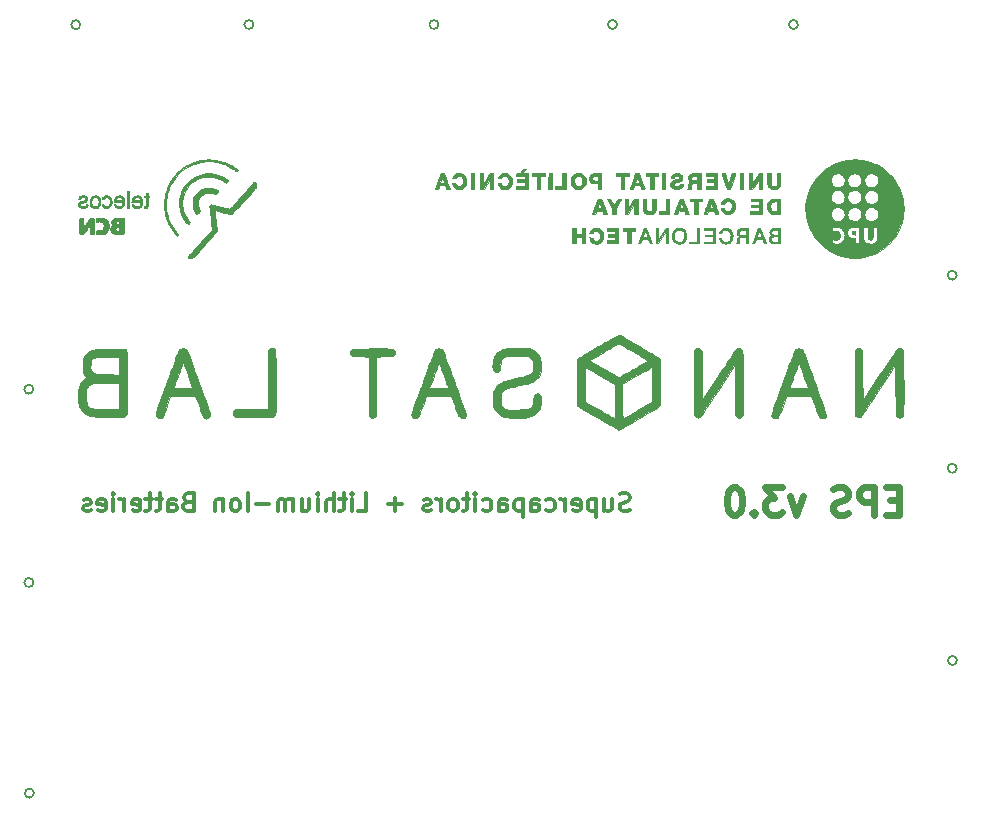
<source format=gbr>
G04 #@! TF.GenerationSoftware,KiCad,Pcbnew,(5.0.1-3-g963ef8bb5)*
G04 #@! TF.CreationDate,2021-05-26T22:53:26+02:00*
G04 #@! TF.ProjectId,EPS_v3_NanoSatLab,4550535F76335F4E616E6F5361744C61,rev?*
G04 #@! TF.SameCoordinates,Original*
G04 #@! TF.FileFunction,Legend,Bot*
G04 #@! TF.FilePolarity,Positive*
%FSLAX46Y46*%
G04 Gerber Fmt 4.6, Leading zero omitted, Abs format (unit mm)*
G04 Created by KiCad (PCBNEW (5.0.1-3-g963ef8bb5)) date 2021 May 26, Wednesday 22:53:26*
%MOMM*%
%LPD*%
G01*
G04 APERTURE LIST*
%ADD10C,0.375000*%
%ADD11C,0.575000*%
%ADD12C,0.010000*%
%ADD13C,0.152400*%
G04 APERTURE END LIST*
D10*
X155550258Y-94111142D02*
X155335973Y-94182571D01*
X154978830Y-94182571D01*
X154835973Y-94111142D01*
X154764544Y-94039714D01*
X154693115Y-93896857D01*
X154693115Y-93754000D01*
X154764544Y-93611142D01*
X154835973Y-93539714D01*
X154978830Y-93468285D01*
X155264544Y-93396857D01*
X155407401Y-93325428D01*
X155478830Y-93254000D01*
X155550258Y-93111142D01*
X155550258Y-92968285D01*
X155478830Y-92825428D01*
X155407401Y-92754000D01*
X155264544Y-92682571D01*
X154907401Y-92682571D01*
X154693115Y-92754000D01*
X153407401Y-93182571D02*
X153407401Y-94182571D01*
X154050258Y-93182571D02*
X154050258Y-93968285D01*
X153978830Y-94111142D01*
X153835973Y-94182571D01*
X153621687Y-94182571D01*
X153478830Y-94111142D01*
X153407401Y-94039714D01*
X152693115Y-93182571D02*
X152693115Y-94682571D01*
X152693115Y-93254000D02*
X152550258Y-93182571D01*
X152264544Y-93182571D01*
X152121687Y-93254000D01*
X152050258Y-93325428D01*
X151978830Y-93468285D01*
X151978830Y-93896857D01*
X152050258Y-94039714D01*
X152121687Y-94111142D01*
X152264544Y-94182571D01*
X152550258Y-94182571D01*
X152693115Y-94111142D01*
X150764544Y-94111142D02*
X150907401Y-94182571D01*
X151193115Y-94182571D01*
X151335973Y-94111142D01*
X151407401Y-93968285D01*
X151407401Y-93396857D01*
X151335973Y-93254000D01*
X151193115Y-93182571D01*
X150907401Y-93182571D01*
X150764544Y-93254000D01*
X150693115Y-93396857D01*
X150693115Y-93539714D01*
X151407401Y-93682571D01*
X150050258Y-94182571D02*
X150050258Y-93182571D01*
X150050258Y-93468285D02*
X149978830Y-93325428D01*
X149907401Y-93254000D01*
X149764544Y-93182571D01*
X149621687Y-93182571D01*
X148478830Y-94111142D02*
X148621687Y-94182571D01*
X148907401Y-94182571D01*
X149050258Y-94111142D01*
X149121687Y-94039714D01*
X149193115Y-93896857D01*
X149193115Y-93468285D01*
X149121687Y-93325428D01*
X149050258Y-93254000D01*
X148907401Y-93182571D01*
X148621687Y-93182571D01*
X148478830Y-93254000D01*
X147193115Y-94182571D02*
X147193115Y-93396857D01*
X147264544Y-93254000D01*
X147407401Y-93182571D01*
X147693115Y-93182571D01*
X147835973Y-93254000D01*
X147193115Y-94111142D02*
X147335973Y-94182571D01*
X147693115Y-94182571D01*
X147835973Y-94111142D01*
X147907401Y-93968285D01*
X147907401Y-93825428D01*
X147835973Y-93682571D01*
X147693115Y-93611142D01*
X147335973Y-93611142D01*
X147193115Y-93539714D01*
X146478830Y-93182571D02*
X146478830Y-94682571D01*
X146478830Y-93254000D02*
X146335973Y-93182571D01*
X146050258Y-93182571D01*
X145907401Y-93254000D01*
X145835973Y-93325428D01*
X145764544Y-93468285D01*
X145764544Y-93896857D01*
X145835973Y-94039714D01*
X145907401Y-94111142D01*
X146050258Y-94182571D01*
X146335973Y-94182571D01*
X146478830Y-94111142D01*
X144478830Y-94182571D02*
X144478830Y-93396857D01*
X144550258Y-93254000D01*
X144693115Y-93182571D01*
X144978830Y-93182571D01*
X145121687Y-93254000D01*
X144478830Y-94111142D02*
X144621687Y-94182571D01*
X144978830Y-94182571D01*
X145121687Y-94111142D01*
X145193115Y-93968285D01*
X145193115Y-93825428D01*
X145121687Y-93682571D01*
X144978830Y-93611142D01*
X144621687Y-93611142D01*
X144478830Y-93539714D01*
X143121687Y-94111142D02*
X143264544Y-94182571D01*
X143550258Y-94182571D01*
X143693115Y-94111142D01*
X143764544Y-94039714D01*
X143835973Y-93896857D01*
X143835973Y-93468285D01*
X143764544Y-93325428D01*
X143693115Y-93254000D01*
X143550258Y-93182571D01*
X143264544Y-93182571D01*
X143121687Y-93254000D01*
X142478830Y-94182571D02*
X142478830Y-93182571D01*
X142478830Y-92682571D02*
X142550258Y-92754000D01*
X142478830Y-92825428D01*
X142407401Y-92754000D01*
X142478830Y-92682571D01*
X142478830Y-92825428D01*
X141978830Y-93182571D02*
X141407401Y-93182571D01*
X141764544Y-92682571D02*
X141764544Y-93968285D01*
X141693115Y-94111142D01*
X141550258Y-94182571D01*
X141407401Y-94182571D01*
X140693115Y-94182571D02*
X140835973Y-94111142D01*
X140907401Y-94039714D01*
X140978830Y-93896857D01*
X140978830Y-93468285D01*
X140907401Y-93325428D01*
X140835973Y-93254000D01*
X140693115Y-93182571D01*
X140478830Y-93182571D01*
X140335973Y-93254000D01*
X140264544Y-93325428D01*
X140193115Y-93468285D01*
X140193115Y-93896857D01*
X140264544Y-94039714D01*
X140335973Y-94111142D01*
X140478830Y-94182571D01*
X140693115Y-94182571D01*
X139550258Y-94182571D02*
X139550258Y-93182571D01*
X139550258Y-93468285D02*
X139478830Y-93325428D01*
X139407401Y-93254000D01*
X139264544Y-93182571D01*
X139121687Y-93182571D01*
X138693115Y-94111142D02*
X138550258Y-94182571D01*
X138264544Y-94182571D01*
X138121687Y-94111142D01*
X138050258Y-93968285D01*
X138050258Y-93896857D01*
X138121687Y-93754000D01*
X138264544Y-93682571D01*
X138478830Y-93682571D01*
X138621687Y-93611142D01*
X138693115Y-93468285D01*
X138693115Y-93396857D01*
X138621687Y-93254000D01*
X138478830Y-93182571D01*
X138264544Y-93182571D01*
X138121687Y-93254000D01*
X136264544Y-93611142D02*
X135121687Y-93611142D01*
X135693115Y-94182571D02*
X135693115Y-93039714D01*
X132550258Y-94182571D02*
X133264544Y-94182571D01*
X133264544Y-92682571D01*
X132050258Y-94182571D02*
X132050258Y-93182571D01*
X132050258Y-92682571D02*
X132121687Y-92754000D01*
X132050258Y-92825428D01*
X131978830Y-92754000D01*
X132050258Y-92682571D01*
X132050258Y-92825428D01*
X131550258Y-93182571D02*
X130978830Y-93182571D01*
X131335973Y-92682571D02*
X131335973Y-93968285D01*
X131264544Y-94111142D01*
X131121687Y-94182571D01*
X130978830Y-94182571D01*
X130478830Y-94182571D02*
X130478830Y-92682571D01*
X129835973Y-94182571D02*
X129835973Y-93396857D01*
X129907401Y-93254000D01*
X130050258Y-93182571D01*
X130264544Y-93182571D01*
X130407401Y-93254000D01*
X130478830Y-93325428D01*
X129121687Y-94182571D02*
X129121687Y-93182571D01*
X129121687Y-92682571D02*
X129193115Y-92754000D01*
X129121687Y-92825428D01*
X129050258Y-92754000D01*
X129121687Y-92682571D01*
X129121687Y-92825428D01*
X127764544Y-93182571D02*
X127764544Y-94182571D01*
X128407401Y-93182571D02*
X128407401Y-93968285D01*
X128335973Y-94111142D01*
X128193115Y-94182571D01*
X127978830Y-94182571D01*
X127835973Y-94111142D01*
X127764544Y-94039714D01*
X127050258Y-94182571D02*
X127050258Y-93182571D01*
X127050258Y-93325428D02*
X126978830Y-93254000D01*
X126835973Y-93182571D01*
X126621687Y-93182571D01*
X126478830Y-93254000D01*
X126407401Y-93396857D01*
X126407401Y-94182571D01*
X126407401Y-93396857D02*
X126335973Y-93254000D01*
X126193115Y-93182571D01*
X125978830Y-93182571D01*
X125835973Y-93254000D01*
X125764544Y-93396857D01*
X125764544Y-94182571D01*
X125050258Y-93611142D02*
X123907401Y-93611142D01*
X123193115Y-94182571D02*
X123193115Y-92682571D01*
X122264544Y-94182571D02*
X122407401Y-94111142D01*
X122478830Y-94039714D01*
X122550258Y-93896857D01*
X122550258Y-93468285D01*
X122478830Y-93325428D01*
X122407401Y-93254000D01*
X122264544Y-93182571D01*
X122050258Y-93182571D01*
X121907401Y-93254000D01*
X121835973Y-93325428D01*
X121764544Y-93468285D01*
X121764544Y-93896857D01*
X121835973Y-94039714D01*
X121907401Y-94111142D01*
X122050258Y-94182571D01*
X122264544Y-94182571D01*
X121121687Y-93182571D02*
X121121687Y-94182571D01*
X121121687Y-93325428D02*
X121050258Y-93254000D01*
X120907401Y-93182571D01*
X120693115Y-93182571D01*
X120550258Y-93254000D01*
X120478830Y-93396857D01*
X120478830Y-94182571D01*
X118121687Y-93396857D02*
X117907401Y-93468285D01*
X117835973Y-93539714D01*
X117764544Y-93682571D01*
X117764544Y-93896857D01*
X117835973Y-94039714D01*
X117907401Y-94111142D01*
X118050258Y-94182571D01*
X118621687Y-94182571D01*
X118621687Y-92682571D01*
X118121687Y-92682571D01*
X117978830Y-92754000D01*
X117907401Y-92825428D01*
X117835973Y-92968285D01*
X117835973Y-93111142D01*
X117907401Y-93254000D01*
X117978830Y-93325428D01*
X118121687Y-93396857D01*
X118621687Y-93396857D01*
X116478830Y-94182571D02*
X116478830Y-93396857D01*
X116550258Y-93254000D01*
X116693115Y-93182571D01*
X116978830Y-93182571D01*
X117121687Y-93254000D01*
X116478830Y-94111142D02*
X116621687Y-94182571D01*
X116978830Y-94182571D01*
X117121687Y-94111142D01*
X117193115Y-93968285D01*
X117193115Y-93825428D01*
X117121687Y-93682571D01*
X116978830Y-93611142D01*
X116621687Y-93611142D01*
X116478830Y-93539714D01*
X115978830Y-93182571D02*
X115407401Y-93182571D01*
X115764544Y-92682571D02*
X115764544Y-93968285D01*
X115693115Y-94111142D01*
X115550258Y-94182571D01*
X115407401Y-94182571D01*
X115121687Y-93182571D02*
X114550258Y-93182571D01*
X114907401Y-92682571D02*
X114907401Y-93968285D01*
X114835973Y-94111142D01*
X114693115Y-94182571D01*
X114550258Y-94182571D01*
X113478830Y-94111142D02*
X113621687Y-94182571D01*
X113907401Y-94182571D01*
X114050258Y-94111142D01*
X114121687Y-93968285D01*
X114121687Y-93396857D01*
X114050258Y-93254000D01*
X113907401Y-93182571D01*
X113621687Y-93182571D01*
X113478830Y-93254000D01*
X113407401Y-93396857D01*
X113407401Y-93539714D01*
X114121687Y-93682571D01*
X112764544Y-94182571D02*
X112764544Y-93182571D01*
X112764544Y-93468285D02*
X112693115Y-93325428D01*
X112621687Y-93254000D01*
X112478830Y-93182571D01*
X112335973Y-93182571D01*
X111835973Y-94182571D02*
X111835973Y-93182571D01*
X111835973Y-92682571D02*
X111907401Y-92754000D01*
X111835973Y-92825428D01*
X111764544Y-92754000D01*
X111835973Y-92682571D01*
X111835973Y-92825428D01*
X110550258Y-94111142D02*
X110693115Y-94182571D01*
X110978830Y-94182571D01*
X111121687Y-94111142D01*
X111193115Y-93968285D01*
X111193115Y-93396857D01*
X111121687Y-93254000D01*
X110978830Y-93182571D01*
X110693115Y-93182571D01*
X110550258Y-93254000D01*
X110478830Y-93396857D01*
X110478830Y-93539714D01*
X111193115Y-93682571D01*
X109907401Y-94111142D02*
X109764544Y-94182571D01*
X109478830Y-94182571D01*
X109335973Y-94111142D01*
X109264544Y-93968285D01*
X109264544Y-93896857D01*
X109335973Y-93754000D01*
X109478830Y-93682571D01*
X109693115Y-93682571D01*
X109835973Y-93611142D01*
X109907401Y-93468285D01*
X109907401Y-93396857D01*
X109835973Y-93254000D01*
X109693115Y-93182571D01*
X109478830Y-93182571D01*
X109335973Y-93254000D01*
D11*
X178318630Y-93265714D02*
X177551964Y-93265714D01*
X177223392Y-94470476D02*
X178318630Y-94470476D01*
X178318630Y-92170476D01*
X177223392Y-92170476D01*
X176237678Y-94470476D02*
X176237678Y-92170476D01*
X175361488Y-92170476D01*
X175142440Y-92280000D01*
X175032916Y-92389523D01*
X174923392Y-92608571D01*
X174923392Y-92937142D01*
X175032916Y-93156190D01*
X175142440Y-93265714D01*
X175361488Y-93375238D01*
X176237678Y-93375238D01*
X174047202Y-94360952D02*
X173718630Y-94470476D01*
X173171011Y-94470476D01*
X172951964Y-94360952D01*
X172842440Y-94251428D01*
X172732916Y-94032380D01*
X172732916Y-93813333D01*
X172842440Y-93594285D01*
X172951964Y-93484761D01*
X173171011Y-93375238D01*
X173609107Y-93265714D01*
X173828154Y-93156190D01*
X173937678Y-93046666D01*
X174047202Y-92827619D01*
X174047202Y-92608571D01*
X173937678Y-92389523D01*
X173828154Y-92280000D01*
X173609107Y-92170476D01*
X173061488Y-92170476D01*
X172732916Y-92280000D01*
X170213869Y-92937142D02*
X169666250Y-94470476D01*
X169118630Y-92937142D01*
X168461488Y-92170476D02*
X167037678Y-92170476D01*
X167804345Y-93046666D01*
X167475773Y-93046666D01*
X167256726Y-93156190D01*
X167147202Y-93265714D01*
X167037678Y-93484761D01*
X167037678Y-94032380D01*
X167147202Y-94251428D01*
X167256726Y-94360952D01*
X167475773Y-94470476D01*
X168132916Y-94470476D01*
X168351964Y-94360952D01*
X168461488Y-94251428D01*
X166051964Y-94251428D02*
X165942440Y-94360952D01*
X166051964Y-94470476D01*
X166161488Y-94360952D01*
X166051964Y-94251428D01*
X166051964Y-94470476D01*
X164518630Y-92170476D02*
X164299583Y-92170476D01*
X164080535Y-92280000D01*
X163971011Y-92389523D01*
X163861488Y-92608571D01*
X163751964Y-93046666D01*
X163751964Y-93594285D01*
X163861488Y-94032380D01*
X163971011Y-94251428D01*
X164080535Y-94360952D01*
X164299583Y-94470476D01*
X164518630Y-94470476D01*
X164737678Y-94360952D01*
X164847202Y-94251428D01*
X164956726Y-94032380D01*
X165066250Y-93594285D01*
X165066250Y-93046666D01*
X164956726Y-92608571D01*
X164847202Y-92389523D01*
X164737678Y-92280000D01*
X164518630Y-92170476D01*
D12*
G04 #@! TO.C,G\002A\002A\002A*
G36*
X174267286Y-64422887D02*
X173940190Y-64460692D01*
X173617151Y-64524315D01*
X173299684Y-64613531D01*
X172989305Y-64728117D01*
X172687531Y-64867849D01*
X172395876Y-65032501D01*
X172115857Y-65221850D01*
X171901293Y-65390915D01*
X171651961Y-65618928D01*
X171423845Y-65864641D01*
X171217540Y-66126487D01*
X171033637Y-66402901D01*
X170872729Y-66692318D01*
X170735409Y-66993171D01*
X170622270Y-67303895D01*
X170533905Y-67622924D01*
X170470906Y-67948693D01*
X170433866Y-68279636D01*
X170423378Y-68614188D01*
X170440035Y-68950783D01*
X170467041Y-69179166D01*
X170529512Y-69509239D01*
X170619054Y-69834033D01*
X170734674Y-70151249D01*
X170875380Y-70458589D01*
X171040178Y-70753757D01*
X171228075Y-71034454D01*
X171322602Y-71158856D01*
X171383900Y-71232225D01*
X171461248Y-71318401D01*
X171549718Y-71412424D01*
X171644386Y-71509331D01*
X171740323Y-71604162D01*
X171832604Y-71691956D01*
X171916302Y-71767752D01*
X171982730Y-71823611D01*
X172260191Y-72026410D01*
X172551589Y-72204827D01*
X172855985Y-72358462D01*
X173172437Y-72486914D01*
X173500005Y-72589785D01*
X173837750Y-72666673D01*
X174042952Y-72699901D01*
X174124439Y-72708738D01*
X174227063Y-72716179D01*
X174344189Y-72722074D01*
X174469183Y-72726271D01*
X174595411Y-72728617D01*
X174716239Y-72728961D01*
X174825034Y-72727152D01*
X174915160Y-72723036D01*
X174946063Y-72720564D01*
X175285972Y-72674688D01*
X175616723Y-72602897D01*
X175937185Y-72506166D01*
X176246229Y-72385474D01*
X176542722Y-72241798D01*
X176825535Y-72076116D01*
X177093535Y-71889405D01*
X177345592Y-71682643D01*
X177580576Y-71456808D01*
X177797355Y-71212876D01*
X177994799Y-70951827D01*
X178171776Y-70674636D01*
X178327156Y-70382283D01*
X178438660Y-70124611D01*
X176513681Y-70124611D01*
X176509511Y-70650249D01*
X176505341Y-71175888D01*
X176465675Y-71256664D01*
X176405010Y-71348859D01*
X176322652Y-71424034D01*
X176220316Y-71480933D01*
X176111800Y-71515651D01*
X176042083Y-71525843D01*
X175955555Y-71530109D01*
X175861964Y-71528752D01*
X175771057Y-71522078D01*
X175692581Y-71510393D01*
X175680964Y-71507499D01*
X174988396Y-71507499D01*
X174649730Y-71507499D01*
X174649730Y-71055944D01*
X174502258Y-71055944D01*
X174431254Y-71054421D01*
X174362240Y-71050331D01*
X174305505Y-71044395D01*
X174283306Y-71040614D01*
X174187538Y-71006570D01*
X174106395Y-70950428D01*
X174041709Y-70875245D01*
X174021880Y-70836285D01*
X173746410Y-70836285D01*
X173732873Y-70976565D01*
X173694294Y-71107285D01*
X173632666Y-71225792D01*
X173549983Y-71329432D01*
X173448237Y-71415553D01*
X173329424Y-71481500D01*
X173237033Y-71514277D01*
X173157816Y-71528694D01*
X173064903Y-71533535D01*
X172967896Y-71529330D01*
X172876400Y-71516613D01*
X172800017Y-71495914D01*
X172783535Y-71489164D01*
X172702396Y-71452608D01*
X172702396Y-71281322D01*
X172703221Y-71216093D01*
X172705470Y-71163093D01*
X172708805Y-71127545D01*
X172712890Y-71114676D01*
X172713154Y-71114740D01*
X172730647Y-71123132D01*
X172765287Y-71140210D01*
X172802204Y-71158598D01*
X172904676Y-71196539D01*
X173003514Y-71208284D01*
X173095704Y-71195674D01*
X173178232Y-71160549D01*
X173248083Y-71104750D01*
X173302244Y-71030119D01*
X173337700Y-70938496D01*
X173351437Y-70831722D01*
X173351507Y-70823111D01*
X173340074Y-70713163D01*
X173306555Y-70619658D01*
X173252117Y-70543971D01*
X173177929Y-70487477D01*
X173085161Y-70451553D01*
X173026952Y-70441097D01*
X172923308Y-70442370D01*
X172825403Y-70469823D01*
X172769727Y-70499607D01*
X172736378Y-70520318D01*
X172713868Y-70532485D01*
X172709754Y-70533833D01*
X172706955Y-70520617D01*
X172704645Y-70484548D01*
X172703052Y-70430995D01*
X172702401Y-70365325D01*
X172702396Y-70359083D01*
X172702396Y-70184333D01*
X172776516Y-70154250D01*
X172909371Y-70114718D01*
X173044231Y-70101622D01*
X173177407Y-70114164D01*
X173305209Y-70151544D01*
X173423948Y-70212966D01*
X173529937Y-70297630D01*
X173554230Y-70322572D01*
X173640070Y-70435086D01*
X173700640Y-70559988D01*
X173736026Y-70697508D01*
X173746410Y-70836285D01*
X174021880Y-70836285D01*
X173995308Y-70784079D01*
X173969024Y-70679986D01*
X173964686Y-70566024D01*
X173969719Y-70516863D01*
X173988919Y-70422289D01*
X174018402Y-70347269D01*
X174061857Y-70283915D01*
X174094673Y-70249638D01*
X174135035Y-70214637D01*
X174176864Y-70186689D01*
X174223836Y-70165038D01*
X174279629Y-70148928D01*
X174347921Y-70137604D01*
X174432389Y-70130309D01*
X174536712Y-70126289D01*
X174664566Y-70124788D01*
X174702646Y-70124717D01*
X174988396Y-70124611D01*
X174988396Y-71507499D01*
X175680964Y-71507499D01*
X175656460Y-71501395D01*
X175565677Y-71462031D01*
X175479556Y-71404135D01*
X175409097Y-71335286D01*
X175401508Y-71325727D01*
X175379620Y-71295798D01*
X175361659Y-71266539D01*
X175347237Y-71234888D01*
X175335970Y-71197780D01*
X175327470Y-71152153D01*
X175321353Y-71094944D01*
X175317232Y-71023089D01*
X175314720Y-70933524D01*
X175313433Y-70823187D01*
X175312984Y-70689014D01*
X175312952Y-70622994D01*
X175312952Y-70124611D01*
X175706668Y-70124611D01*
X175710893Y-70600861D01*
X175712137Y-70730243D01*
X175713453Y-70834441D01*
X175715023Y-70916490D01*
X175717030Y-70979430D01*
X175719657Y-71026296D01*
X175723086Y-71060125D01*
X175727501Y-71083955D01*
X175733083Y-71100823D01*
X175740016Y-71113767D01*
X175741908Y-71116637D01*
X175790726Y-71165202D01*
X175856597Y-71191608D01*
X175913835Y-71197055D01*
X175988667Y-71185414D01*
X176047805Y-71151444D01*
X176088975Y-71096573D01*
X176094695Y-71083610D01*
X176101133Y-71063756D01*
X176106259Y-71037793D01*
X176110211Y-71002564D01*
X176113130Y-70954916D01*
X176115156Y-70891693D01*
X176116431Y-70809741D01*
X176117094Y-70705903D01*
X176117285Y-70577025D01*
X176117285Y-70124611D01*
X176513681Y-70124611D01*
X178438660Y-70124611D01*
X178459808Y-70075743D01*
X178568600Y-69755996D01*
X178626594Y-69538999D01*
X178659832Y-69392584D01*
X178685761Y-69259454D01*
X178705160Y-69132543D01*
X178716038Y-69030703D01*
X176590007Y-69030703D01*
X176589447Y-69101159D01*
X176586754Y-69151814D01*
X176580412Y-69191078D01*
X176568904Y-69227367D01*
X176550713Y-69269092D01*
X176544730Y-69281808D01*
X176478419Y-69391305D01*
X176393803Y-69482092D01*
X176294320Y-69552369D01*
X176183407Y-69600339D01*
X176064502Y-69624204D01*
X175941042Y-69622164D01*
X175905049Y-69616503D01*
X175783548Y-69579666D01*
X175674286Y-69519231D01*
X175580281Y-69438273D01*
X175504552Y-69339867D01*
X175450119Y-69227087D01*
X175423478Y-69125954D01*
X175417677Y-69029297D01*
X175157730Y-69029297D01*
X175144755Y-69153421D01*
X175107791Y-69268284D01*
X175049775Y-69371457D01*
X174973649Y-69460509D01*
X174882349Y-69533012D01*
X174778817Y-69586536D01*
X174665990Y-69618651D01*
X174546808Y-69626928D01*
X174449341Y-69614855D01*
X174326948Y-69575327D01*
X174219074Y-69513428D01*
X174127984Y-69432137D01*
X174055944Y-69334436D01*
X174005220Y-69223305D01*
X173978077Y-69101723D01*
X173977429Y-69075885D01*
X173742954Y-69075885D01*
X173736163Y-69147610D01*
X173723978Y-69204520D01*
X173703039Y-69259947D01*
X173689158Y-69289401D01*
X173621549Y-69397213D01*
X173535569Y-69486512D01*
X173434843Y-69555482D01*
X173322999Y-69602310D01*
X173203663Y-69625180D01*
X173080462Y-69622279D01*
X173038230Y-69615077D01*
X172918888Y-69576177D01*
X172811207Y-69513564D01*
X172718609Y-69430519D01*
X172644518Y-69330321D01*
X172592356Y-69216251D01*
X172580650Y-69176556D01*
X172563468Y-69055121D01*
X172572427Y-68934242D01*
X172605656Y-68817917D01*
X172661282Y-68710142D01*
X172737435Y-68614911D01*
X172832244Y-68536222D01*
X172898393Y-68498074D01*
X172940276Y-68478248D01*
X172974982Y-68465186D01*
X173010369Y-68457482D01*
X173054301Y-68453731D01*
X173114637Y-68452529D01*
X173153655Y-68452444D01*
X173226942Y-68453071D01*
X173279629Y-68455733D01*
X173319327Y-68461597D01*
X173353645Y-68471834D01*
X173390194Y-68487611D01*
X173393841Y-68489337D01*
X173509571Y-68558482D01*
X173603400Y-68644630D01*
X173674264Y-68745992D01*
X173721101Y-68860782D01*
X173742846Y-68987213D01*
X173742954Y-69075885D01*
X173977429Y-69075885D01*
X173975306Y-68991333D01*
X173996570Y-68872829D01*
X174042882Y-68760046D01*
X174111085Y-68657639D01*
X174198027Y-68570266D01*
X174300550Y-68502584D01*
X174309504Y-68498074D01*
X174351387Y-68478248D01*
X174386093Y-68465186D01*
X174421480Y-68457482D01*
X174465412Y-68453731D01*
X174525748Y-68452529D01*
X174564766Y-68452444D01*
X174637968Y-68453062D01*
X174690673Y-68455717D01*
X174730593Y-68461606D01*
X174765441Y-68471929D01*
X174802931Y-68487886D01*
X174808029Y-68490262D01*
X174880252Y-68532738D01*
X174954433Y-68590777D01*
X175020839Y-68655910D01*
X175067398Y-68715917D01*
X175111341Y-68804340D01*
X175142567Y-68905942D01*
X175157145Y-69007082D01*
X175157730Y-69029297D01*
X175417677Y-69029297D01*
X175416086Y-69002795D01*
X175435034Y-68882788D01*
X175478441Y-68769464D01*
X175544426Y-68666353D01*
X175631110Y-68576984D01*
X175736611Y-68504889D01*
X175761013Y-68492259D01*
X175798861Y-68474778D01*
X175832337Y-68463309D01*
X175869085Y-68456602D01*
X175916751Y-68453406D01*
X175982979Y-68452471D01*
X176004396Y-68452444D01*
X176076187Y-68452930D01*
X176127785Y-68455327D01*
X176167213Y-68461046D01*
X176202497Y-68471494D01*
X176241660Y-68488081D01*
X176262281Y-68497730D01*
X176368574Y-68563423D01*
X176459576Y-68651486D01*
X176532252Y-68758864D01*
X176543295Y-68780297D01*
X176564005Y-68824062D01*
X176577480Y-68859957D01*
X176585267Y-68896277D01*
X176588913Y-68941316D01*
X176589965Y-69003370D01*
X176590007Y-69030703D01*
X178716038Y-69030703D01*
X178718807Y-69004787D01*
X178727480Y-68869118D01*
X178731957Y-68718472D01*
X178733045Y-68572388D01*
X178731539Y-68403323D01*
X178726504Y-68255279D01*
X178717159Y-68121192D01*
X178702729Y-67993995D01*
X178682433Y-67866622D01*
X178655495Y-67732008D01*
X178626594Y-67605777D01*
X178620697Y-67584907D01*
X176590007Y-67584907D01*
X176589551Y-67656499D01*
X176587250Y-67707722D01*
X176581708Y-67746425D01*
X176571526Y-67780459D01*
X176555307Y-67817673D01*
X176544666Y-67839583D01*
X176477559Y-67946361D01*
X176390578Y-68038232D01*
X176288666Y-68110837D01*
X176183804Y-68157585D01*
X176128188Y-68168591D01*
X176050548Y-68173479D01*
X175990285Y-68173142D01*
X175921015Y-68169944D01*
X175869544Y-68163533D01*
X175825468Y-68151732D01*
X175778381Y-68132363D01*
X175764507Y-68125888D01*
X175652674Y-68058713D01*
X175560908Y-67974415D01*
X175490398Y-67876219D01*
X175442333Y-67767348D01*
X175417903Y-67651026D01*
X175418120Y-67584314D01*
X175150674Y-67584314D01*
X175150004Y-67653563D01*
X175146916Y-67703427D01*
X175139796Y-67742732D01*
X175127027Y-67780303D01*
X175106994Y-67824967D01*
X175106390Y-67826240D01*
X175038996Y-67938193D01*
X174953817Y-68030664D01*
X174854088Y-68102161D01*
X174743043Y-68151188D01*
X174623917Y-68176253D01*
X174499945Y-68175862D01*
X174394763Y-68154865D01*
X174280721Y-68107829D01*
X174182630Y-68040164D01*
X174101838Y-67955395D01*
X174039692Y-67857043D01*
X173997539Y-67748631D01*
X173976727Y-67633680D01*
X173977489Y-67585718D01*
X173747468Y-67585718D01*
X173735600Y-67705582D01*
X173718703Y-67767488D01*
X173663626Y-67888682D01*
X173586953Y-67992039D01*
X173489985Y-68076226D01*
X173374019Y-68139906D01*
X173344846Y-68151493D01*
X173299250Y-68165189D01*
X173248994Y-68172547D01*
X173185042Y-68174535D01*
X173138258Y-68173612D01*
X173071056Y-68170560D01*
X173021588Y-68164734D01*
X172979367Y-68153683D01*
X172933905Y-68134954D01*
X172897091Y-68117226D01*
X172789018Y-68049357D01*
X172700851Y-67964463D01*
X172633489Y-67866067D01*
X172587833Y-67757690D01*
X172564786Y-67642853D01*
X172565247Y-67525079D01*
X172590118Y-67407888D01*
X172640300Y-67294802D01*
X172673491Y-67243224D01*
X172757713Y-67148463D01*
X172856767Y-67075694D01*
X172966871Y-67025696D01*
X173084242Y-66999248D01*
X173205097Y-66997131D01*
X173325652Y-67020124D01*
X173442126Y-67069006D01*
X173462450Y-67080664D01*
X173560000Y-67154717D01*
X173638887Y-67246566D01*
X173697501Y-67351893D01*
X173734231Y-67466383D01*
X173747468Y-67585718D01*
X173977489Y-67585718D01*
X173978603Y-67515715D01*
X174004515Y-67398256D01*
X174055810Y-67284826D01*
X174059541Y-67278530D01*
X174134445Y-67178562D01*
X174223569Y-67100468D01*
X174323537Y-67044057D01*
X174430973Y-67009138D01*
X174542500Y-66995522D01*
X174654741Y-67003018D01*
X174764320Y-67031434D01*
X174867861Y-67080581D01*
X174961986Y-67150268D01*
X175043319Y-67240305D01*
X175102197Y-67337369D01*
X175124138Y-67383694D01*
X175138223Y-67421098D01*
X175146183Y-67458405D01*
X175149751Y-67504439D01*
X175150659Y-67568026D01*
X175150674Y-67584314D01*
X175418120Y-67584314D01*
X175418296Y-67530478D01*
X175444702Y-67408928D01*
X175473510Y-67336891D01*
X175538989Y-67227838D01*
X175620164Y-67139677D01*
X175713773Y-67072395D01*
X175816553Y-67025979D01*
X175925241Y-67000417D01*
X176036575Y-66995695D01*
X176147292Y-67011800D01*
X176254129Y-67048718D01*
X176353823Y-67106437D01*
X176443113Y-67184943D01*
X176518734Y-67284223D01*
X176550193Y-67341227D01*
X176567658Y-67379034D01*
X176579122Y-67412473D01*
X176585832Y-67449172D01*
X176589036Y-67496763D01*
X176589979Y-67562875D01*
X176590007Y-67584907D01*
X178620697Y-67584907D01*
X178534524Y-67279957D01*
X178417189Y-66964887D01*
X178275703Y-66661894D01*
X178111181Y-66372307D01*
X177981109Y-66180555D01*
X176590007Y-66180555D01*
X176589123Y-66254385D01*
X176585729Y-66307807D01*
X176578709Y-66348601D01*
X176566952Y-66384545D01*
X176557775Y-66405690D01*
X176492078Y-66521015D01*
X176410433Y-66614182D01*
X176309819Y-66688117D01*
X176220791Y-66732415D01*
X176179510Y-66748377D01*
X176142288Y-66758170D01*
X176100553Y-66762908D01*
X176045730Y-66763706D01*
X175990285Y-66762371D01*
X175917959Y-66759090D01*
X175865100Y-66753498D01*
X175822957Y-66743923D01*
X175782783Y-66728694D01*
X175761013Y-66718589D01*
X175652469Y-66651775D01*
X175561973Y-66566516D01*
X175491471Y-66466458D01*
X175442906Y-66355247D01*
X175418221Y-66236528D01*
X175419245Y-66126305D01*
X175154674Y-66126305D01*
X175152736Y-66248264D01*
X175126251Y-66365571D01*
X175077017Y-66474792D01*
X175006827Y-66572493D01*
X174917477Y-66655237D01*
X174810760Y-66719592D01*
X174741452Y-66747192D01*
X174691499Y-66757101D01*
X174619506Y-66762138D01*
X174543079Y-66762203D01*
X174474101Y-66759558D01*
X174423901Y-66754449D01*
X174383041Y-66744900D01*
X174342083Y-66728936D01*
X174308984Y-66713224D01*
X174205604Y-66647471D01*
X174117436Y-66561576D01*
X174047663Y-66460244D01*
X173999468Y-66348178D01*
X173976034Y-66230079D01*
X173975306Y-66220221D01*
X173976229Y-66195517D01*
X173746584Y-66195517D01*
X173729542Y-66320109D01*
X173720321Y-66353794D01*
X173670996Y-66468789D01*
X173598130Y-66570547D01*
X173504466Y-66656100D01*
X173392752Y-66722478D01*
X173369985Y-66732562D01*
X173328665Y-66748488D01*
X173291062Y-66758291D01*
X173248612Y-66763099D01*
X173192749Y-66764041D01*
X173139296Y-66762956D01*
X173069070Y-66760245D01*
X173018125Y-66755445D01*
X172977521Y-66746715D01*
X172938319Y-66732217D01*
X172898145Y-66713358D01*
X172794999Y-66647876D01*
X172708042Y-66563118D01*
X172639419Y-66463384D01*
X172591272Y-66352974D01*
X172565745Y-66236188D01*
X172564983Y-66117324D01*
X172573670Y-66062512D01*
X172612108Y-65944843D01*
X172672322Y-65839683D01*
X172750880Y-65749423D01*
X172844349Y-65676456D01*
X172949297Y-65623170D01*
X173062294Y-65591958D01*
X173179906Y-65585211D01*
X173247400Y-65593173D01*
X173371844Y-65629190D01*
X173481704Y-65686914D01*
X173575105Y-65763327D01*
X173650169Y-65855412D01*
X173705021Y-65960150D01*
X173737785Y-66074524D01*
X173746584Y-66195517D01*
X173976229Y-66195517D01*
X173980187Y-66089662D01*
X174011135Y-65968049D01*
X174066761Y-65857786D01*
X174145678Y-65761278D01*
X174246499Y-65680928D01*
X174306199Y-65646797D01*
X174421127Y-65603367D01*
X174538894Y-65585898D01*
X174655962Y-65592858D01*
X174768788Y-65622718D01*
X174873834Y-65673945D01*
X174967558Y-65745009D01*
X175046420Y-65834380D01*
X175106880Y-65940526D01*
X175130273Y-66003130D01*
X175154674Y-66126305D01*
X175419245Y-66126305D01*
X175419360Y-66113945D01*
X175423478Y-66085600D01*
X175458275Y-65962392D01*
X175516721Y-65851923D01*
X175596095Y-65756868D01*
X175693679Y-65679903D01*
X175806754Y-65623703D01*
X175924970Y-65592160D01*
X176045321Y-65585967D01*
X176163108Y-65605896D01*
X176274526Y-65649873D01*
X176375768Y-65715826D01*
X176463029Y-65801680D01*
X176532502Y-65905364D01*
X176544730Y-65929746D01*
X176564918Y-65974299D01*
X176578015Y-66011228D01*
X176585543Y-66048966D01*
X176589026Y-66095944D01*
X176589984Y-66160593D01*
X176590007Y-66180555D01*
X177981109Y-66180555D01*
X177924737Y-66097453D01*
X177717485Y-65838660D01*
X177490540Y-65597254D01*
X177245016Y-65374564D01*
X176982027Y-65171918D01*
X176702688Y-64990643D01*
X176408113Y-64832066D01*
X176230174Y-64750782D01*
X175910568Y-64628973D01*
X175585924Y-64534327D01*
X175257758Y-64466620D01*
X174927586Y-64425627D01*
X174596923Y-64411124D01*
X174267286Y-64422887D01*
X174267286Y-64422887D01*
G37*
X174267286Y-64422887D02*
X173940190Y-64460692D01*
X173617151Y-64524315D01*
X173299684Y-64613531D01*
X172989305Y-64728117D01*
X172687531Y-64867849D01*
X172395876Y-65032501D01*
X172115857Y-65221850D01*
X171901293Y-65390915D01*
X171651961Y-65618928D01*
X171423845Y-65864641D01*
X171217540Y-66126487D01*
X171033637Y-66402901D01*
X170872729Y-66692318D01*
X170735409Y-66993171D01*
X170622270Y-67303895D01*
X170533905Y-67622924D01*
X170470906Y-67948693D01*
X170433866Y-68279636D01*
X170423378Y-68614188D01*
X170440035Y-68950783D01*
X170467041Y-69179166D01*
X170529512Y-69509239D01*
X170619054Y-69834033D01*
X170734674Y-70151249D01*
X170875380Y-70458589D01*
X171040178Y-70753757D01*
X171228075Y-71034454D01*
X171322602Y-71158856D01*
X171383900Y-71232225D01*
X171461248Y-71318401D01*
X171549718Y-71412424D01*
X171644386Y-71509331D01*
X171740323Y-71604162D01*
X171832604Y-71691956D01*
X171916302Y-71767752D01*
X171982730Y-71823611D01*
X172260191Y-72026410D01*
X172551589Y-72204827D01*
X172855985Y-72358462D01*
X173172437Y-72486914D01*
X173500005Y-72589785D01*
X173837750Y-72666673D01*
X174042952Y-72699901D01*
X174124439Y-72708738D01*
X174227063Y-72716179D01*
X174344189Y-72722074D01*
X174469183Y-72726271D01*
X174595411Y-72728617D01*
X174716239Y-72728961D01*
X174825034Y-72727152D01*
X174915160Y-72723036D01*
X174946063Y-72720564D01*
X175285972Y-72674688D01*
X175616723Y-72602897D01*
X175937185Y-72506166D01*
X176246229Y-72385474D01*
X176542722Y-72241798D01*
X176825535Y-72076116D01*
X177093535Y-71889405D01*
X177345592Y-71682643D01*
X177580576Y-71456808D01*
X177797355Y-71212876D01*
X177994799Y-70951827D01*
X178171776Y-70674636D01*
X178327156Y-70382283D01*
X178438660Y-70124611D01*
X176513681Y-70124611D01*
X176509511Y-70650249D01*
X176505341Y-71175888D01*
X176465675Y-71256664D01*
X176405010Y-71348859D01*
X176322652Y-71424034D01*
X176220316Y-71480933D01*
X176111800Y-71515651D01*
X176042083Y-71525843D01*
X175955555Y-71530109D01*
X175861964Y-71528752D01*
X175771057Y-71522078D01*
X175692581Y-71510393D01*
X175680964Y-71507499D01*
X174988396Y-71507499D01*
X174649730Y-71507499D01*
X174649730Y-71055944D01*
X174502258Y-71055944D01*
X174431254Y-71054421D01*
X174362240Y-71050331D01*
X174305505Y-71044395D01*
X174283306Y-71040614D01*
X174187538Y-71006570D01*
X174106395Y-70950428D01*
X174041709Y-70875245D01*
X174021880Y-70836285D01*
X173746410Y-70836285D01*
X173732873Y-70976565D01*
X173694294Y-71107285D01*
X173632666Y-71225792D01*
X173549983Y-71329432D01*
X173448237Y-71415553D01*
X173329424Y-71481500D01*
X173237033Y-71514277D01*
X173157816Y-71528694D01*
X173064903Y-71533535D01*
X172967896Y-71529330D01*
X172876400Y-71516613D01*
X172800017Y-71495914D01*
X172783535Y-71489164D01*
X172702396Y-71452608D01*
X172702396Y-71281322D01*
X172703221Y-71216093D01*
X172705470Y-71163093D01*
X172708805Y-71127545D01*
X172712890Y-71114676D01*
X172713154Y-71114740D01*
X172730647Y-71123132D01*
X172765287Y-71140210D01*
X172802204Y-71158598D01*
X172904676Y-71196539D01*
X173003514Y-71208284D01*
X173095704Y-71195674D01*
X173178232Y-71160549D01*
X173248083Y-71104750D01*
X173302244Y-71030119D01*
X173337700Y-70938496D01*
X173351437Y-70831722D01*
X173351507Y-70823111D01*
X173340074Y-70713163D01*
X173306555Y-70619658D01*
X173252117Y-70543971D01*
X173177929Y-70487477D01*
X173085161Y-70451553D01*
X173026952Y-70441097D01*
X172923308Y-70442370D01*
X172825403Y-70469823D01*
X172769727Y-70499607D01*
X172736378Y-70520318D01*
X172713868Y-70532485D01*
X172709754Y-70533833D01*
X172706955Y-70520617D01*
X172704645Y-70484548D01*
X172703052Y-70430995D01*
X172702401Y-70365325D01*
X172702396Y-70359083D01*
X172702396Y-70184333D01*
X172776516Y-70154250D01*
X172909371Y-70114718D01*
X173044231Y-70101622D01*
X173177407Y-70114164D01*
X173305209Y-70151544D01*
X173423948Y-70212966D01*
X173529937Y-70297630D01*
X173554230Y-70322572D01*
X173640070Y-70435086D01*
X173700640Y-70559988D01*
X173736026Y-70697508D01*
X173746410Y-70836285D01*
X174021880Y-70836285D01*
X173995308Y-70784079D01*
X173969024Y-70679986D01*
X173964686Y-70566024D01*
X173969719Y-70516863D01*
X173988919Y-70422289D01*
X174018402Y-70347269D01*
X174061857Y-70283915D01*
X174094673Y-70249638D01*
X174135035Y-70214637D01*
X174176864Y-70186689D01*
X174223836Y-70165038D01*
X174279629Y-70148928D01*
X174347921Y-70137604D01*
X174432389Y-70130309D01*
X174536712Y-70126289D01*
X174664566Y-70124788D01*
X174702646Y-70124717D01*
X174988396Y-70124611D01*
X174988396Y-71507499D01*
X175680964Y-71507499D01*
X175656460Y-71501395D01*
X175565677Y-71462031D01*
X175479556Y-71404135D01*
X175409097Y-71335286D01*
X175401508Y-71325727D01*
X175379620Y-71295798D01*
X175361659Y-71266539D01*
X175347237Y-71234888D01*
X175335970Y-71197780D01*
X175327470Y-71152153D01*
X175321353Y-71094944D01*
X175317232Y-71023089D01*
X175314720Y-70933524D01*
X175313433Y-70823187D01*
X175312984Y-70689014D01*
X175312952Y-70622994D01*
X175312952Y-70124611D01*
X175706668Y-70124611D01*
X175710893Y-70600861D01*
X175712137Y-70730243D01*
X175713453Y-70834441D01*
X175715023Y-70916490D01*
X175717030Y-70979430D01*
X175719657Y-71026296D01*
X175723086Y-71060125D01*
X175727501Y-71083955D01*
X175733083Y-71100823D01*
X175740016Y-71113767D01*
X175741908Y-71116637D01*
X175790726Y-71165202D01*
X175856597Y-71191608D01*
X175913835Y-71197055D01*
X175988667Y-71185414D01*
X176047805Y-71151444D01*
X176088975Y-71096573D01*
X176094695Y-71083610D01*
X176101133Y-71063756D01*
X176106259Y-71037793D01*
X176110211Y-71002564D01*
X176113130Y-70954916D01*
X176115156Y-70891693D01*
X176116431Y-70809741D01*
X176117094Y-70705903D01*
X176117285Y-70577025D01*
X176117285Y-70124611D01*
X176513681Y-70124611D01*
X178438660Y-70124611D01*
X178459808Y-70075743D01*
X178568600Y-69755996D01*
X178626594Y-69538999D01*
X178659832Y-69392584D01*
X178685761Y-69259454D01*
X178705160Y-69132543D01*
X178716038Y-69030703D01*
X176590007Y-69030703D01*
X176589447Y-69101159D01*
X176586754Y-69151814D01*
X176580412Y-69191078D01*
X176568904Y-69227367D01*
X176550713Y-69269092D01*
X176544730Y-69281808D01*
X176478419Y-69391305D01*
X176393803Y-69482092D01*
X176294320Y-69552369D01*
X176183407Y-69600339D01*
X176064502Y-69624204D01*
X175941042Y-69622164D01*
X175905049Y-69616503D01*
X175783548Y-69579666D01*
X175674286Y-69519231D01*
X175580281Y-69438273D01*
X175504552Y-69339867D01*
X175450119Y-69227087D01*
X175423478Y-69125954D01*
X175417677Y-69029297D01*
X175157730Y-69029297D01*
X175144755Y-69153421D01*
X175107791Y-69268284D01*
X175049775Y-69371457D01*
X174973649Y-69460509D01*
X174882349Y-69533012D01*
X174778817Y-69586536D01*
X174665990Y-69618651D01*
X174546808Y-69626928D01*
X174449341Y-69614855D01*
X174326948Y-69575327D01*
X174219074Y-69513428D01*
X174127984Y-69432137D01*
X174055944Y-69334436D01*
X174005220Y-69223305D01*
X173978077Y-69101723D01*
X173977429Y-69075885D01*
X173742954Y-69075885D01*
X173736163Y-69147610D01*
X173723978Y-69204520D01*
X173703039Y-69259947D01*
X173689158Y-69289401D01*
X173621549Y-69397213D01*
X173535569Y-69486512D01*
X173434843Y-69555482D01*
X173322999Y-69602310D01*
X173203663Y-69625180D01*
X173080462Y-69622279D01*
X173038230Y-69615077D01*
X172918888Y-69576177D01*
X172811207Y-69513564D01*
X172718609Y-69430519D01*
X172644518Y-69330321D01*
X172592356Y-69216251D01*
X172580650Y-69176556D01*
X172563468Y-69055121D01*
X172572427Y-68934242D01*
X172605656Y-68817917D01*
X172661282Y-68710142D01*
X172737435Y-68614911D01*
X172832244Y-68536222D01*
X172898393Y-68498074D01*
X172940276Y-68478248D01*
X172974982Y-68465186D01*
X173010369Y-68457482D01*
X173054301Y-68453731D01*
X173114637Y-68452529D01*
X173153655Y-68452444D01*
X173226942Y-68453071D01*
X173279629Y-68455733D01*
X173319327Y-68461597D01*
X173353645Y-68471834D01*
X173390194Y-68487611D01*
X173393841Y-68489337D01*
X173509571Y-68558482D01*
X173603400Y-68644630D01*
X173674264Y-68745992D01*
X173721101Y-68860782D01*
X173742846Y-68987213D01*
X173742954Y-69075885D01*
X173977429Y-69075885D01*
X173975306Y-68991333D01*
X173996570Y-68872829D01*
X174042882Y-68760046D01*
X174111085Y-68657639D01*
X174198027Y-68570266D01*
X174300550Y-68502584D01*
X174309504Y-68498074D01*
X174351387Y-68478248D01*
X174386093Y-68465186D01*
X174421480Y-68457482D01*
X174465412Y-68453731D01*
X174525748Y-68452529D01*
X174564766Y-68452444D01*
X174637968Y-68453062D01*
X174690673Y-68455717D01*
X174730593Y-68461606D01*
X174765441Y-68471929D01*
X174802931Y-68487886D01*
X174808029Y-68490262D01*
X174880252Y-68532738D01*
X174954433Y-68590777D01*
X175020839Y-68655910D01*
X175067398Y-68715917D01*
X175111341Y-68804340D01*
X175142567Y-68905942D01*
X175157145Y-69007082D01*
X175157730Y-69029297D01*
X175417677Y-69029297D01*
X175416086Y-69002795D01*
X175435034Y-68882788D01*
X175478441Y-68769464D01*
X175544426Y-68666353D01*
X175631110Y-68576984D01*
X175736611Y-68504889D01*
X175761013Y-68492259D01*
X175798861Y-68474778D01*
X175832337Y-68463309D01*
X175869085Y-68456602D01*
X175916751Y-68453406D01*
X175982979Y-68452471D01*
X176004396Y-68452444D01*
X176076187Y-68452930D01*
X176127785Y-68455327D01*
X176167213Y-68461046D01*
X176202497Y-68471494D01*
X176241660Y-68488081D01*
X176262281Y-68497730D01*
X176368574Y-68563423D01*
X176459576Y-68651486D01*
X176532252Y-68758864D01*
X176543295Y-68780297D01*
X176564005Y-68824062D01*
X176577480Y-68859957D01*
X176585267Y-68896277D01*
X176588913Y-68941316D01*
X176589965Y-69003370D01*
X176590007Y-69030703D01*
X178716038Y-69030703D01*
X178718807Y-69004787D01*
X178727480Y-68869118D01*
X178731957Y-68718472D01*
X178733045Y-68572388D01*
X178731539Y-68403323D01*
X178726504Y-68255279D01*
X178717159Y-68121192D01*
X178702729Y-67993995D01*
X178682433Y-67866622D01*
X178655495Y-67732008D01*
X178626594Y-67605777D01*
X178620697Y-67584907D01*
X176590007Y-67584907D01*
X176589551Y-67656499D01*
X176587250Y-67707722D01*
X176581708Y-67746425D01*
X176571526Y-67780459D01*
X176555307Y-67817673D01*
X176544666Y-67839583D01*
X176477559Y-67946361D01*
X176390578Y-68038232D01*
X176288666Y-68110837D01*
X176183804Y-68157585D01*
X176128188Y-68168591D01*
X176050548Y-68173479D01*
X175990285Y-68173142D01*
X175921015Y-68169944D01*
X175869544Y-68163533D01*
X175825468Y-68151732D01*
X175778381Y-68132363D01*
X175764507Y-68125888D01*
X175652674Y-68058713D01*
X175560908Y-67974415D01*
X175490398Y-67876219D01*
X175442333Y-67767348D01*
X175417903Y-67651026D01*
X175418120Y-67584314D01*
X175150674Y-67584314D01*
X175150004Y-67653563D01*
X175146916Y-67703427D01*
X175139796Y-67742732D01*
X175127027Y-67780303D01*
X175106994Y-67824967D01*
X175106390Y-67826240D01*
X175038996Y-67938193D01*
X174953817Y-68030664D01*
X174854088Y-68102161D01*
X174743043Y-68151188D01*
X174623917Y-68176253D01*
X174499945Y-68175862D01*
X174394763Y-68154865D01*
X174280721Y-68107829D01*
X174182630Y-68040164D01*
X174101838Y-67955395D01*
X174039692Y-67857043D01*
X173997539Y-67748631D01*
X173976727Y-67633680D01*
X173977489Y-67585718D01*
X173747468Y-67585718D01*
X173735600Y-67705582D01*
X173718703Y-67767488D01*
X173663626Y-67888682D01*
X173586953Y-67992039D01*
X173489985Y-68076226D01*
X173374019Y-68139906D01*
X173344846Y-68151493D01*
X173299250Y-68165189D01*
X173248994Y-68172547D01*
X173185042Y-68174535D01*
X173138258Y-68173612D01*
X173071056Y-68170560D01*
X173021588Y-68164734D01*
X172979367Y-68153683D01*
X172933905Y-68134954D01*
X172897091Y-68117226D01*
X172789018Y-68049357D01*
X172700851Y-67964463D01*
X172633489Y-67866067D01*
X172587833Y-67757690D01*
X172564786Y-67642853D01*
X172565247Y-67525079D01*
X172590118Y-67407888D01*
X172640300Y-67294802D01*
X172673491Y-67243224D01*
X172757713Y-67148463D01*
X172856767Y-67075694D01*
X172966871Y-67025696D01*
X173084242Y-66999248D01*
X173205097Y-66997131D01*
X173325652Y-67020124D01*
X173442126Y-67069006D01*
X173462450Y-67080664D01*
X173560000Y-67154717D01*
X173638887Y-67246566D01*
X173697501Y-67351893D01*
X173734231Y-67466383D01*
X173747468Y-67585718D01*
X173977489Y-67585718D01*
X173978603Y-67515715D01*
X174004515Y-67398256D01*
X174055810Y-67284826D01*
X174059541Y-67278530D01*
X174134445Y-67178562D01*
X174223569Y-67100468D01*
X174323537Y-67044057D01*
X174430973Y-67009138D01*
X174542500Y-66995522D01*
X174654741Y-67003018D01*
X174764320Y-67031434D01*
X174867861Y-67080581D01*
X174961986Y-67150268D01*
X175043319Y-67240305D01*
X175102197Y-67337369D01*
X175124138Y-67383694D01*
X175138223Y-67421098D01*
X175146183Y-67458405D01*
X175149751Y-67504439D01*
X175150659Y-67568026D01*
X175150674Y-67584314D01*
X175418120Y-67584314D01*
X175418296Y-67530478D01*
X175444702Y-67408928D01*
X175473510Y-67336891D01*
X175538989Y-67227838D01*
X175620164Y-67139677D01*
X175713773Y-67072395D01*
X175816553Y-67025979D01*
X175925241Y-67000417D01*
X176036575Y-66995695D01*
X176147292Y-67011800D01*
X176254129Y-67048718D01*
X176353823Y-67106437D01*
X176443113Y-67184943D01*
X176518734Y-67284223D01*
X176550193Y-67341227D01*
X176567658Y-67379034D01*
X176579122Y-67412473D01*
X176585832Y-67449172D01*
X176589036Y-67496763D01*
X176589979Y-67562875D01*
X176590007Y-67584907D01*
X178620697Y-67584907D01*
X178534524Y-67279957D01*
X178417189Y-66964887D01*
X178275703Y-66661894D01*
X178111181Y-66372307D01*
X177981109Y-66180555D01*
X176590007Y-66180555D01*
X176589123Y-66254385D01*
X176585729Y-66307807D01*
X176578709Y-66348601D01*
X176566952Y-66384545D01*
X176557775Y-66405690D01*
X176492078Y-66521015D01*
X176410433Y-66614182D01*
X176309819Y-66688117D01*
X176220791Y-66732415D01*
X176179510Y-66748377D01*
X176142288Y-66758170D01*
X176100553Y-66762908D01*
X176045730Y-66763706D01*
X175990285Y-66762371D01*
X175917959Y-66759090D01*
X175865100Y-66753498D01*
X175822957Y-66743923D01*
X175782783Y-66728694D01*
X175761013Y-66718589D01*
X175652469Y-66651775D01*
X175561973Y-66566516D01*
X175491471Y-66466458D01*
X175442906Y-66355247D01*
X175418221Y-66236528D01*
X175419245Y-66126305D01*
X175154674Y-66126305D01*
X175152736Y-66248264D01*
X175126251Y-66365571D01*
X175077017Y-66474792D01*
X175006827Y-66572493D01*
X174917477Y-66655237D01*
X174810760Y-66719592D01*
X174741452Y-66747192D01*
X174691499Y-66757101D01*
X174619506Y-66762138D01*
X174543079Y-66762203D01*
X174474101Y-66759558D01*
X174423901Y-66754449D01*
X174383041Y-66744900D01*
X174342083Y-66728936D01*
X174308984Y-66713224D01*
X174205604Y-66647471D01*
X174117436Y-66561576D01*
X174047663Y-66460244D01*
X173999468Y-66348178D01*
X173976034Y-66230079D01*
X173975306Y-66220221D01*
X173976229Y-66195517D01*
X173746584Y-66195517D01*
X173729542Y-66320109D01*
X173720321Y-66353794D01*
X173670996Y-66468789D01*
X173598130Y-66570547D01*
X173504466Y-66656100D01*
X173392752Y-66722478D01*
X173369985Y-66732562D01*
X173328665Y-66748488D01*
X173291062Y-66758291D01*
X173248612Y-66763099D01*
X173192749Y-66764041D01*
X173139296Y-66762956D01*
X173069070Y-66760245D01*
X173018125Y-66755445D01*
X172977521Y-66746715D01*
X172938319Y-66732217D01*
X172898145Y-66713358D01*
X172794999Y-66647876D01*
X172708042Y-66563118D01*
X172639419Y-66463384D01*
X172591272Y-66352974D01*
X172565745Y-66236188D01*
X172564983Y-66117324D01*
X172573670Y-66062512D01*
X172612108Y-65944843D01*
X172672322Y-65839683D01*
X172750880Y-65749423D01*
X172844349Y-65676456D01*
X172949297Y-65623170D01*
X173062294Y-65591958D01*
X173179906Y-65585211D01*
X173247400Y-65593173D01*
X173371844Y-65629190D01*
X173481704Y-65686914D01*
X173575105Y-65763327D01*
X173650169Y-65855412D01*
X173705021Y-65960150D01*
X173737785Y-66074524D01*
X173746584Y-66195517D01*
X173976229Y-66195517D01*
X173980187Y-66089662D01*
X174011135Y-65968049D01*
X174066761Y-65857786D01*
X174145678Y-65761278D01*
X174246499Y-65680928D01*
X174306199Y-65646797D01*
X174421127Y-65603367D01*
X174538894Y-65585898D01*
X174655962Y-65592858D01*
X174768788Y-65622718D01*
X174873834Y-65673945D01*
X174967558Y-65745009D01*
X175046420Y-65834380D01*
X175106880Y-65940526D01*
X175130273Y-66003130D01*
X175154674Y-66126305D01*
X175419245Y-66126305D01*
X175419360Y-66113945D01*
X175423478Y-66085600D01*
X175458275Y-65962392D01*
X175516721Y-65851923D01*
X175596095Y-65756868D01*
X175693679Y-65679903D01*
X175806754Y-65623703D01*
X175924970Y-65592160D01*
X176045321Y-65585967D01*
X176163108Y-65605896D01*
X176274526Y-65649873D01*
X176375768Y-65715826D01*
X176463029Y-65801680D01*
X176532502Y-65905364D01*
X176544730Y-65929746D01*
X176564918Y-65974299D01*
X176578015Y-66011228D01*
X176585543Y-66048966D01*
X176589026Y-66095944D01*
X176589984Y-66160593D01*
X176590007Y-66180555D01*
X177981109Y-66180555D01*
X177924737Y-66097453D01*
X177717485Y-65838660D01*
X177490540Y-65597254D01*
X177245016Y-65374564D01*
X176982027Y-65171918D01*
X176702688Y-64990643D01*
X176408113Y-64832066D01*
X176230174Y-64750782D01*
X175910568Y-64628973D01*
X175585924Y-64534327D01*
X175257758Y-64466620D01*
X174927586Y-64425627D01*
X174596923Y-64411124D01*
X174267286Y-64422887D01*
G36*
X163559341Y-70216696D02*
X163440869Y-70243132D01*
X163338953Y-70290242D01*
X163255095Y-70357170D01*
X163190794Y-70443059D01*
X163156808Y-70517968D01*
X163140232Y-70568770D01*
X163137153Y-70598728D01*
X163150925Y-70613338D01*
X163184904Y-70618092D01*
X163218200Y-70618499D01*
X163264929Y-70617608D01*
X163290955Y-70612837D01*
X163303787Y-70601038D01*
X163310781Y-70579694D01*
X163339692Y-70512276D01*
X163389304Y-70449071D01*
X163452503Y-70399078D01*
X163454475Y-70397911D01*
X163530492Y-70366945D01*
X163620103Y-70351510D01*
X163712990Y-70352144D01*
X163798835Y-70369389D01*
X163823330Y-70378589D01*
X163910168Y-70430779D01*
X163981114Y-70504289D01*
X164034946Y-70596330D01*
X164070441Y-70704111D01*
X164086377Y-70824844D01*
X164081531Y-70955737D01*
X164080383Y-70965200D01*
X164054231Y-71089395D01*
X164010332Y-71193857D01*
X163949671Y-71277476D01*
X163873234Y-71339143D01*
X163782007Y-71377749D01*
X163701979Y-71391086D01*
X163603259Y-71390285D01*
X163520081Y-71371224D01*
X163445030Y-71332054D01*
X163433876Y-71324229D01*
X163379704Y-71270832D01*
X163334270Y-71199305D01*
X163303311Y-71119583D01*
X163295890Y-71085332D01*
X163286678Y-71027722D01*
X163118471Y-71027722D01*
X163128572Y-71087507D01*
X163161313Y-71208787D01*
X163214851Y-71313860D01*
X163287386Y-71400624D01*
X163377113Y-71466977D01*
X163482232Y-71510816D01*
X163494333Y-71514091D01*
X163597849Y-71531009D01*
X163708878Y-71532845D01*
X163813482Y-71519606D01*
X163837081Y-71513918D01*
X163928434Y-71482944D01*
X164002357Y-71441699D01*
X164069344Y-71384032D01*
X164083073Y-71369728D01*
X164156648Y-71274671D01*
X164208745Y-71168373D01*
X164240527Y-71047487D01*
X164253160Y-70908662D01*
X164253491Y-70879555D01*
X164242809Y-70728294D01*
X164210939Y-70594704D01*
X164158140Y-70479277D01*
X164084676Y-70382506D01*
X163990807Y-70304883D01*
X163929959Y-70270225D01*
X163873714Y-70243914D01*
X163827670Y-70227502D01*
X163780433Y-70218180D01*
X163720606Y-70213140D01*
X163692871Y-70211792D01*
X163559341Y-70216696D01*
X163559341Y-70216696D01*
G37*
X163559341Y-70216696D02*
X163440869Y-70243132D01*
X163338953Y-70290242D01*
X163255095Y-70357170D01*
X163190794Y-70443059D01*
X163156808Y-70517968D01*
X163140232Y-70568770D01*
X163137153Y-70598728D01*
X163150925Y-70613338D01*
X163184904Y-70618092D01*
X163218200Y-70618499D01*
X163264929Y-70617608D01*
X163290955Y-70612837D01*
X163303787Y-70601038D01*
X163310781Y-70579694D01*
X163339692Y-70512276D01*
X163389304Y-70449071D01*
X163452503Y-70399078D01*
X163454475Y-70397911D01*
X163530492Y-70366945D01*
X163620103Y-70351510D01*
X163712990Y-70352144D01*
X163798835Y-70369389D01*
X163823330Y-70378589D01*
X163910168Y-70430779D01*
X163981114Y-70504289D01*
X164034946Y-70596330D01*
X164070441Y-70704111D01*
X164086377Y-70824844D01*
X164081531Y-70955737D01*
X164080383Y-70965200D01*
X164054231Y-71089395D01*
X164010332Y-71193857D01*
X163949671Y-71277476D01*
X163873234Y-71339143D01*
X163782007Y-71377749D01*
X163701979Y-71391086D01*
X163603259Y-71390285D01*
X163520081Y-71371224D01*
X163445030Y-71332054D01*
X163433876Y-71324229D01*
X163379704Y-71270832D01*
X163334270Y-71199305D01*
X163303311Y-71119583D01*
X163295890Y-71085332D01*
X163286678Y-71027722D01*
X163118471Y-71027722D01*
X163128572Y-71087507D01*
X163161313Y-71208787D01*
X163214851Y-71313860D01*
X163287386Y-71400624D01*
X163377113Y-71466977D01*
X163482232Y-71510816D01*
X163494333Y-71514091D01*
X163597849Y-71531009D01*
X163708878Y-71532845D01*
X163813482Y-71519606D01*
X163837081Y-71513918D01*
X163928434Y-71482944D01*
X164002357Y-71441699D01*
X164069344Y-71384032D01*
X164083073Y-71369728D01*
X164156648Y-71274671D01*
X164208745Y-71168373D01*
X164240527Y-71047487D01*
X164253160Y-70908662D01*
X164253491Y-70879555D01*
X164242809Y-70728294D01*
X164210939Y-70594704D01*
X164158140Y-70479277D01*
X164084676Y-70382506D01*
X163990807Y-70304883D01*
X163929959Y-70270225D01*
X163873714Y-70243914D01*
X163827670Y-70227502D01*
X163780433Y-70218180D01*
X163720606Y-70213140D01*
X163692871Y-70211792D01*
X163559341Y-70216696D01*
G36*
X159727230Y-70216876D02*
X159652271Y-70217707D01*
X159598100Y-70220383D01*
X159557291Y-70226022D01*
X159522418Y-70235744D01*
X159486056Y-70250666D01*
X159477771Y-70254457D01*
X159370006Y-70319200D01*
X159280512Y-70404362D01*
X159210454Y-70507915D01*
X159160999Y-70627831D01*
X159133312Y-70762079D01*
X159127507Y-70863966D01*
X159138641Y-71009994D01*
X159171239Y-71141852D01*
X159224095Y-71257797D01*
X159296002Y-71356084D01*
X159385755Y-71434971D01*
X159492147Y-71492712D01*
X159582006Y-71521063D01*
X159663304Y-71532145D01*
X159757010Y-71533097D01*
X159849323Y-71524260D01*
X159903276Y-71513100D01*
X160019660Y-71468117D01*
X160119625Y-71400894D01*
X160202127Y-71312856D01*
X160266126Y-71205430D01*
X160310576Y-71080040D01*
X160334437Y-70938112D01*
X160335735Y-70921888D01*
X160335099Y-70871063D01*
X160171730Y-70871063D01*
X160161345Y-70987084D01*
X160131775Y-71095914D01*
X160085395Y-71193418D01*
X160024579Y-71275462D01*
X159951703Y-71337911D01*
X159884070Y-71371791D01*
X159820370Y-71386385D01*
X159743039Y-71392734D01*
X159665556Y-71390425D01*
X159605686Y-71380290D01*
X159519317Y-71342248D01*
X159442098Y-71280809D01*
X159377975Y-71200316D01*
X159330895Y-71105109D01*
X159317568Y-71063324D01*
X159303797Y-70987725D01*
X159298064Y-70899265D01*
X159300001Y-70806926D01*
X159309240Y-70719694D01*
X159325412Y-70646552D01*
X159335792Y-70618499D01*
X159394086Y-70516586D01*
X159466636Y-70438366D01*
X159552524Y-70384480D01*
X159650834Y-70355569D01*
X159718900Y-70350467D01*
X159808433Y-70355347D01*
X159880075Y-70371550D01*
X159942778Y-70401679D01*
X159977345Y-70425622D01*
X160050618Y-70498290D01*
X160108504Y-70590930D01*
X160148840Y-70698581D01*
X160169460Y-70816280D01*
X160171730Y-70871063D01*
X160335099Y-70871063D01*
X160333976Y-70781342D01*
X160308982Y-70649650D01*
X160262242Y-70529672D01*
X160195242Y-70424268D01*
X160109472Y-70336297D01*
X160006419Y-70268617D01*
X159992169Y-70261619D01*
X159949868Y-70242304D01*
X159914903Y-70229461D01*
X159879628Y-70221799D01*
X159836403Y-70218027D01*
X159777583Y-70216855D01*
X159727230Y-70216876D01*
X159727230Y-70216876D01*
G37*
X159727230Y-70216876D02*
X159652271Y-70217707D01*
X159598100Y-70220383D01*
X159557291Y-70226022D01*
X159522418Y-70235744D01*
X159486056Y-70250666D01*
X159477771Y-70254457D01*
X159370006Y-70319200D01*
X159280512Y-70404362D01*
X159210454Y-70507915D01*
X159160999Y-70627831D01*
X159133312Y-70762079D01*
X159127507Y-70863966D01*
X159138641Y-71009994D01*
X159171239Y-71141852D01*
X159224095Y-71257797D01*
X159296002Y-71356084D01*
X159385755Y-71434971D01*
X159492147Y-71492712D01*
X159582006Y-71521063D01*
X159663304Y-71532145D01*
X159757010Y-71533097D01*
X159849323Y-71524260D01*
X159903276Y-71513100D01*
X160019660Y-71468117D01*
X160119625Y-71400894D01*
X160202127Y-71312856D01*
X160266126Y-71205430D01*
X160310576Y-71080040D01*
X160334437Y-70938112D01*
X160335735Y-70921888D01*
X160335099Y-70871063D01*
X160171730Y-70871063D01*
X160161345Y-70987084D01*
X160131775Y-71095914D01*
X160085395Y-71193418D01*
X160024579Y-71275462D01*
X159951703Y-71337911D01*
X159884070Y-71371791D01*
X159820370Y-71386385D01*
X159743039Y-71392734D01*
X159665556Y-71390425D01*
X159605686Y-71380290D01*
X159519317Y-71342248D01*
X159442098Y-71280809D01*
X159377975Y-71200316D01*
X159330895Y-71105109D01*
X159317568Y-71063324D01*
X159303797Y-70987725D01*
X159298064Y-70899265D01*
X159300001Y-70806926D01*
X159309240Y-70719694D01*
X159325412Y-70646552D01*
X159335792Y-70618499D01*
X159394086Y-70516586D01*
X159466636Y-70438366D01*
X159552524Y-70384480D01*
X159650834Y-70355569D01*
X159718900Y-70350467D01*
X159808433Y-70355347D01*
X159880075Y-70371550D01*
X159942778Y-70401679D01*
X159977345Y-70425622D01*
X160050618Y-70498290D01*
X160108504Y-70590930D01*
X160148840Y-70698581D01*
X160169460Y-70816280D01*
X160171730Y-70871063D01*
X160335099Y-70871063D01*
X160333976Y-70781342D01*
X160308982Y-70649650D01*
X160262242Y-70529672D01*
X160195242Y-70424268D01*
X160109472Y-70336297D01*
X160006419Y-70268617D01*
X159992169Y-70261619D01*
X159949868Y-70242304D01*
X159914903Y-70229461D01*
X159879628Y-70221799D01*
X159836403Y-70218027D01*
X159777583Y-70216855D01*
X159727230Y-70216876D01*
G36*
X152621032Y-70217020D02*
X152569467Y-70219295D01*
X152530175Y-70224890D01*
X152495182Y-70235176D01*
X152456518Y-70251528D01*
X152436706Y-70260800D01*
X152335291Y-70322681D01*
X152252662Y-70401919D01*
X152191567Y-70495103D01*
X152154751Y-70598821D01*
X152151512Y-70614972D01*
X152143213Y-70660833D01*
X152408101Y-70660833D01*
X152439615Y-70595732D01*
X152483642Y-70533723D01*
X152546601Y-70482576D01*
X152619510Y-70448988D01*
X152644772Y-70442794D01*
X152687570Y-70440400D01*
X152742064Y-70444577D01*
X152773476Y-70449794D01*
X152824203Y-70463778D01*
X152864967Y-70485471D01*
X152907529Y-70521614D01*
X152919898Y-70533768D01*
X152974194Y-70601667D01*
X153010487Y-70680863D01*
X153030412Y-70776133D01*
X153035697Y-70872000D01*
X153026458Y-70992355D01*
X152998424Y-71094888D01*
X152952667Y-71178229D01*
X152890259Y-71241009D01*
X152812274Y-71281860D01*
X152719782Y-71299413D01*
X152700464Y-71300002D01*
X152609215Y-71289780D01*
X152534770Y-71257301D01*
X152476235Y-71201867D01*
X152432715Y-71122779D01*
X152417880Y-71079592D01*
X152400515Y-71020666D01*
X152269480Y-71016582D01*
X152138444Y-71012498D01*
X152147270Y-71087013D01*
X152172940Y-71190527D01*
X152222334Y-71288828D01*
X152291064Y-71376280D01*
X152374744Y-71447243D01*
X152464218Y-71494299D01*
X152545020Y-71516271D01*
X152640728Y-71528831D01*
X152739950Y-71531434D01*
X152831297Y-71523535D01*
X152875943Y-71513994D01*
X152995220Y-71466909D01*
X153097401Y-71398247D01*
X153181295Y-71309743D01*
X153245709Y-71203136D01*
X153289453Y-71080162D01*
X153311333Y-70942558D01*
X153313730Y-70875962D01*
X153302218Y-70732477D01*
X153268522Y-70601845D01*
X153213901Y-70486160D01*
X153139614Y-70387519D01*
X153046920Y-70308018D01*
X152937579Y-70249950D01*
X152894954Y-70234782D01*
X152852994Y-70224979D01*
X152803582Y-70219437D01*
X152738603Y-70217055D01*
X152692841Y-70216691D01*
X152621032Y-70217020D01*
X152621032Y-70217020D01*
G37*
X152621032Y-70217020D02*
X152569467Y-70219295D01*
X152530175Y-70224890D01*
X152495182Y-70235176D01*
X152456518Y-70251528D01*
X152436706Y-70260800D01*
X152335291Y-70322681D01*
X152252662Y-70401919D01*
X152191567Y-70495103D01*
X152154751Y-70598821D01*
X152151512Y-70614972D01*
X152143213Y-70660833D01*
X152408101Y-70660833D01*
X152439615Y-70595732D01*
X152483642Y-70533723D01*
X152546601Y-70482576D01*
X152619510Y-70448988D01*
X152644772Y-70442794D01*
X152687570Y-70440400D01*
X152742064Y-70444577D01*
X152773476Y-70449794D01*
X152824203Y-70463778D01*
X152864967Y-70485471D01*
X152907529Y-70521614D01*
X152919898Y-70533768D01*
X152974194Y-70601667D01*
X153010487Y-70680863D01*
X153030412Y-70776133D01*
X153035697Y-70872000D01*
X153026458Y-70992355D01*
X152998424Y-71094888D01*
X152952667Y-71178229D01*
X152890259Y-71241009D01*
X152812274Y-71281860D01*
X152719782Y-71299413D01*
X152700464Y-71300002D01*
X152609215Y-71289780D01*
X152534770Y-71257301D01*
X152476235Y-71201867D01*
X152432715Y-71122779D01*
X152417880Y-71079592D01*
X152400515Y-71020666D01*
X152269480Y-71016582D01*
X152138444Y-71012498D01*
X152147270Y-71087013D01*
X152172940Y-71190527D01*
X152222334Y-71288828D01*
X152291064Y-71376280D01*
X152374744Y-71447243D01*
X152464218Y-71494299D01*
X152545020Y-71516271D01*
X152640728Y-71528831D01*
X152739950Y-71531434D01*
X152831297Y-71523535D01*
X152875943Y-71513994D01*
X152995220Y-71466909D01*
X153097401Y-71398247D01*
X153181295Y-71309743D01*
X153245709Y-71203136D01*
X153289453Y-71080162D01*
X153311333Y-70942558D01*
X153313730Y-70875962D01*
X153302218Y-70732477D01*
X153268522Y-70601845D01*
X153213901Y-70486160D01*
X153139614Y-70387519D01*
X153046920Y-70308018D01*
X152937579Y-70249950D01*
X152894954Y-70234782D01*
X152852994Y-70224979D01*
X152803582Y-70219437D01*
X152738603Y-70217055D01*
X152692841Y-70216691D01*
X152621032Y-70217020D01*
G36*
X167992813Y-70238114D02*
X167871162Y-70238760D01*
X167773968Y-70240505D01*
X167697475Y-70243834D01*
X167637923Y-70249234D01*
X167591556Y-70257189D01*
X167554616Y-70268187D01*
X167523345Y-70282712D01*
X167493985Y-70301250D01*
X167491628Y-70302906D01*
X167432944Y-70359888D01*
X167393853Y-70430314D01*
X167374118Y-70508726D01*
X167373502Y-70589666D01*
X167391766Y-70667675D01*
X167428673Y-70737294D01*
X167483986Y-70793066D01*
X167513765Y-70811639D01*
X167558896Y-70835416D01*
X167509652Y-70849914D01*
X167453283Y-70878464D01*
X167399058Y-70926193D01*
X167354825Y-70984638D01*
X167328429Y-71045338D01*
X167328427Y-71045346D01*
X167315881Y-71105216D01*
X167313527Y-71154629D01*
X167321764Y-71206894D01*
X167334684Y-71254466D01*
X167362926Y-71321327D01*
X167408751Y-71381935D01*
X167422878Y-71396573D01*
X167456382Y-71427976D01*
X167489563Y-71452874D01*
X167526143Y-71472010D01*
X167569840Y-71486127D01*
X167624374Y-71495969D01*
X167693465Y-71502279D01*
X167780833Y-71505803D01*
X167890196Y-71507282D01*
X167977735Y-71507499D01*
X168313841Y-71507499D01*
X168313841Y-70928944D01*
X168144507Y-70928944D01*
X168144507Y-71368134D01*
X167884438Y-71363733D01*
X167791506Y-71361920D01*
X167722397Y-71359749D01*
X167672716Y-71356727D01*
X167638062Y-71352363D01*
X167614040Y-71346163D01*
X167596250Y-71337634D01*
X167585449Y-71330239D01*
X167527872Y-71274752D01*
X167495226Y-71210989D01*
X167485589Y-71159301D01*
X167490025Y-71082771D01*
X167518265Y-71021205D01*
X167570900Y-70973523D01*
X167593636Y-70960694D01*
X167618724Y-70949054D01*
X167644072Y-70940654D01*
X167674729Y-70934971D01*
X167715746Y-70931485D01*
X167772171Y-70929671D01*
X167849055Y-70929007D01*
X167900553Y-70928944D01*
X168144507Y-70928944D01*
X168313841Y-70928944D01*
X168313841Y-70791498D01*
X168144507Y-70791498D01*
X167915202Y-70785035D01*
X167822029Y-70781772D01*
X167752551Y-70777655D01*
X167702242Y-70772177D01*
X167666576Y-70764835D01*
X167641028Y-70755124D01*
X167639411Y-70754295D01*
X167587999Y-70713850D01*
X167554659Y-70659760D01*
X167539193Y-70598084D01*
X167541402Y-70534882D01*
X167561088Y-70476213D01*
X167598052Y-70428135D01*
X167651107Y-70397046D01*
X167685870Y-70390253D01*
X167744119Y-70384852D01*
X167821140Y-70381151D01*
X167912220Y-70379456D01*
X167922257Y-70379407D01*
X168144507Y-70378611D01*
X168144507Y-70791498D01*
X168313841Y-70791498D01*
X168313841Y-70237499D01*
X167992813Y-70238114D01*
X167992813Y-70238114D01*
G37*
X167992813Y-70238114D02*
X167871162Y-70238760D01*
X167773968Y-70240505D01*
X167697475Y-70243834D01*
X167637923Y-70249234D01*
X167591556Y-70257189D01*
X167554616Y-70268187D01*
X167523345Y-70282712D01*
X167493985Y-70301250D01*
X167491628Y-70302906D01*
X167432944Y-70359888D01*
X167393853Y-70430314D01*
X167374118Y-70508726D01*
X167373502Y-70589666D01*
X167391766Y-70667675D01*
X167428673Y-70737294D01*
X167483986Y-70793066D01*
X167513765Y-70811639D01*
X167558896Y-70835416D01*
X167509652Y-70849914D01*
X167453283Y-70878464D01*
X167399058Y-70926193D01*
X167354825Y-70984638D01*
X167328429Y-71045338D01*
X167328427Y-71045346D01*
X167315881Y-71105216D01*
X167313527Y-71154629D01*
X167321764Y-71206894D01*
X167334684Y-71254466D01*
X167362926Y-71321327D01*
X167408751Y-71381935D01*
X167422878Y-71396573D01*
X167456382Y-71427976D01*
X167489563Y-71452874D01*
X167526143Y-71472010D01*
X167569840Y-71486127D01*
X167624374Y-71495969D01*
X167693465Y-71502279D01*
X167780833Y-71505803D01*
X167890196Y-71507282D01*
X167977735Y-71507499D01*
X168313841Y-71507499D01*
X168313841Y-70928944D01*
X168144507Y-70928944D01*
X168144507Y-71368134D01*
X167884438Y-71363733D01*
X167791506Y-71361920D01*
X167722397Y-71359749D01*
X167672716Y-71356727D01*
X167638062Y-71352363D01*
X167614040Y-71346163D01*
X167596250Y-71337634D01*
X167585449Y-71330239D01*
X167527872Y-71274752D01*
X167495226Y-71210989D01*
X167485589Y-71159301D01*
X167490025Y-71082771D01*
X167518265Y-71021205D01*
X167570900Y-70973523D01*
X167593636Y-70960694D01*
X167618724Y-70949054D01*
X167644072Y-70940654D01*
X167674729Y-70934971D01*
X167715746Y-70931485D01*
X167772171Y-70929671D01*
X167849055Y-70929007D01*
X167900553Y-70928944D01*
X168144507Y-70928944D01*
X168313841Y-70928944D01*
X168313841Y-70791498D01*
X168144507Y-70791498D01*
X167915202Y-70785035D01*
X167822029Y-70781772D01*
X167752551Y-70777655D01*
X167702242Y-70772177D01*
X167666576Y-70764835D01*
X167641028Y-70755124D01*
X167639411Y-70754295D01*
X167587999Y-70713850D01*
X167554659Y-70659760D01*
X167539193Y-70598084D01*
X167541402Y-70534882D01*
X167561088Y-70476213D01*
X167598052Y-70428135D01*
X167651107Y-70397046D01*
X167685870Y-70390253D01*
X167744119Y-70384852D01*
X167821140Y-70381151D01*
X167912220Y-70379456D01*
X167922257Y-70379407D01*
X168144507Y-70378611D01*
X168144507Y-70791498D01*
X168313841Y-70791498D01*
X168313841Y-70237499D01*
X167992813Y-70238114D01*
G36*
X166420092Y-70244555D02*
X166174704Y-70872499D01*
X166125563Y-70998330D01*
X166079699Y-71115918D01*
X166038110Y-71222697D01*
X166001794Y-71316099D01*
X165971746Y-71393557D01*
X165948966Y-71452502D01*
X165934449Y-71490367D01*
X165929194Y-71504585D01*
X165929190Y-71504616D01*
X165941990Y-71506149D01*
X165975649Y-71506141D01*
X166022288Y-71504616D01*
X166115513Y-71500444D01*
X166182047Y-71316999D01*
X166248581Y-71133555D01*
X166794005Y-71133555D01*
X166864318Y-71320527D01*
X166934630Y-71507499D01*
X167018967Y-71507499D01*
X167065568Y-71506567D01*
X167089574Y-71502544D01*
X167096584Y-71493590D01*
X167094157Y-71482805D01*
X167087331Y-71464924D01*
X167071385Y-71423447D01*
X167047373Y-71361102D01*
X167016347Y-71280619D01*
X166979358Y-71184727D01*
X166937460Y-71076154D01*
X166898902Y-70976271D01*
X166733396Y-70976271D01*
X166720097Y-70979437D01*
X166683442Y-70982125D01*
X166628298Y-70984127D01*
X166559530Y-70985235D01*
X166520695Y-70985388D01*
X166436266Y-70984902D01*
X166376631Y-70983243D01*
X166338378Y-70980106D01*
X166318092Y-70975188D01*
X166312359Y-70968185D01*
X166312556Y-70966886D01*
X166322158Y-70934360D01*
X166338822Y-70884428D01*
X166360835Y-70821665D01*
X166386480Y-70750647D01*
X166414044Y-70675949D01*
X166441810Y-70602148D01*
X166468063Y-70533818D01*
X166491090Y-70475536D01*
X166509173Y-70431876D01*
X166520600Y-70407415D01*
X166523583Y-70403892D01*
X166530645Y-70419254D01*
X166545402Y-70456391D01*
X166566091Y-70510491D01*
X166590947Y-70576740D01*
X166618205Y-70650323D01*
X166646102Y-70726428D01*
X166672872Y-70800240D01*
X166696750Y-70866947D01*
X166715974Y-70921735D01*
X166728777Y-70959789D01*
X166733396Y-70976271D01*
X166898902Y-70976271D01*
X166891705Y-70957630D01*
X166849231Y-70847642D01*
X166613452Y-70237173D01*
X166420092Y-70244555D01*
X166420092Y-70244555D01*
G37*
X166420092Y-70244555D02*
X166174704Y-70872499D01*
X166125563Y-70998330D01*
X166079699Y-71115918D01*
X166038110Y-71222697D01*
X166001794Y-71316099D01*
X165971746Y-71393557D01*
X165948966Y-71452502D01*
X165934449Y-71490367D01*
X165929194Y-71504585D01*
X165929190Y-71504616D01*
X165941990Y-71506149D01*
X165975649Y-71506141D01*
X166022288Y-71504616D01*
X166115513Y-71500444D01*
X166182047Y-71316999D01*
X166248581Y-71133555D01*
X166794005Y-71133555D01*
X166864318Y-71320527D01*
X166934630Y-71507499D01*
X167018967Y-71507499D01*
X167065568Y-71506567D01*
X167089574Y-71502544D01*
X167096584Y-71493590D01*
X167094157Y-71482805D01*
X167087331Y-71464924D01*
X167071385Y-71423447D01*
X167047373Y-71361102D01*
X167016347Y-71280619D01*
X166979358Y-71184727D01*
X166937460Y-71076154D01*
X166898902Y-70976271D01*
X166733396Y-70976271D01*
X166720097Y-70979437D01*
X166683442Y-70982125D01*
X166628298Y-70984127D01*
X166559530Y-70985235D01*
X166520695Y-70985388D01*
X166436266Y-70984902D01*
X166376631Y-70983243D01*
X166338378Y-70980106D01*
X166318092Y-70975188D01*
X166312359Y-70968185D01*
X166312556Y-70966886D01*
X166322158Y-70934360D01*
X166338822Y-70884428D01*
X166360835Y-70821665D01*
X166386480Y-70750647D01*
X166414044Y-70675949D01*
X166441810Y-70602148D01*
X166468063Y-70533818D01*
X166491090Y-70475536D01*
X166509173Y-70431876D01*
X166520600Y-70407415D01*
X166523583Y-70403892D01*
X166530645Y-70419254D01*
X166545402Y-70456391D01*
X166566091Y-70510491D01*
X166590947Y-70576740D01*
X166618205Y-70650323D01*
X166646102Y-70726428D01*
X166672872Y-70800240D01*
X166696750Y-70866947D01*
X166715974Y-70921735D01*
X166728777Y-70959789D01*
X166733396Y-70976271D01*
X166898902Y-70976271D01*
X166891705Y-70957630D01*
X166849231Y-70847642D01*
X166613452Y-70237173D01*
X166420092Y-70244555D01*
G36*
X165122683Y-70238005D02*
X165022892Y-70239890D01*
X164943777Y-70243709D01*
X164881569Y-70250017D01*
X164832502Y-70259367D01*
X164792807Y-70272313D01*
X164758718Y-70289410D01*
X164726467Y-70311212D01*
X164721796Y-70314738D01*
X164666470Y-70372800D01*
X164629546Y-70444739D01*
X164610544Y-70525199D01*
X164608989Y-70608823D01*
X164624401Y-70690257D01*
X164656302Y-70764145D01*
X164704216Y-70825130D01*
X164767663Y-70867857D01*
X164771293Y-70869443D01*
X164821341Y-70890771D01*
X164779007Y-70908551D01*
X164732990Y-70933952D01*
X164697585Y-70969174D01*
X164671062Y-71018143D01*
X164651687Y-71084786D01*
X164637727Y-71173029D01*
X164630666Y-71244675D01*
X164619461Y-71343061D01*
X164604382Y-71416029D01*
X164590882Y-71452814D01*
X164563826Y-71507499D01*
X164659324Y-71507499D01*
X164712459Y-71506156D01*
X164743847Y-71501126D01*
X164759877Y-71490906D01*
X164764357Y-71482805D01*
X164769329Y-71459216D01*
X164775453Y-71414336D01*
X164781885Y-71355025D01*
X164786818Y-71300186D01*
X164798631Y-71194597D01*
X164815301Y-71113580D01*
X164837895Y-71053744D01*
X164867478Y-71011694D01*
X164881326Y-70999235D01*
X164896316Y-70989155D01*
X164914750Y-70981821D01*
X164941054Y-70976805D01*
X164979657Y-70973675D01*
X165034985Y-70972001D01*
X165111467Y-70971353D01*
X165168966Y-70971277D01*
X165421063Y-70971277D01*
X165421063Y-71507499D01*
X165590396Y-71507499D01*
X165590396Y-70378611D01*
X165421063Y-70378611D01*
X165421063Y-70816055D01*
X165184164Y-70816055D01*
X165095619Y-70815779D01*
X165030151Y-70814586D01*
X164982619Y-70811931D01*
X164947880Y-70807267D01*
X164920792Y-70800047D01*
X164896214Y-70789725D01*
X164885347Y-70784305D01*
X164827532Y-70740526D01*
X164789960Y-70682675D01*
X164772881Y-70616601D01*
X164776547Y-70548153D01*
X164801209Y-70483179D01*
X164847119Y-70427529D01*
X164869289Y-70410642D01*
X164888003Y-70399147D01*
X164907645Y-70390785D01*
X164932858Y-70385061D01*
X164968288Y-70381477D01*
X165018583Y-70379539D01*
X165088386Y-70378749D01*
X165169150Y-70378611D01*
X165421063Y-70378611D01*
X165590396Y-70378611D01*
X165590396Y-70237499D01*
X165246917Y-70237499D01*
X165122683Y-70238005D01*
X165122683Y-70238005D01*
G37*
X165122683Y-70238005D02*
X165022892Y-70239890D01*
X164943777Y-70243709D01*
X164881569Y-70250017D01*
X164832502Y-70259367D01*
X164792807Y-70272313D01*
X164758718Y-70289410D01*
X164726467Y-70311212D01*
X164721796Y-70314738D01*
X164666470Y-70372800D01*
X164629546Y-70444739D01*
X164610544Y-70525199D01*
X164608989Y-70608823D01*
X164624401Y-70690257D01*
X164656302Y-70764145D01*
X164704216Y-70825130D01*
X164767663Y-70867857D01*
X164771293Y-70869443D01*
X164821341Y-70890771D01*
X164779007Y-70908551D01*
X164732990Y-70933952D01*
X164697585Y-70969174D01*
X164671062Y-71018143D01*
X164651687Y-71084786D01*
X164637727Y-71173029D01*
X164630666Y-71244675D01*
X164619461Y-71343061D01*
X164604382Y-71416029D01*
X164590882Y-71452814D01*
X164563826Y-71507499D01*
X164659324Y-71507499D01*
X164712459Y-71506156D01*
X164743847Y-71501126D01*
X164759877Y-71490906D01*
X164764357Y-71482805D01*
X164769329Y-71459216D01*
X164775453Y-71414336D01*
X164781885Y-71355025D01*
X164786818Y-71300186D01*
X164798631Y-71194597D01*
X164815301Y-71113580D01*
X164837895Y-71053744D01*
X164867478Y-71011694D01*
X164881326Y-70999235D01*
X164896316Y-70989155D01*
X164914750Y-70981821D01*
X164941054Y-70976805D01*
X164979657Y-70973675D01*
X165034985Y-70972001D01*
X165111467Y-70971353D01*
X165168966Y-70971277D01*
X165421063Y-70971277D01*
X165421063Y-71507499D01*
X165590396Y-71507499D01*
X165590396Y-70378611D01*
X165421063Y-70378611D01*
X165421063Y-70816055D01*
X165184164Y-70816055D01*
X165095619Y-70815779D01*
X165030151Y-70814586D01*
X164982619Y-70811931D01*
X164947880Y-70807267D01*
X164920792Y-70800047D01*
X164896214Y-70789725D01*
X164885347Y-70784305D01*
X164827532Y-70740526D01*
X164789960Y-70682675D01*
X164772881Y-70616601D01*
X164776547Y-70548153D01*
X164801209Y-70483179D01*
X164847119Y-70427529D01*
X164869289Y-70410642D01*
X164888003Y-70399147D01*
X164907645Y-70390785D01*
X164932858Y-70385061D01*
X164968288Y-70381477D01*
X165018583Y-70379539D01*
X165088386Y-70378749D01*
X165169150Y-70378611D01*
X165421063Y-70378611D01*
X165590396Y-70378611D01*
X165590396Y-70237499D01*
X165246917Y-70237499D01*
X165122683Y-70238005D01*
G36*
X161850952Y-70378611D02*
X162571393Y-70378611D01*
X162563563Y-70780777D01*
X162235480Y-70784565D01*
X161907396Y-70788353D01*
X161907396Y-70928944D01*
X162570618Y-70928944D01*
X162570618Y-71366388D01*
X161850952Y-71366388D01*
X161850952Y-71507499D01*
X162739952Y-71507499D01*
X162739952Y-70237499D01*
X161850952Y-70237499D01*
X161850952Y-70378611D01*
X161850952Y-70378611D01*
G37*
X161850952Y-70378611D02*
X162571393Y-70378611D01*
X162563563Y-70780777D01*
X162235480Y-70784565D01*
X161907396Y-70788353D01*
X161907396Y-70928944D01*
X162570618Y-70928944D01*
X162570618Y-71366388D01*
X161850952Y-71366388D01*
X161850952Y-71507499D01*
X162739952Y-71507499D01*
X162739952Y-70237499D01*
X161850952Y-70237499D01*
X161850952Y-70378611D01*
G36*
X161230063Y-71366388D02*
X160552730Y-71366388D01*
X160552730Y-71507499D01*
X161399396Y-71507499D01*
X161399396Y-70237499D01*
X161230063Y-70237499D01*
X161230063Y-71366388D01*
X161230063Y-71366388D01*
G37*
X161230063Y-71366388D02*
X160552730Y-71366388D01*
X160552730Y-71507499D01*
X161399396Y-71507499D01*
X161399396Y-70237499D01*
X161230063Y-70237499D01*
X161230063Y-71366388D01*
G36*
X158264736Y-70746175D02*
X157935118Y-71254850D01*
X157931415Y-70746175D01*
X157927711Y-70237499D01*
X157758730Y-70237499D01*
X157758730Y-71507499D01*
X157949230Y-71507311D01*
X158280841Y-70996493D01*
X158612452Y-70485674D01*
X158616156Y-70996587D01*
X158619859Y-71507499D01*
X158774730Y-71507499D01*
X158774730Y-70237499D01*
X158594353Y-70237499D01*
X158264736Y-70746175D01*
X158264736Y-70746175D01*
G37*
X158264736Y-70746175D02*
X157935118Y-71254850D01*
X157931415Y-70746175D01*
X157927711Y-70237499D01*
X157758730Y-70237499D01*
X157758730Y-71507499D01*
X157949230Y-71507311D01*
X158280841Y-70996493D01*
X158612452Y-70485674D01*
X158616156Y-70996587D01*
X158619859Y-71507499D01*
X158774730Y-71507499D01*
X158774730Y-70237499D01*
X158594353Y-70237499D01*
X158264736Y-70746175D01*
G36*
X156508642Y-70872499D02*
X156459492Y-70998328D01*
X156413619Y-71115915D01*
X156372023Y-71222693D01*
X156335699Y-71316095D01*
X156305646Y-71393552D01*
X156282860Y-71452498D01*
X156268340Y-71490365D01*
X156263083Y-71504585D01*
X156263079Y-71504616D01*
X156275879Y-71506149D01*
X156309538Y-71506141D01*
X156356177Y-71504616D01*
X156449402Y-71500444D01*
X156515936Y-71316999D01*
X156582470Y-71133555D01*
X157127894Y-71133555D01*
X157198207Y-71320527D01*
X157268519Y-71507499D01*
X157351346Y-71507499D01*
X157395297Y-71505866D01*
X157425036Y-71501628D01*
X157433417Y-71496916D01*
X157428274Y-71482026D01*
X157413832Y-71443480D01*
X157391099Y-71383896D01*
X157361085Y-71305889D01*
X157324801Y-71212076D01*
X157283254Y-71105073D01*
X157237456Y-70987498D01*
X157233773Y-70978068D01*
X157067285Y-70978068D01*
X157053987Y-70980616D01*
X157017346Y-70982777D01*
X156962239Y-70984385D01*
X156893543Y-70985270D01*
X156855618Y-70985388D01*
X156781958Y-70984754D01*
X156719446Y-70983005D01*
X156672961Y-70980375D01*
X156647380Y-70977097D01*
X156643952Y-70975287D01*
X156648563Y-70955696D01*
X156661257Y-70915901D01*
X156680322Y-70860480D01*
X156704047Y-70794012D01*
X156730720Y-70721074D01*
X156758631Y-70646243D01*
X156786069Y-70574099D01*
X156811321Y-70509219D01*
X156832677Y-70456182D01*
X156848426Y-70419564D01*
X156856857Y-70403944D01*
X156857570Y-70403791D01*
X156864458Y-70418919D01*
X156879036Y-70455847D01*
X156899551Y-70509780D01*
X156924253Y-70575922D01*
X156951390Y-70649477D01*
X156979211Y-70725648D01*
X157005965Y-70799641D01*
X157029900Y-70866659D01*
X157049265Y-70921906D01*
X157062308Y-70960587D01*
X157067279Y-70977906D01*
X157067285Y-70978068D01*
X157233773Y-70978068D01*
X157189775Y-70865444D01*
X156946890Y-70244555D01*
X156754080Y-70244555D01*
X156508642Y-70872499D01*
X156508642Y-70872499D01*
G37*
X156508642Y-70872499D02*
X156459492Y-70998328D01*
X156413619Y-71115915D01*
X156372023Y-71222693D01*
X156335699Y-71316095D01*
X156305646Y-71393552D01*
X156282860Y-71452498D01*
X156268340Y-71490365D01*
X156263083Y-71504585D01*
X156263079Y-71504616D01*
X156275879Y-71506149D01*
X156309538Y-71506141D01*
X156356177Y-71504616D01*
X156449402Y-71500444D01*
X156515936Y-71316999D01*
X156582470Y-71133555D01*
X157127894Y-71133555D01*
X157198207Y-71320527D01*
X157268519Y-71507499D01*
X157351346Y-71507499D01*
X157395297Y-71505866D01*
X157425036Y-71501628D01*
X157433417Y-71496916D01*
X157428274Y-71482026D01*
X157413832Y-71443480D01*
X157391099Y-71383896D01*
X157361085Y-71305889D01*
X157324801Y-71212076D01*
X157283254Y-71105073D01*
X157237456Y-70987498D01*
X157233773Y-70978068D01*
X157067285Y-70978068D01*
X157053987Y-70980616D01*
X157017346Y-70982777D01*
X156962239Y-70984385D01*
X156893543Y-70985270D01*
X156855618Y-70985388D01*
X156781958Y-70984754D01*
X156719446Y-70983005D01*
X156672961Y-70980375D01*
X156647380Y-70977097D01*
X156643952Y-70975287D01*
X156648563Y-70955696D01*
X156661257Y-70915901D01*
X156680322Y-70860480D01*
X156704047Y-70794012D01*
X156730720Y-70721074D01*
X156758631Y-70646243D01*
X156786069Y-70574099D01*
X156811321Y-70509219D01*
X156832677Y-70456182D01*
X156848426Y-70419564D01*
X156856857Y-70403944D01*
X156857570Y-70403791D01*
X156864458Y-70418919D01*
X156879036Y-70455847D01*
X156899551Y-70509780D01*
X156924253Y-70575922D01*
X156951390Y-70649477D01*
X156979211Y-70725648D01*
X157005965Y-70799641D01*
X157029900Y-70866659D01*
X157049265Y-70921906D01*
X157062308Y-70960587D01*
X157067279Y-70977906D01*
X157067285Y-70978068D01*
X157233773Y-70978068D01*
X157189775Y-70865444D01*
X156946890Y-70244555D01*
X156754080Y-70244555D01*
X156508642Y-70872499D01*
G36*
X154978841Y-70463277D02*
X155359841Y-70463277D01*
X155359841Y-71507499D01*
X155641715Y-71507499D01*
X155645417Y-70988916D01*
X155649118Y-70470333D01*
X155836091Y-70466395D01*
X156023063Y-70462458D01*
X156023063Y-70237499D01*
X154978841Y-70237499D01*
X154978841Y-70463277D01*
X154978841Y-70463277D01*
G37*
X154978841Y-70463277D02*
X155359841Y-70463277D01*
X155359841Y-71507499D01*
X155641715Y-71507499D01*
X155645417Y-70988916D01*
X155649118Y-70470333D01*
X155836091Y-70466395D01*
X156023063Y-70462458D01*
X156023063Y-70237499D01*
X154978841Y-70237499D01*
X154978841Y-70463277D01*
G36*
X153638285Y-70463277D02*
X154315618Y-70463277D01*
X154315618Y-70745499D01*
X153694730Y-70745499D01*
X153694730Y-70957166D01*
X154315618Y-70957166D01*
X154315618Y-71267611D01*
X153624174Y-71267611D01*
X153624174Y-71507499D01*
X154597841Y-71507499D01*
X154597841Y-70237499D01*
X153638285Y-70237499D01*
X153638285Y-70463277D01*
X153638285Y-70463277D01*
G37*
X153638285Y-70463277D02*
X154315618Y-70463277D01*
X154315618Y-70745499D01*
X153694730Y-70745499D01*
X153694730Y-70957166D01*
X154315618Y-70957166D01*
X154315618Y-71267611D01*
X153624174Y-71267611D01*
X153624174Y-71507499D01*
X154597841Y-71507499D01*
X154597841Y-70237499D01*
X153638285Y-70237499D01*
X153638285Y-70463277D01*
G36*
X151493396Y-70717277D02*
X150971285Y-70717277D01*
X150971285Y-70237499D01*
X150689063Y-70237499D01*
X150689063Y-71507499D01*
X150971285Y-71507499D01*
X150971285Y-70957166D01*
X151493396Y-70957166D01*
X151493396Y-71507499D01*
X151761507Y-71507499D01*
X151761507Y-70237499D01*
X151493396Y-70237499D01*
X151493396Y-70717277D01*
X151493396Y-70717277D01*
G37*
X151493396Y-70717277D02*
X150971285Y-70717277D01*
X150971285Y-70237499D01*
X150689063Y-70237499D01*
X150689063Y-71507499D01*
X150971285Y-71507499D01*
X150971285Y-70957166D01*
X151493396Y-70957166D01*
X151493396Y-71507499D01*
X151761507Y-71507499D01*
X151761507Y-70237499D01*
X151493396Y-70237499D01*
X151493396Y-70717277D01*
G36*
X163745874Y-67705016D02*
X163623196Y-67731762D01*
X163516884Y-67779906D01*
X163428238Y-67848563D01*
X163358557Y-67936846D01*
X163309141Y-68043870D01*
X163292611Y-68103361D01*
X163279174Y-68163166D01*
X163415257Y-68162588D01*
X163551341Y-68162009D01*
X163583288Y-68093815D01*
X163629661Y-68022319D01*
X163691971Y-67973375D01*
X163771810Y-67945953D01*
X163821558Y-67939807D01*
X163921763Y-67945229D01*
X164007586Y-67974501D01*
X164078118Y-68026672D01*
X164132449Y-68100794D01*
X164169669Y-68195915D01*
X164188869Y-68311085D01*
X164189801Y-68324288D01*
X164187970Y-68450075D01*
X164166819Y-68559849D01*
X164127741Y-68652032D01*
X164072129Y-68725052D01*
X164001378Y-68777332D01*
X163916882Y-68807298D01*
X163820033Y-68813374D01*
X163763360Y-68806219D01*
X163702506Y-68781694D01*
X163645109Y-68734858D01*
X163596357Y-68671565D01*
X163561439Y-68597673D01*
X163553074Y-68568861D01*
X163543747Y-68530055D01*
X163272567Y-68530055D01*
X163281569Y-68586353D01*
X163312054Y-68698592D01*
X163364290Y-68801944D01*
X163434683Y-68891748D01*
X163519639Y-68963345D01*
X163607785Y-69009209D01*
X163691211Y-69032139D01*
X163788637Y-69045275D01*
X163888862Y-69048038D01*
X163980684Y-69039845D01*
X164022586Y-69030729D01*
X164145052Y-68982781D01*
X164250032Y-68913468D01*
X164336391Y-68824425D01*
X164402994Y-68717292D01*
X164448704Y-68593704D01*
X164472386Y-68455300D01*
X164475618Y-68377433D01*
X164463940Y-68230371D01*
X164429465Y-68097458D01*
X164373034Y-67980148D01*
X164295486Y-67879895D01*
X164197664Y-67798153D01*
X164113462Y-67750785D01*
X164061535Y-67728575D01*
X164014076Y-67714400D01*
X163960468Y-67705939D01*
X163890094Y-67700872D01*
X163883618Y-67700553D01*
X163745874Y-67705016D01*
X163745874Y-67705016D01*
G37*
X163745874Y-67705016D02*
X163623196Y-67731762D01*
X163516884Y-67779906D01*
X163428238Y-67848563D01*
X163358557Y-67936846D01*
X163309141Y-68043870D01*
X163292611Y-68103361D01*
X163279174Y-68163166D01*
X163415257Y-68162588D01*
X163551341Y-68162009D01*
X163583288Y-68093815D01*
X163629661Y-68022319D01*
X163691971Y-67973375D01*
X163771810Y-67945953D01*
X163821558Y-67939807D01*
X163921763Y-67945229D01*
X164007586Y-67974501D01*
X164078118Y-68026672D01*
X164132449Y-68100794D01*
X164169669Y-68195915D01*
X164188869Y-68311085D01*
X164189801Y-68324288D01*
X164187970Y-68450075D01*
X164166819Y-68559849D01*
X164127741Y-68652032D01*
X164072129Y-68725052D01*
X164001378Y-68777332D01*
X163916882Y-68807298D01*
X163820033Y-68813374D01*
X163763360Y-68806219D01*
X163702506Y-68781694D01*
X163645109Y-68734858D01*
X163596357Y-68671565D01*
X163561439Y-68597673D01*
X163553074Y-68568861D01*
X163543747Y-68530055D01*
X163272567Y-68530055D01*
X163281569Y-68586353D01*
X163312054Y-68698592D01*
X163364290Y-68801944D01*
X163434683Y-68891748D01*
X163519639Y-68963345D01*
X163607785Y-69009209D01*
X163691211Y-69032139D01*
X163788637Y-69045275D01*
X163888862Y-69048038D01*
X163980684Y-69039845D01*
X164022586Y-69030729D01*
X164145052Y-68982781D01*
X164250032Y-68913468D01*
X164336391Y-68824425D01*
X164402994Y-68717292D01*
X164448704Y-68593704D01*
X164472386Y-68455300D01*
X164475618Y-68377433D01*
X164463940Y-68230371D01*
X164429465Y-68097458D01*
X164373034Y-67980148D01*
X164295486Y-67879895D01*
X164197664Y-67798153D01*
X164113462Y-67750785D01*
X164061535Y-67728575D01*
X164014076Y-67714400D01*
X163960468Y-67705939D01*
X163890094Y-67700872D01*
X163883618Y-67700553D01*
X163745874Y-67705016D01*
G36*
X157474148Y-68187861D02*
X157472641Y-68324348D01*
X157470754Y-68435579D01*
X157467864Y-68524520D01*
X157463345Y-68594136D01*
X157456573Y-68647391D01*
X157446925Y-68687250D01*
X157433775Y-68716681D01*
X157416500Y-68738646D01*
X157394475Y-68756112D01*
X157367076Y-68772044D01*
X157349185Y-68781384D01*
X157290174Y-68801721D01*
X157219361Y-68811274D01*
X157146202Y-68810202D01*
X157080155Y-68798668D01*
X157030677Y-68776832D01*
X157029432Y-68775935D01*
X157006358Y-68758153D01*
X156987653Y-68740073D01*
X156972859Y-68718669D01*
X156961518Y-68690917D01*
X156953172Y-68653792D01*
X156947362Y-68604271D01*
X156943629Y-68539329D01*
X156941516Y-68455940D01*
X156940563Y-68351081D01*
X156940313Y-68221727D01*
X156940307Y-68187861D01*
X156940285Y-67725722D01*
X156643952Y-67725722D01*
X156644197Y-68152583D01*
X156644793Y-68298291D01*
X156646649Y-68419078D01*
X156650138Y-68518229D01*
X156655637Y-68599031D01*
X156663520Y-68664771D01*
X156674161Y-68718736D01*
X156687936Y-68764210D01*
X156705220Y-68804482D01*
X156722105Y-68835641D01*
X156781319Y-68909099D01*
X156865423Y-68970438D01*
X156952353Y-69011215D01*
X157026074Y-69031243D01*
X157117064Y-69043726D01*
X157215281Y-69048233D01*
X157310684Y-69044331D01*
X157393231Y-69031590D01*
X157398193Y-69030375D01*
X157509356Y-68989994D01*
X157601357Y-68930317D01*
X157672759Y-68852568D01*
X157722127Y-68757972D01*
X157724194Y-68752248D01*
X157731426Y-68729119D01*
X157737304Y-68702678D01*
X157742012Y-68669676D01*
X157745736Y-68626863D01*
X157748662Y-68570990D01*
X157750973Y-68498807D01*
X157752856Y-68407064D01*
X157754495Y-68292513D01*
X157755543Y-68201972D01*
X157760733Y-67725722D01*
X157478844Y-67725722D01*
X157474148Y-68187861D01*
X157474148Y-68187861D01*
G37*
X157474148Y-68187861D02*
X157472641Y-68324348D01*
X157470754Y-68435579D01*
X157467864Y-68524520D01*
X157463345Y-68594136D01*
X157456573Y-68647391D01*
X157446925Y-68687250D01*
X157433775Y-68716681D01*
X157416500Y-68738646D01*
X157394475Y-68756112D01*
X157367076Y-68772044D01*
X157349185Y-68781384D01*
X157290174Y-68801721D01*
X157219361Y-68811274D01*
X157146202Y-68810202D01*
X157080155Y-68798668D01*
X157030677Y-68776832D01*
X157029432Y-68775935D01*
X157006358Y-68758153D01*
X156987653Y-68740073D01*
X156972859Y-68718669D01*
X156961518Y-68690917D01*
X156953172Y-68653792D01*
X156947362Y-68604271D01*
X156943629Y-68539329D01*
X156941516Y-68455940D01*
X156940563Y-68351081D01*
X156940313Y-68221727D01*
X156940307Y-68187861D01*
X156940285Y-67725722D01*
X156643952Y-67725722D01*
X156644197Y-68152583D01*
X156644793Y-68298291D01*
X156646649Y-68419078D01*
X156650138Y-68518229D01*
X156655637Y-68599031D01*
X156663520Y-68664771D01*
X156674161Y-68718736D01*
X156687936Y-68764210D01*
X156705220Y-68804482D01*
X156722105Y-68835641D01*
X156781319Y-68909099D01*
X156865423Y-68970438D01*
X156952353Y-69011215D01*
X157026074Y-69031243D01*
X157117064Y-69043726D01*
X157215281Y-69048233D01*
X157310684Y-69044331D01*
X157393231Y-69031590D01*
X157398193Y-69030375D01*
X157509356Y-68989994D01*
X157601357Y-68930317D01*
X157672759Y-68852568D01*
X157722127Y-68757972D01*
X157724194Y-68752248D01*
X157731426Y-68729119D01*
X157737304Y-68702678D01*
X157742012Y-68669676D01*
X157745736Y-68626863D01*
X157748662Y-68570990D01*
X157750973Y-68498807D01*
X157752856Y-68407064D01*
X157754495Y-68292513D01*
X157755543Y-68201972D01*
X157760733Y-67725722D01*
X157478844Y-67725722D01*
X157474148Y-68187861D01*
G36*
X167957535Y-67728657D02*
X167846394Y-67730402D01*
X167759445Y-67732312D01*
X167692657Y-67734724D01*
X167642002Y-67737974D01*
X167603448Y-67742400D01*
X167572965Y-67748337D01*
X167546525Y-67756122D01*
X167522943Y-67764951D01*
X167412868Y-67822841D01*
X167322523Y-67900888D01*
X167251819Y-67999184D01*
X167206770Y-68099666D01*
X167191350Y-68161876D01*
X167180318Y-68242806D01*
X167174139Y-68333230D01*
X167173273Y-68423922D01*
X167178185Y-68505653D01*
X167184307Y-68547637D01*
X167220423Y-68670202D01*
X167277217Y-68779378D01*
X167352105Y-68871808D01*
X167442503Y-68944140D01*
X167520138Y-68983665D01*
X167546994Y-68993695D01*
X167573682Y-69001501D01*
X167604259Y-69007428D01*
X167642778Y-69011823D01*
X167693294Y-69015032D01*
X167759862Y-69017402D01*
X167846538Y-69019278D01*
X167957374Y-69021006D01*
X167957535Y-69021008D01*
X168313841Y-69026083D01*
X168313841Y-68784055D01*
X168031618Y-68784055D01*
X167879924Y-68783976D01*
X167810536Y-68782469D01*
X167745539Y-68778470D01*
X167693926Y-68772661D01*
X167671832Y-68768241D01*
X167605783Y-68736478D01*
X167546192Y-68682777D01*
X167498796Y-68613411D01*
X167473746Y-68551646D01*
X167456017Y-68454507D01*
X167454424Y-68349139D01*
X167468210Y-68245804D01*
X167496619Y-68154764D01*
X167504206Y-68138498D01*
X167541661Y-68076293D01*
X167586066Y-68030060D01*
X167641737Y-67997852D01*
X167712989Y-67977720D01*
X167804137Y-67967717D01*
X167886980Y-67965689D01*
X168031618Y-67965611D01*
X168031618Y-68784055D01*
X168313841Y-68784055D01*
X168313841Y-67723582D01*
X167957535Y-67728657D01*
X167957535Y-67728657D01*
G37*
X167957535Y-67728657D02*
X167846394Y-67730402D01*
X167759445Y-67732312D01*
X167692657Y-67734724D01*
X167642002Y-67737974D01*
X167603448Y-67742400D01*
X167572965Y-67748337D01*
X167546525Y-67756122D01*
X167522943Y-67764951D01*
X167412868Y-67822841D01*
X167322523Y-67900888D01*
X167251819Y-67999184D01*
X167206770Y-68099666D01*
X167191350Y-68161876D01*
X167180318Y-68242806D01*
X167174139Y-68333230D01*
X167173273Y-68423922D01*
X167178185Y-68505653D01*
X167184307Y-68547637D01*
X167220423Y-68670202D01*
X167277217Y-68779378D01*
X167352105Y-68871808D01*
X167442503Y-68944140D01*
X167520138Y-68983665D01*
X167546994Y-68993695D01*
X167573682Y-69001501D01*
X167604259Y-69007428D01*
X167642778Y-69011823D01*
X167693294Y-69015032D01*
X167759862Y-69017402D01*
X167846538Y-69019278D01*
X167957374Y-69021006D01*
X167957535Y-69021008D01*
X168313841Y-69026083D01*
X168313841Y-68784055D01*
X168031618Y-68784055D01*
X167879924Y-68783976D01*
X167810536Y-68782469D01*
X167745539Y-68778470D01*
X167693926Y-68772661D01*
X167671832Y-68768241D01*
X167605783Y-68736478D01*
X167546192Y-68682777D01*
X167498796Y-68613411D01*
X167473746Y-68551646D01*
X167456017Y-68454507D01*
X167454424Y-68349139D01*
X167468210Y-68245804D01*
X167496619Y-68154764D01*
X167504206Y-68138498D01*
X167541661Y-68076293D01*
X167586066Y-68030060D01*
X167641737Y-67997852D01*
X167712989Y-67977720D01*
X167804137Y-67967717D01*
X167886980Y-67965689D01*
X168031618Y-67965611D01*
X168031618Y-68784055D01*
X168313841Y-68784055D01*
X168313841Y-67723582D01*
X167957535Y-67728657D01*
G36*
X165787952Y-67965611D02*
X166465285Y-67965611D01*
X166465285Y-68247833D01*
X165844396Y-68247833D01*
X165844396Y-68459499D01*
X166465285Y-68459499D01*
X166465285Y-68784055D01*
X165773841Y-68784055D01*
X165773841Y-69023944D01*
X166747507Y-69023944D01*
X166747507Y-67725722D01*
X165787952Y-67725722D01*
X165787952Y-67965611D01*
X165787952Y-67965611D01*
G37*
X165787952Y-67965611D02*
X166465285Y-67965611D01*
X166465285Y-68247833D01*
X165844396Y-68247833D01*
X165844396Y-68459499D01*
X166465285Y-68459499D01*
X166465285Y-68784055D01*
X165773841Y-68784055D01*
X165773841Y-69023944D01*
X166747507Y-69023944D01*
X166747507Y-67725722D01*
X165787952Y-67725722D01*
X165787952Y-67965611D01*
G36*
X162431465Y-67728802D02*
X162284075Y-67732777D01*
X162053253Y-68346611D01*
X162005999Y-68472475D01*
X161961634Y-68591030D01*
X161921186Y-68699498D01*
X161885684Y-68795102D01*
X161856158Y-68875065D01*
X161833636Y-68936611D01*
X161819148Y-68976961D01*
X161813867Y-68992706D01*
X161805302Y-69024968D01*
X162097896Y-69016888D01*
X162196674Y-68734666D01*
X162439035Y-68730810D01*
X162526903Y-68729507D01*
X162590645Y-68729128D01*
X162634355Y-68730130D01*
X162662124Y-68732972D01*
X162678047Y-68738111D01*
X162686215Y-68746005D01*
X162690721Y-68757112D01*
X162691318Y-68759032D01*
X162700551Y-68786767D01*
X162716478Y-68832624D01*
X162736169Y-68888198D01*
X162743097Y-68907527D01*
X162784954Y-69023944D01*
X162926241Y-69023944D01*
X162993476Y-69023054D01*
X163036038Y-69020080D01*
X163057427Y-69014565D01*
X163061239Y-69006305D01*
X163055135Y-68989910D01*
X163040076Y-68949757D01*
X163017060Y-68888498D01*
X162987084Y-68808784D01*
X162951145Y-68713266D01*
X162910242Y-68604597D01*
X162873035Y-68505780D01*
X162598841Y-68505780D01*
X162585659Y-68509782D01*
X162549829Y-68513041D01*
X162496919Y-68515211D01*
X162436563Y-68515944D01*
X162372672Y-68515614D01*
X162320623Y-68514719D01*
X162285987Y-68513396D01*
X162274285Y-68511887D01*
X162278683Y-68495586D01*
X162290597Y-68458264D01*
X162308109Y-68405501D01*
X162329299Y-68342876D01*
X162352249Y-68275966D01*
X162375041Y-68210350D01*
X162395754Y-68151607D01*
X162412472Y-68105315D01*
X162423274Y-68077053D01*
X162425684Y-68071721D01*
X162432941Y-68068953D01*
X162443934Y-68082857D01*
X162459784Y-68115843D01*
X162481616Y-68170325D01*
X162510552Y-68248715D01*
X162518864Y-68271873D01*
X162545340Y-68346517D01*
X162568114Y-68411826D01*
X162585618Y-68463208D01*
X162596280Y-68496067D01*
X162598841Y-68505780D01*
X162873035Y-68505780D01*
X162865371Y-68485427D01*
X162817529Y-68358408D01*
X162816903Y-68356746D01*
X162578855Y-67724826D01*
X162431465Y-67728802D01*
X162431465Y-67728802D01*
G37*
X162431465Y-67728802D02*
X162284075Y-67732777D01*
X162053253Y-68346611D01*
X162005999Y-68472475D01*
X161961634Y-68591030D01*
X161921186Y-68699498D01*
X161885684Y-68795102D01*
X161856158Y-68875065D01*
X161833636Y-68936611D01*
X161819148Y-68976961D01*
X161813867Y-68992706D01*
X161805302Y-69024968D01*
X162097896Y-69016888D01*
X162196674Y-68734666D01*
X162439035Y-68730810D01*
X162526903Y-68729507D01*
X162590645Y-68729128D01*
X162634355Y-68730130D01*
X162662124Y-68732972D01*
X162678047Y-68738111D01*
X162686215Y-68746005D01*
X162690721Y-68757112D01*
X162691318Y-68759032D01*
X162700551Y-68786767D01*
X162716478Y-68832624D01*
X162736169Y-68888198D01*
X162743097Y-68907527D01*
X162784954Y-69023944D01*
X162926241Y-69023944D01*
X162993476Y-69023054D01*
X163036038Y-69020080D01*
X163057427Y-69014565D01*
X163061239Y-69006305D01*
X163055135Y-68989910D01*
X163040076Y-68949757D01*
X163017060Y-68888498D01*
X162987084Y-68808784D01*
X162951145Y-68713266D01*
X162910242Y-68604597D01*
X162873035Y-68505780D01*
X162598841Y-68505780D01*
X162585659Y-68509782D01*
X162549829Y-68513041D01*
X162496919Y-68515211D01*
X162436563Y-68515944D01*
X162372672Y-68515614D01*
X162320623Y-68514719D01*
X162285987Y-68513396D01*
X162274285Y-68511887D01*
X162278683Y-68495586D01*
X162290597Y-68458264D01*
X162308109Y-68405501D01*
X162329299Y-68342876D01*
X162352249Y-68275966D01*
X162375041Y-68210350D01*
X162395754Y-68151607D01*
X162412472Y-68105315D01*
X162423274Y-68077053D01*
X162425684Y-68071721D01*
X162432941Y-68068953D01*
X162443934Y-68082857D01*
X162459784Y-68115843D01*
X162481616Y-68170325D01*
X162510552Y-68248715D01*
X162518864Y-68271873D01*
X162545340Y-68346517D01*
X162568114Y-68411826D01*
X162585618Y-68463208D01*
X162596280Y-68496067D01*
X162598841Y-68505780D01*
X162873035Y-68505780D01*
X162865371Y-68485427D01*
X162817529Y-68358408D01*
X162816903Y-68356746D01*
X162578855Y-67724826D01*
X162431465Y-67728802D01*
G36*
X160651507Y-67965611D02*
X161032507Y-67965611D01*
X161032507Y-69023944D01*
X161314730Y-69023944D01*
X161314730Y-67965611D01*
X161709841Y-67965611D01*
X161709841Y-67725722D01*
X160651507Y-67725722D01*
X160651507Y-67965611D01*
X160651507Y-67965611D01*
G37*
X160651507Y-67965611D02*
X161032507Y-67965611D01*
X161032507Y-69023944D01*
X161314730Y-69023944D01*
X161314730Y-67965611D01*
X161709841Y-67965611D01*
X161709841Y-67725722D01*
X160651507Y-67725722D01*
X160651507Y-67965611D01*
G36*
X159528049Y-68370861D02*
X159286897Y-69016888D01*
X159428298Y-69020936D01*
X159506170Y-69021460D01*
X159556321Y-69017766D01*
X159578937Y-69009840D01*
X159579629Y-69008917D01*
X159588257Y-68989315D01*
X159603422Y-68949598D01*
X159622642Y-68896397D01*
X159635385Y-68859904D01*
X159681211Y-68726959D01*
X159922667Y-68730812D01*
X160164123Y-68734666D01*
X160214731Y-68875777D01*
X160265340Y-69016888D01*
X160408918Y-69020908D01*
X160552496Y-69024929D01*
X160516957Y-68929186D01*
X160504198Y-68895088D01*
X160482721Y-68838007D01*
X160453812Y-68761350D01*
X160418758Y-68668525D01*
X160378846Y-68562937D01*
X160359734Y-68512416D01*
X160087004Y-68512416D01*
X160073846Y-68513805D01*
X160038034Y-68514936D01*
X159985136Y-68515689D01*
X159924785Y-68515944D01*
X159860897Y-68515041D01*
X159808850Y-68512588D01*
X159774213Y-68508965D01*
X159762507Y-68504832D01*
X159766866Y-68487253D01*
X159778670Y-68448706D01*
X159796012Y-68394852D01*
X159816981Y-68331349D01*
X159839671Y-68263858D01*
X159862172Y-68198037D01*
X159882576Y-68139547D01*
X159898975Y-68094046D01*
X159909460Y-68067195D01*
X159911458Y-68063119D01*
X159919294Y-68070091D01*
X159934594Y-68100135D01*
X159955776Y-68149593D01*
X159981255Y-68214805D01*
X160004329Y-68277706D01*
X160031189Y-68353051D01*
X160054406Y-68418529D01*
X160072449Y-68469791D01*
X160083785Y-68502485D01*
X160087004Y-68512416D01*
X160359734Y-68512416D01*
X160335362Y-68447994D01*
X160289593Y-68327103D01*
X160272929Y-68283111D01*
X160064441Y-67732777D01*
X159769201Y-67724835D01*
X159528049Y-68370861D01*
X159528049Y-68370861D01*
G37*
X159528049Y-68370861D02*
X159286897Y-69016888D01*
X159428298Y-69020936D01*
X159506170Y-69021460D01*
X159556321Y-69017766D01*
X159578937Y-69009840D01*
X159579629Y-69008917D01*
X159588257Y-68989315D01*
X159603422Y-68949598D01*
X159622642Y-68896397D01*
X159635385Y-68859904D01*
X159681211Y-68726959D01*
X159922667Y-68730812D01*
X160164123Y-68734666D01*
X160214731Y-68875777D01*
X160265340Y-69016888D01*
X160408918Y-69020908D01*
X160552496Y-69024929D01*
X160516957Y-68929186D01*
X160504198Y-68895088D01*
X160482721Y-68838007D01*
X160453812Y-68761350D01*
X160418758Y-68668525D01*
X160378846Y-68562937D01*
X160359734Y-68512416D01*
X160087004Y-68512416D01*
X160073846Y-68513805D01*
X160038034Y-68514936D01*
X159985136Y-68515689D01*
X159924785Y-68515944D01*
X159860897Y-68515041D01*
X159808850Y-68512588D01*
X159774213Y-68508965D01*
X159762507Y-68504832D01*
X159766866Y-68487253D01*
X159778670Y-68448706D01*
X159796012Y-68394852D01*
X159816981Y-68331349D01*
X159839671Y-68263858D01*
X159862172Y-68198037D01*
X159882576Y-68139547D01*
X159898975Y-68094046D01*
X159909460Y-68067195D01*
X159911458Y-68063119D01*
X159919294Y-68070091D01*
X159934594Y-68100135D01*
X159955776Y-68149593D01*
X159981255Y-68214805D01*
X160004329Y-68277706D01*
X160031189Y-68353051D01*
X160054406Y-68418529D01*
X160072449Y-68469791D01*
X160083785Y-68502485D01*
X160087004Y-68512416D01*
X160359734Y-68512416D01*
X160335362Y-68447994D01*
X160289593Y-68327103D01*
X160272929Y-68283111D01*
X160064441Y-67732777D01*
X159769201Y-67724835D01*
X159528049Y-68370861D01*
G36*
X158633618Y-68784055D02*
X157998618Y-68784055D01*
X157998618Y-69023944D01*
X158915841Y-69023944D01*
X158915841Y-67725722D01*
X158633618Y-67725722D01*
X158633618Y-68784055D01*
X158633618Y-68784055D01*
G37*
X158633618Y-68784055D02*
X157998618Y-68784055D01*
X157998618Y-69023944D01*
X158915841Y-69023944D01*
X158915841Y-67725722D01*
X158633618Y-67725722D01*
X158633618Y-68784055D01*
G36*
X155119952Y-69023944D02*
X155264591Y-69023640D01*
X155409230Y-69023337D01*
X155945452Y-68156111D01*
X155949184Y-68590027D01*
X155952915Y-69023944D01*
X156220618Y-69023944D01*
X156220618Y-67725722D01*
X156075980Y-67726024D01*
X155931341Y-67726326D01*
X155663230Y-68159693D01*
X155395118Y-68593059D01*
X155391387Y-68159390D01*
X155387655Y-67725722D01*
X155119952Y-67725722D01*
X155119952Y-69023944D01*
X155119952Y-69023944D01*
G37*
X155119952Y-69023944D02*
X155264591Y-69023640D01*
X155409230Y-69023337D01*
X155945452Y-68156111D01*
X155949184Y-68590027D01*
X155952915Y-69023944D01*
X156220618Y-69023944D01*
X156220618Y-67725722D01*
X156075980Y-67726024D01*
X155931341Y-67726326D01*
X155663230Y-68159693D01*
X155395118Y-68593059D01*
X155391387Y-68159390D01*
X155387655Y-67725722D01*
X155119952Y-67725722D01*
X155119952Y-69023944D01*
G36*
X153691383Y-67726497D02*
X153645259Y-67729098D01*
X153620429Y-67733933D01*
X153613444Y-67741413D01*
X153613923Y-67743361D01*
X153622664Y-67759430D01*
X153644166Y-67796592D01*
X153676610Y-67851773D01*
X153718179Y-67921901D01*
X153767055Y-68003902D01*
X153821418Y-68094704D01*
X153848266Y-68139411D01*
X154075730Y-68517822D01*
X154075730Y-69023944D01*
X154372063Y-69023944D01*
X154372073Y-68766416D01*
X154372084Y-68508888D01*
X154570763Y-68177855D01*
X154625108Y-68087255D01*
X154676463Y-68001542D01*
X154722497Y-67924616D01*
X154760879Y-67860371D01*
X154789280Y-67812706D01*
X154804927Y-67786272D01*
X154840411Y-67725722D01*
X154680320Y-67725941D01*
X154520230Y-67726160D01*
X154369930Y-67981677D01*
X154219630Y-68237195D01*
X154068539Y-67981458D01*
X153917448Y-67725722D01*
X153762246Y-67725722D01*
X153691383Y-67726497D01*
X153691383Y-67726497D01*
G37*
X153691383Y-67726497D02*
X153645259Y-67729098D01*
X153620429Y-67733933D01*
X153613444Y-67741413D01*
X153613923Y-67743361D01*
X153622664Y-67759430D01*
X153644166Y-67796592D01*
X153676610Y-67851773D01*
X153718179Y-67921901D01*
X153767055Y-68003902D01*
X153821418Y-68094704D01*
X153848266Y-68139411D01*
X154075730Y-68517822D01*
X154075730Y-69023944D01*
X154372063Y-69023944D01*
X154372073Y-68766416D01*
X154372084Y-68508888D01*
X154570763Y-68177855D01*
X154625108Y-68087255D01*
X154676463Y-68001542D01*
X154722497Y-67924616D01*
X154760879Y-67860371D01*
X154789280Y-67812706D01*
X154804927Y-67786272D01*
X154840411Y-67725722D01*
X154680320Y-67725941D01*
X154520230Y-67726160D01*
X154369930Y-67981677D01*
X154219630Y-68237195D01*
X154068539Y-67981458D01*
X153917448Y-67725722D01*
X153762246Y-67725722D01*
X153691383Y-67726497D01*
G36*
X152979068Y-67728789D02*
X152831224Y-67732777D01*
X152599686Y-68353350D01*
X152552585Y-68479670D01*
X152508365Y-68598412D01*
X152468035Y-68706855D01*
X152432607Y-68802275D01*
X152403091Y-68881947D01*
X152380497Y-68943149D01*
X152365834Y-68983158D01*
X152360210Y-68998934D01*
X152358944Y-69010169D01*
X152366834Y-69017439D01*
X152388560Y-69021591D01*
X152428799Y-69023476D01*
X152492231Y-69023942D01*
X152497993Y-69023944D01*
X152643714Y-69023944D01*
X152742230Y-68734666D01*
X152981068Y-68730786D01*
X153074566Y-68729810D01*
X153143084Y-68730481D01*
X153189828Y-68732979D01*
X153218001Y-68737486D01*
X153230810Y-68744182D01*
X153231317Y-68744897D01*
X153240537Y-68765491D01*
X153255943Y-68806054D01*
X153274985Y-68859721D01*
X153286448Y-68893416D01*
X153330168Y-69023944D01*
X153471761Y-69023944D01*
X153536077Y-69023509D01*
X153576935Y-69021622D01*
X153599093Y-69017413D01*
X153607311Y-69010009D01*
X153606548Y-68999249D01*
X153600732Y-68982874D01*
X153586095Y-68943190D01*
X153563799Y-68883287D01*
X153535007Y-68806256D01*
X153500881Y-68715185D01*
X153462583Y-68613163D01*
X153421275Y-68503281D01*
X153421218Y-68503128D01*
X153144396Y-68503128D01*
X153131211Y-68508152D01*
X153095352Y-68512252D01*
X153042363Y-68514993D01*
X152980609Y-68515944D01*
X152909934Y-68515474D01*
X152863254Y-68513683D01*
X152836349Y-68509997D01*
X152825002Y-68503842D01*
X152824943Y-68494778D01*
X152832149Y-68474669D01*
X152846748Y-68432951D01*
X152866971Y-68374712D01*
X152891049Y-68305038D01*
X152906328Y-68260687D01*
X152936945Y-68174317D01*
X152960482Y-68113977D01*
X152977452Y-68078514D01*
X152988364Y-68066778D01*
X152991478Y-68069006D01*
X153000580Y-68090046D01*
X153016313Y-68131080D01*
X153036677Y-68186435D01*
X153059675Y-68250439D01*
X153083307Y-68317417D01*
X153105576Y-68381696D01*
X153124483Y-68437602D01*
X153138030Y-68479463D01*
X153144217Y-68501604D01*
X153144396Y-68503128D01*
X153421218Y-68503128D01*
X153378122Y-68388627D01*
X153334283Y-68272291D01*
X153290923Y-68157363D01*
X153249204Y-68046931D01*
X153210287Y-67944085D01*
X153175336Y-67851915D01*
X153145513Y-67773509D01*
X153133830Y-67742900D01*
X153122451Y-67734400D01*
X153093775Y-67729486D01*
X153044065Y-67727819D01*
X152979068Y-67728789D01*
X152979068Y-67728789D01*
G37*
X152979068Y-67728789D02*
X152831224Y-67732777D01*
X152599686Y-68353350D01*
X152552585Y-68479670D01*
X152508365Y-68598412D01*
X152468035Y-68706855D01*
X152432607Y-68802275D01*
X152403091Y-68881947D01*
X152380497Y-68943149D01*
X152365834Y-68983158D01*
X152360210Y-68998934D01*
X152358944Y-69010169D01*
X152366834Y-69017439D01*
X152388560Y-69021591D01*
X152428799Y-69023476D01*
X152492231Y-69023942D01*
X152497993Y-69023944D01*
X152643714Y-69023944D01*
X152742230Y-68734666D01*
X152981068Y-68730786D01*
X153074566Y-68729810D01*
X153143084Y-68730481D01*
X153189828Y-68732979D01*
X153218001Y-68737486D01*
X153230810Y-68744182D01*
X153231317Y-68744897D01*
X153240537Y-68765491D01*
X153255943Y-68806054D01*
X153274985Y-68859721D01*
X153286448Y-68893416D01*
X153330168Y-69023944D01*
X153471761Y-69023944D01*
X153536077Y-69023509D01*
X153576935Y-69021622D01*
X153599093Y-69017413D01*
X153607311Y-69010009D01*
X153606548Y-68999249D01*
X153600732Y-68982874D01*
X153586095Y-68943190D01*
X153563799Y-68883287D01*
X153535007Y-68806256D01*
X153500881Y-68715185D01*
X153462583Y-68613163D01*
X153421275Y-68503281D01*
X153421218Y-68503128D01*
X153144396Y-68503128D01*
X153131211Y-68508152D01*
X153095352Y-68512252D01*
X153042363Y-68514993D01*
X152980609Y-68515944D01*
X152909934Y-68515474D01*
X152863254Y-68513683D01*
X152836349Y-68509997D01*
X152825002Y-68503842D01*
X152824943Y-68494778D01*
X152832149Y-68474669D01*
X152846748Y-68432951D01*
X152866971Y-68374712D01*
X152891049Y-68305038D01*
X152906328Y-68260687D01*
X152936945Y-68174317D01*
X152960482Y-68113977D01*
X152977452Y-68078514D01*
X152988364Y-68066778D01*
X152991478Y-68069006D01*
X153000580Y-68090046D01*
X153016313Y-68131080D01*
X153036677Y-68186435D01*
X153059675Y-68250439D01*
X153083307Y-68317417D01*
X153105576Y-68381696D01*
X153124483Y-68437602D01*
X153138030Y-68479463D01*
X153144217Y-68501604D01*
X153144396Y-68503128D01*
X153421218Y-68503128D01*
X153378122Y-68388627D01*
X153334283Y-68272291D01*
X153290923Y-68157363D01*
X153249204Y-68046931D01*
X153210287Y-67944085D01*
X153175336Y-67851915D01*
X153145513Y-67773509D01*
X153133830Y-67742900D01*
X153122451Y-67734400D01*
X153093775Y-67729486D01*
X153044065Y-67727819D01*
X152979068Y-67728789D01*
G36*
X167202393Y-66057083D02*
X167204111Y-66199436D01*
X167206309Y-66316718D01*
X167209495Y-66412083D01*
X167214183Y-66488681D01*
X167220882Y-66549666D01*
X167230104Y-66598188D01*
X167242360Y-66637400D01*
X167258159Y-66670454D01*
X167278014Y-66700501D01*
X167302436Y-66730695D01*
X167313674Y-66743606D01*
X167394648Y-66814728D01*
X167494529Y-66867413D01*
X167610071Y-66900711D01*
X167738030Y-66913674D01*
X167869341Y-66906132D01*
X167994800Y-66878897D01*
X168099384Y-66832768D01*
X168183023Y-66767795D01*
X168245649Y-66684030D01*
X168282701Y-66596833D01*
X168289460Y-66571670D01*
X168294855Y-66542255D01*
X168299033Y-66505290D01*
X168302140Y-66457481D01*
X168304321Y-66395531D01*
X168305723Y-66316144D01*
X168306492Y-66216024D01*
X168306774Y-66091876D01*
X168306785Y-66053555D01*
X168306785Y-65587888D01*
X168024563Y-65587888D01*
X168017507Y-66063129D01*
X168015529Y-66191771D01*
X168013673Y-66295244D01*
X168011720Y-66376599D01*
X168009454Y-66438886D01*
X168006657Y-66485156D01*
X168003111Y-66518461D01*
X167998598Y-66541850D01*
X167992900Y-66558375D01*
X167985801Y-66571087D01*
X167980755Y-66578185D01*
X167935059Y-66626257D01*
X167880237Y-66656324D01*
X167810079Y-66670922D01*
X167747948Y-66673290D01*
X167664354Y-66667176D01*
X167601926Y-66648682D01*
X167555365Y-66615235D01*
X167519374Y-66564262D01*
X167517939Y-66561555D01*
X167509799Y-66544712D01*
X167503249Y-66526391D01*
X167498078Y-66503380D01*
X167494073Y-66472465D01*
X167491021Y-66430432D01*
X167488710Y-66374067D01*
X167486928Y-66300157D01*
X167485461Y-66205489D01*
X167484097Y-66086848D01*
X167483645Y-66042972D01*
X167478948Y-65580833D01*
X167197356Y-65580833D01*
X167202393Y-66057083D01*
X167202393Y-66057083D01*
G37*
X167202393Y-66057083D02*
X167204111Y-66199436D01*
X167206309Y-66316718D01*
X167209495Y-66412083D01*
X167214183Y-66488681D01*
X167220882Y-66549666D01*
X167230104Y-66598188D01*
X167242360Y-66637400D01*
X167258159Y-66670454D01*
X167278014Y-66700501D01*
X167302436Y-66730695D01*
X167313674Y-66743606D01*
X167394648Y-66814728D01*
X167494529Y-66867413D01*
X167610071Y-66900711D01*
X167738030Y-66913674D01*
X167869341Y-66906132D01*
X167994800Y-66878897D01*
X168099384Y-66832768D01*
X168183023Y-66767795D01*
X168245649Y-66684030D01*
X168282701Y-66596833D01*
X168289460Y-66571670D01*
X168294855Y-66542255D01*
X168299033Y-66505290D01*
X168302140Y-66457481D01*
X168304321Y-66395531D01*
X168305723Y-66316144D01*
X168306492Y-66216024D01*
X168306774Y-66091876D01*
X168306785Y-66053555D01*
X168306785Y-65587888D01*
X168024563Y-65587888D01*
X168017507Y-66063129D01*
X168015529Y-66191771D01*
X168013673Y-66295244D01*
X168011720Y-66376599D01*
X168009454Y-66438886D01*
X168006657Y-66485156D01*
X168003111Y-66518461D01*
X167998598Y-66541850D01*
X167992900Y-66558375D01*
X167985801Y-66571087D01*
X167980755Y-66578185D01*
X167935059Y-66626257D01*
X167880237Y-66656324D01*
X167810079Y-66670922D01*
X167747948Y-66673290D01*
X167664354Y-66667176D01*
X167601926Y-66648682D01*
X167555365Y-66615235D01*
X167519374Y-66564262D01*
X167517939Y-66561555D01*
X167509799Y-66544712D01*
X167503249Y-66526391D01*
X167498078Y-66503380D01*
X167494073Y-66472465D01*
X167491021Y-66430432D01*
X167488710Y-66374067D01*
X167486928Y-66300157D01*
X167485461Y-66205489D01*
X167484097Y-66086848D01*
X167483645Y-66042972D01*
X167478948Y-65580833D01*
X167197356Y-65580833D01*
X167202393Y-66057083D01*
G36*
X159404052Y-65569425D02*
X159288496Y-65596831D01*
X159191443Y-65642344D01*
X159114276Y-65705033D01*
X159058377Y-65783968D01*
X159025128Y-65878219D01*
X159019834Y-65908916D01*
X159010782Y-65975944D01*
X159153812Y-65975944D01*
X159218400Y-65975659D01*
X159259880Y-65974048D01*
X159283363Y-65969976D01*
X159293963Y-65962308D01*
X159296793Y-65949911D01*
X159296893Y-65944194D01*
X159310009Y-65887909D01*
X159346529Y-65841011D01*
X159402514Y-65805897D01*
X159474026Y-65784968D01*
X159557125Y-65780623D01*
X159564655Y-65781099D01*
X159643258Y-65795214D01*
X159699065Y-65824962D01*
X159733239Y-65871064D01*
X159739824Y-65889487D01*
X159746825Y-65928872D01*
X159741507Y-65962269D01*
X159721345Y-65991393D01*
X159683811Y-66017961D01*
X159626381Y-66043688D01*
X159546528Y-66070292D01*
X159441726Y-66099488D01*
X159423841Y-66104160D01*
X159335403Y-66127578D01*
X159268863Y-66146716D01*
X159218643Y-66163730D01*
X159179162Y-66180776D01*
X159144842Y-66200010D01*
X159110101Y-66223589D01*
X159104719Y-66227481D01*
X159040244Y-66290238D01*
X158997636Y-66365613D01*
X158976276Y-66449169D01*
X158975548Y-66536465D01*
X158994832Y-66623064D01*
X159033512Y-66704528D01*
X159090970Y-66776417D01*
X159166587Y-66834293D01*
X159191007Y-66847421D01*
X159263036Y-66874761D01*
X159351492Y-66896397D01*
X159444827Y-66910363D01*
X159531496Y-66914693D01*
X159572007Y-66912271D01*
X159667698Y-66896606D01*
X159756741Y-66873422D01*
X159828758Y-66845461D01*
X159833063Y-66843309D01*
X159911518Y-66790854D01*
X159977212Y-66722592D01*
X160025998Y-66644550D01*
X160053728Y-66562753D01*
X160058531Y-66515694D01*
X160058841Y-66455722D01*
X159796583Y-66455722D01*
X159780127Y-66517249D01*
X159748495Y-66584294D01*
X159695781Y-66637125D01*
X159626230Y-66673977D01*
X159544091Y-66693083D01*
X159453608Y-66692677D01*
X159388563Y-66680106D01*
X159320936Y-66651052D01*
X159276195Y-66607654D01*
X159255715Y-66551431D01*
X159254507Y-66531947D01*
X159258332Y-66494515D01*
X159271730Y-66462720D01*
X159297589Y-66434895D01*
X159338796Y-66409373D01*
X159398239Y-66384488D01*
X159478806Y-66358573D01*
X159583383Y-66329962D01*
X159621288Y-66320244D01*
X159729176Y-66286638D01*
X159824325Y-66244660D01*
X159901941Y-66196899D01*
X159957229Y-66145940D01*
X159966251Y-66134086D01*
X159990823Y-66093712D01*
X160005028Y-66053269D01*
X160012390Y-66001028D01*
X160014187Y-65974595D01*
X160012025Y-65881870D01*
X159991980Y-65805632D01*
X159951242Y-65738510D01*
X159905764Y-65690039D01*
X159829040Y-65630793D01*
X159743838Y-65590835D01*
X159644585Y-65568217D01*
X159536730Y-65561055D01*
X159404052Y-65569425D01*
X159404052Y-65569425D01*
G37*
X159404052Y-65569425D02*
X159288496Y-65596831D01*
X159191443Y-65642344D01*
X159114276Y-65705033D01*
X159058377Y-65783968D01*
X159025128Y-65878219D01*
X159019834Y-65908916D01*
X159010782Y-65975944D01*
X159153812Y-65975944D01*
X159218400Y-65975659D01*
X159259880Y-65974048D01*
X159283363Y-65969976D01*
X159293963Y-65962308D01*
X159296793Y-65949911D01*
X159296893Y-65944194D01*
X159310009Y-65887909D01*
X159346529Y-65841011D01*
X159402514Y-65805897D01*
X159474026Y-65784968D01*
X159557125Y-65780623D01*
X159564655Y-65781099D01*
X159643258Y-65795214D01*
X159699065Y-65824962D01*
X159733239Y-65871064D01*
X159739824Y-65889487D01*
X159746825Y-65928872D01*
X159741507Y-65962269D01*
X159721345Y-65991393D01*
X159683811Y-66017961D01*
X159626381Y-66043688D01*
X159546528Y-66070292D01*
X159441726Y-66099488D01*
X159423841Y-66104160D01*
X159335403Y-66127578D01*
X159268863Y-66146716D01*
X159218643Y-66163730D01*
X159179162Y-66180776D01*
X159144842Y-66200010D01*
X159110101Y-66223589D01*
X159104719Y-66227481D01*
X159040244Y-66290238D01*
X158997636Y-66365613D01*
X158976276Y-66449169D01*
X158975548Y-66536465D01*
X158994832Y-66623064D01*
X159033512Y-66704528D01*
X159090970Y-66776417D01*
X159166587Y-66834293D01*
X159191007Y-66847421D01*
X159263036Y-66874761D01*
X159351492Y-66896397D01*
X159444827Y-66910363D01*
X159531496Y-66914693D01*
X159572007Y-66912271D01*
X159667698Y-66896606D01*
X159756741Y-66873422D01*
X159828758Y-66845461D01*
X159833063Y-66843309D01*
X159911518Y-66790854D01*
X159977212Y-66722592D01*
X160025998Y-66644550D01*
X160053728Y-66562753D01*
X160058531Y-66515694D01*
X160058841Y-66455722D01*
X159796583Y-66455722D01*
X159780127Y-66517249D01*
X159748495Y-66584294D01*
X159695781Y-66637125D01*
X159626230Y-66673977D01*
X159544091Y-66693083D01*
X159453608Y-66692677D01*
X159388563Y-66680106D01*
X159320936Y-66651052D01*
X159276195Y-66607654D01*
X159255715Y-66551431D01*
X159254507Y-66531947D01*
X159258332Y-66494515D01*
X159271730Y-66462720D01*
X159297589Y-66434895D01*
X159338796Y-66409373D01*
X159398239Y-66384488D01*
X159478806Y-66358573D01*
X159583383Y-66329962D01*
X159621288Y-66320244D01*
X159729176Y-66286638D01*
X159824325Y-66244660D01*
X159901941Y-66196899D01*
X159957229Y-66145940D01*
X159966251Y-66134086D01*
X159990823Y-66093712D01*
X160005028Y-66053269D01*
X160012390Y-66001028D01*
X160014187Y-65974595D01*
X160012025Y-65881870D01*
X159991980Y-65805632D01*
X159951242Y-65738510D01*
X159905764Y-65690039D01*
X159829040Y-65630793D01*
X159743838Y-65590835D01*
X159644585Y-65568217D01*
X159536730Y-65561055D01*
X159404052Y-65569425D01*
G36*
X151051863Y-65569686D02*
X150936286Y-65605467D01*
X150830659Y-65662878D01*
X150752563Y-65728133D01*
X150673386Y-65823644D01*
X150616375Y-65928940D01*
X150580206Y-66047609D01*
X150563556Y-66183241D01*
X150562063Y-66244458D01*
X150572717Y-66390327D01*
X150605047Y-66518976D01*
X150659607Y-66631899D01*
X150736950Y-66730592D01*
X150744835Y-66738616D01*
X150842624Y-66816873D01*
X150955535Y-66872617D01*
X151080447Y-66904868D01*
X151214239Y-66912646D01*
X151281837Y-66907258D01*
X151412420Y-66878142D01*
X151527896Y-66826216D01*
X151626822Y-66753365D01*
X151707756Y-66661472D01*
X151769256Y-66552421D01*
X151809878Y-66428096D01*
X151828182Y-66290381D01*
X151828099Y-66279748D01*
X151541889Y-66279748D01*
X151533324Y-66369978D01*
X151517715Y-66435002D01*
X151472630Y-66527345D01*
X151408946Y-66599698D01*
X151328528Y-66650264D01*
X151274674Y-66668975D01*
X151221583Y-66674883D01*
X151155658Y-66671569D01*
X151090259Y-66660311D01*
X151049629Y-66647437D01*
X150976673Y-66602039D01*
X150918678Y-66534196D01*
X150876896Y-66446130D01*
X150852576Y-66340063D01*
X150847756Y-66288715D01*
X150849287Y-66156049D01*
X150870026Y-66043317D01*
X150909855Y-65950829D01*
X150968656Y-65878896D01*
X151018914Y-65842174D01*
X151107931Y-65804877D01*
X151198641Y-65793633D01*
X151286739Y-65806915D01*
X151367924Y-65843197D01*
X151437892Y-65900954D01*
X151492341Y-65978660D01*
X151509233Y-66016066D01*
X151529625Y-66091963D01*
X151540583Y-66183467D01*
X151541889Y-66279748D01*
X151828099Y-66279748D01*
X151827433Y-66194666D01*
X151808321Y-66051021D01*
X151768794Y-65925572D01*
X151707876Y-65816051D01*
X151624587Y-65720192D01*
X151621407Y-65717199D01*
X151523619Y-65643985D01*
X151413268Y-65592683D01*
X151294857Y-65563237D01*
X151172888Y-65555590D01*
X151051863Y-65569686D01*
X151051863Y-65569686D01*
G37*
X151051863Y-65569686D02*
X150936286Y-65605467D01*
X150830659Y-65662878D01*
X150752563Y-65728133D01*
X150673386Y-65823644D01*
X150616375Y-65928940D01*
X150580206Y-66047609D01*
X150563556Y-66183241D01*
X150562063Y-66244458D01*
X150572717Y-66390327D01*
X150605047Y-66518976D01*
X150659607Y-66631899D01*
X150736950Y-66730592D01*
X150744835Y-66738616D01*
X150842624Y-66816873D01*
X150955535Y-66872617D01*
X151080447Y-66904868D01*
X151214239Y-66912646D01*
X151281837Y-66907258D01*
X151412420Y-66878142D01*
X151527896Y-66826216D01*
X151626822Y-66753365D01*
X151707756Y-66661472D01*
X151769256Y-66552421D01*
X151809878Y-66428096D01*
X151828182Y-66290381D01*
X151828099Y-66279748D01*
X151541889Y-66279748D01*
X151533324Y-66369978D01*
X151517715Y-66435002D01*
X151472630Y-66527345D01*
X151408946Y-66599698D01*
X151328528Y-66650264D01*
X151274674Y-66668975D01*
X151221583Y-66674883D01*
X151155658Y-66671569D01*
X151090259Y-66660311D01*
X151049629Y-66647437D01*
X150976673Y-66602039D01*
X150918678Y-66534196D01*
X150876896Y-66446130D01*
X150852576Y-66340063D01*
X150847756Y-66288715D01*
X150849287Y-66156049D01*
X150870026Y-66043317D01*
X150909855Y-65950829D01*
X150968656Y-65878896D01*
X151018914Y-65842174D01*
X151107931Y-65804877D01*
X151198641Y-65793633D01*
X151286739Y-65806915D01*
X151367924Y-65843197D01*
X151437892Y-65900954D01*
X151492341Y-65978660D01*
X151509233Y-66016066D01*
X151529625Y-66091963D01*
X151540583Y-66183467D01*
X151541889Y-66279748D01*
X151828099Y-66279748D01*
X151827433Y-66194666D01*
X151808321Y-66051021D01*
X151768794Y-65925572D01*
X151707876Y-65816051D01*
X151624587Y-65720192D01*
X151621407Y-65717199D01*
X151523619Y-65643985D01*
X151413268Y-65592683D01*
X151294857Y-65563237D01*
X151172888Y-65555590D01*
X151051863Y-65569686D01*
G36*
X144873210Y-65559419D02*
X144760066Y-65582797D01*
X144656046Y-65626017D01*
X144564342Y-65687787D01*
X144488144Y-65766815D01*
X144430644Y-65861808D01*
X144397324Y-65960738D01*
X144384396Y-66018277D01*
X144656593Y-66018277D01*
X144684800Y-65959835D01*
X144733618Y-65888690D01*
X144799196Y-65836835D01*
X144876615Y-65805496D01*
X144960954Y-65795898D01*
X145047291Y-65809266D01*
X145130705Y-65846824D01*
X145133000Y-65848266D01*
X145173875Y-65879259D01*
X145206678Y-65918154D01*
X145238668Y-65973875D01*
X145244194Y-65984944D01*
X145265175Y-66029197D01*
X145278833Y-66065288D01*
X145286732Y-66101535D01*
X145290438Y-66146260D01*
X145291516Y-66207782D01*
X145291563Y-66236684D01*
X145290713Y-66310239D01*
X145287384Y-66363576D01*
X145280409Y-66404665D01*
X145268619Y-66441480D01*
X145257847Y-66466837D01*
X145208165Y-66547874D01*
X145142083Y-66612161D01*
X145064868Y-66655193D01*
X145023253Y-66667430D01*
X144926098Y-66675551D01*
X144840320Y-66658270D01*
X144767838Y-66616774D01*
X144710568Y-66552252D01*
X144670427Y-66465891D01*
X144664365Y-66445138D01*
X144648420Y-66385166D01*
X144377560Y-66385166D01*
X144386703Y-66451870D01*
X144405166Y-66526090D01*
X144438677Y-66608123D01*
X144481749Y-66686423D01*
X144527230Y-66747614D01*
X144607305Y-66816156D01*
X144705794Y-66867685D01*
X144817467Y-66900603D01*
X144937095Y-66913309D01*
X145045931Y-66906334D01*
X145178275Y-66874321D01*
X145293404Y-66820355D01*
X145390391Y-66745533D01*
X145468305Y-66650953D01*
X145526217Y-66537712D01*
X145563199Y-66406907D01*
X145577675Y-66278481D01*
X145573031Y-66129552D01*
X145546204Y-65994106D01*
X145498073Y-65873828D01*
X145429516Y-65770405D01*
X145341412Y-65685523D01*
X145235482Y-65621265D01*
X145114109Y-65577361D01*
X144992288Y-65557176D01*
X144873210Y-65559419D01*
X144873210Y-65559419D01*
G37*
X144873210Y-65559419D02*
X144760066Y-65582797D01*
X144656046Y-65626017D01*
X144564342Y-65687787D01*
X144488144Y-65766815D01*
X144430644Y-65861808D01*
X144397324Y-65960738D01*
X144384396Y-66018277D01*
X144656593Y-66018277D01*
X144684800Y-65959835D01*
X144733618Y-65888690D01*
X144799196Y-65836835D01*
X144876615Y-65805496D01*
X144960954Y-65795898D01*
X145047291Y-65809266D01*
X145130705Y-65846824D01*
X145133000Y-65848266D01*
X145173875Y-65879259D01*
X145206678Y-65918154D01*
X145238668Y-65973875D01*
X145244194Y-65984944D01*
X145265175Y-66029197D01*
X145278833Y-66065288D01*
X145286732Y-66101535D01*
X145290438Y-66146260D01*
X145291516Y-66207782D01*
X145291563Y-66236684D01*
X145290713Y-66310239D01*
X145287384Y-66363576D01*
X145280409Y-66404665D01*
X145268619Y-66441480D01*
X145257847Y-66466837D01*
X145208165Y-66547874D01*
X145142083Y-66612161D01*
X145064868Y-66655193D01*
X145023253Y-66667430D01*
X144926098Y-66675551D01*
X144840320Y-66658270D01*
X144767838Y-66616774D01*
X144710568Y-66552252D01*
X144670427Y-66465891D01*
X144664365Y-66445138D01*
X144648420Y-66385166D01*
X144377560Y-66385166D01*
X144386703Y-66451870D01*
X144405166Y-66526090D01*
X144438677Y-66608123D01*
X144481749Y-66686423D01*
X144527230Y-66747614D01*
X144607305Y-66816156D01*
X144705794Y-66867685D01*
X144817467Y-66900603D01*
X144937095Y-66913309D01*
X145045931Y-66906334D01*
X145178275Y-66874321D01*
X145293404Y-66820355D01*
X145390391Y-66745533D01*
X145468305Y-66650953D01*
X145526217Y-66537712D01*
X145563199Y-66406907D01*
X145577675Y-66278481D01*
X145573031Y-66129552D01*
X145546204Y-65994106D01*
X145498073Y-65873828D01*
X145429516Y-65770405D01*
X145341412Y-65685523D01*
X145235482Y-65621265D01*
X145114109Y-65577361D01*
X144992288Y-65557176D01*
X144873210Y-65559419D01*
G36*
X141006012Y-65562149D02*
X140886940Y-65588238D01*
X140777931Y-65635270D01*
X140686256Y-65700675D01*
X140642461Y-65750805D01*
X140599311Y-65817890D01*
X140562760Y-65891167D01*
X140538763Y-65959871D01*
X140535934Y-65972416D01*
X140526821Y-66018277D01*
X140805616Y-66018277D01*
X140823036Y-65970101D01*
X140859286Y-65908191D01*
X140916381Y-65855404D01*
X140987326Y-65816210D01*
X141065131Y-65795081D01*
X141100563Y-65792657D01*
X141185099Y-65806123D01*
X141264384Y-65843941D01*
X141333417Y-65902243D01*
X141387192Y-65977160D01*
X141411687Y-66033212D01*
X141428887Y-66107808D01*
X141437446Y-66196991D01*
X141437300Y-66289985D01*
X141428386Y-66376016D01*
X141414079Y-66435002D01*
X141369895Y-66525254D01*
X141307868Y-66596525D01*
X141231461Y-66646628D01*
X141144135Y-66673374D01*
X141049353Y-66674576D01*
X141037650Y-66672901D01*
X140959045Y-66646635D01*
X140891956Y-66596677D01*
X140839746Y-66526353D01*
X140807372Y-66445138D01*
X140791321Y-66385166D01*
X140515657Y-66385166D01*
X140523668Y-66431027D01*
X140558765Y-66560293D01*
X140614713Y-66671377D01*
X140689789Y-66763033D01*
X140782267Y-66834014D01*
X140890424Y-66883073D01*
X141012532Y-66908963D01*
X141146869Y-66910438D01*
X141181894Y-66906878D01*
X141311490Y-66877602D01*
X141427831Y-66823632D01*
X141529852Y-66745512D01*
X141562711Y-66711759D01*
X141633274Y-66613398D01*
X141684245Y-66499043D01*
X141715165Y-66373446D01*
X141725576Y-66241356D01*
X141715021Y-66107525D01*
X141683042Y-65976703D01*
X141642861Y-65879663D01*
X141591934Y-65800240D01*
X141522912Y-65723674D01*
X141444431Y-65658380D01*
X141372167Y-65615895D01*
X141253770Y-65575341D01*
X141130004Y-65557638D01*
X141006012Y-65562149D01*
X141006012Y-65562149D01*
G37*
X141006012Y-65562149D02*
X140886940Y-65588238D01*
X140777931Y-65635270D01*
X140686256Y-65700675D01*
X140642461Y-65750805D01*
X140599311Y-65817890D01*
X140562760Y-65891167D01*
X140538763Y-65959871D01*
X140535934Y-65972416D01*
X140526821Y-66018277D01*
X140805616Y-66018277D01*
X140823036Y-65970101D01*
X140859286Y-65908191D01*
X140916381Y-65855404D01*
X140987326Y-65816210D01*
X141065131Y-65795081D01*
X141100563Y-65792657D01*
X141185099Y-65806123D01*
X141264384Y-65843941D01*
X141333417Y-65902243D01*
X141387192Y-65977160D01*
X141411687Y-66033212D01*
X141428887Y-66107808D01*
X141437446Y-66196991D01*
X141437300Y-66289985D01*
X141428386Y-66376016D01*
X141414079Y-66435002D01*
X141369895Y-66525254D01*
X141307868Y-66596525D01*
X141231461Y-66646628D01*
X141144135Y-66673374D01*
X141049353Y-66674576D01*
X141037650Y-66672901D01*
X140959045Y-66646635D01*
X140891956Y-66596677D01*
X140839746Y-66526353D01*
X140807372Y-66445138D01*
X140791321Y-66385166D01*
X140515657Y-66385166D01*
X140523668Y-66431027D01*
X140558765Y-66560293D01*
X140614713Y-66671377D01*
X140689789Y-66763033D01*
X140782267Y-66834014D01*
X140890424Y-66883073D01*
X141012532Y-66908963D01*
X141146869Y-66910438D01*
X141181894Y-66906878D01*
X141311490Y-66877602D01*
X141427831Y-66823632D01*
X141529852Y-66745512D01*
X141562711Y-66711759D01*
X141633274Y-66613398D01*
X141684245Y-66499043D01*
X141715165Y-66373446D01*
X141725576Y-66241356D01*
X141715021Y-66107525D01*
X141683042Y-65976703D01*
X141642861Y-65879663D01*
X141591934Y-65800240D01*
X141522912Y-65723674D01*
X141444431Y-65658380D01*
X141372167Y-65615895D01*
X141253770Y-65575341D01*
X141130004Y-65557638D01*
X141006012Y-65562149D01*
G36*
X165646841Y-66879055D02*
X165791480Y-66878751D01*
X165936118Y-66878448D01*
X166204230Y-66444835D01*
X166472341Y-66011222D01*
X166476072Y-66445138D01*
X166479804Y-66879055D01*
X166747792Y-66879055D01*
X166744122Y-66233472D01*
X166740452Y-65587888D01*
X166605489Y-65583881D01*
X166540660Y-65582696D01*
X166497956Y-65584310D01*
X166471351Y-65589539D01*
X166454817Y-65599201D01*
X166449195Y-65605048D01*
X166436873Y-65622737D01*
X166411634Y-65661459D01*
X166375368Y-65718226D01*
X166329970Y-65790046D01*
X166277332Y-65873930D01*
X166219344Y-65966887D01*
X166174936Y-66038416D01*
X165922007Y-66446610D01*
X165918276Y-66013721D01*
X165914544Y-65580833D01*
X165646841Y-65580833D01*
X165646841Y-66879055D01*
X165646841Y-66879055D01*
G37*
X165646841Y-66879055D02*
X165791480Y-66878751D01*
X165936118Y-66878448D01*
X166204230Y-66444835D01*
X166472341Y-66011222D01*
X166476072Y-66445138D01*
X166479804Y-66879055D01*
X166747792Y-66879055D01*
X166744122Y-66233472D01*
X166740452Y-65587888D01*
X166605489Y-65583881D01*
X166540660Y-65582696D01*
X166497956Y-65584310D01*
X166471351Y-65589539D01*
X166454817Y-65599201D01*
X166449195Y-65605048D01*
X166436873Y-65622737D01*
X166411634Y-65661459D01*
X166375368Y-65718226D01*
X166329970Y-65790046D01*
X166277332Y-65873930D01*
X166219344Y-65966887D01*
X166174936Y-66038416D01*
X165922007Y-66446610D01*
X165918276Y-66013721D01*
X165914544Y-65580833D01*
X165646841Y-65580833D01*
X165646841Y-66879055D01*
G36*
X164856618Y-66879055D02*
X165138841Y-66879055D01*
X165138841Y-65580833D01*
X164856618Y-65580833D01*
X164856618Y-66879055D01*
X164856618Y-66879055D01*
G37*
X164856618Y-66879055D02*
X165138841Y-66879055D01*
X165138841Y-65580833D01*
X164856618Y-65580833D01*
X164856618Y-66879055D01*
G36*
X163413524Y-65581825D02*
X163366635Y-65584499D01*
X163337958Y-65588400D01*
X163331941Y-65591416D01*
X163336063Y-65606561D01*
X163348140Y-65645860D01*
X163367320Y-65706655D01*
X163392749Y-65786287D01*
X163423576Y-65882098D01*
X163458948Y-65991428D01*
X163498013Y-66111620D01*
X163539918Y-66240015D01*
X163540080Y-66240510D01*
X163748896Y-66879020D01*
X163911885Y-66879037D01*
X164074873Y-66879055D01*
X164277155Y-66254638D01*
X164318488Y-66126969D01*
X164357277Y-66007004D01*
X164392626Y-65897522D01*
X164423642Y-65801301D01*
X164449429Y-65721119D01*
X164469092Y-65659755D01*
X164481738Y-65619988D01*
X164486364Y-65605014D01*
X164487319Y-65593766D01*
X164479566Y-65586718D01*
X164458380Y-65583153D01*
X164419034Y-65582349D01*
X164356801Y-65583588D01*
X164347309Y-65583847D01*
X164201327Y-65587888D01*
X164059778Y-66035907D01*
X164025819Y-66142711D01*
X163994342Y-66240401D01*
X163966388Y-66325852D01*
X163942997Y-66395936D01*
X163925208Y-66447526D01*
X163914062Y-66477495D01*
X163910768Y-66483935D01*
X163906217Y-66477415D01*
X163897545Y-66456721D01*
X163884186Y-66420159D01*
X163865571Y-66366037D01*
X163841135Y-66292663D01*
X163810310Y-66198344D01*
X163772528Y-66081386D01*
X163727224Y-65940098D01*
X163699235Y-65852472D01*
X163612562Y-65580833D01*
X163472590Y-65580833D01*
X163413524Y-65581825D01*
X163413524Y-65581825D01*
G37*
X163413524Y-65581825D02*
X163366635Y-65584499D01*
X163337958Y-65588400D01*
X163331941Y-65591416D01*
X163336063Y-65606561D01*
X163348140Y-65645860D01*
X163367320Y-65706655D01*
X163392749Y-65786287D01*
X163423576Y-65882098D01*
X163458948Y-65991428D01*
X163498013Y-66111620D01*
X163539918Y-66240015D01*
X163540080Y-66240510D01*
X163748896Y-66879020D01*
X163911885Y-66879037D01*
X164074873Y-66879055D01*
X164277155Y-66254638D01*
X164318488Y-66126969D01*
X164357277Y-66007004D01*
X164392626Y-65897522D01*
X164423642Y-65801301D01*
X164449429Y-65721119D01*
X164469092Y-65659755D01*
X164481738Y-65619988D01*
X164486364Y-65605014D01*
X164487319Y-65593766D01*
X164479566Y-65586718D01*
X164458380Y-65583153D01*
X164419034Y-65582349D01*
X164356801Y-65583588D01*
X164347309Y-65583847D01*
X164201327Y-65587888D01*
X164059778Y-66035907D01*
X164025819Y-66142711D01*
X163994342Y-66240401D01*
X163966388Y-66325852D01*
X163942997Y-66395936D01*
X163925208Y-66447526D01*
X163914062Y-66477495D01*
X163910768Y-66483935D01*
X163906217Y-66477415D01*
X163897545Y-66456721D01*
X163884186Y-66420159D01*
X163865571Y-66366037D01*
X163841135Y-66292663D01*
X163810310Y-66198344D01*
X163772528Y-66081386D01*
X163727224Y-65940098D01*
X163699235Y-65852472D01*
X163612562Y-65580833D01*
X163472590Y-65580833D01*
X163413524Y-65581825D01*
G36*
X162006174Y-65820220D02*
X162348368Y-65823999D01*
X162690563Y-65827777D01*
X162694602Y-65965361D01*
X162698640Y-66102944D01*
X162062618Y-66102944D01*
X162062618Y-66328722D01*
X162697618Y-66328722D01*
X162697618Y-66639166D01*
X161992063Y-66639166D01*
X161992063Y-66879055D01*
X162979841Y-66879055D01*
X162979841Y-65580833D01*
X162006174Y-65580833D01*
X162006174Y-65820220D01*
X162006174Y-65820220D01*
G37*
X162006174Y-65820220D02*
X162348368Y-65823999D01*
X162690563Y-65827777D01*
X162694602Y-65965361D01*
X162698640Y-66102944D01*
X162062618Y-66102944D01*
X162062618Y-66328722D01*
X162697618Y-66328722D01*
X162697618Y-66639166D01*
X161992063Y-66639166D01*
X161992063Y-66879055D01*
X162979841Y-66879055D01*
X162979841Y-65580833D01*
X162006174Y-65580833D01*
X162006174Y-65820220D01*
G36*
X161023114Y-65588179D02*
X160918503Y-65589490D01*
X160835126Y-65592478D01*
X160769490Y-65597798D01*
X160718102Y-65606109D01*
X160677469Y-65618065D01*
X160644099Y-65634324D01*
X160614498Y-65655543D01*
X160585173Y-65682378D01*
X160570292Y-65697321D01*
X160510999Y-65776789D01*
X160477036Y-65866784D01*
X160468962Y-65964307D01*
X160487337Y-66066360D01*
X160496429Y-66093035D01*
X160530337Y-66162970D01*
X160574872Y-66213022D01*
X160627470Y-66246605D01*
X160666932Y-66266699D01*
X160613359Y-66301238D01*
X160568423Y-66338257D01*
X160534436Y-66386437D01*
X160509671Y-66450075D01*
X160492403Y-66533468D01*
X160481878Y-66628542D01*
X160475316Y-66697230D01*
X160467683Y-66758827D01*
X160460001Y-66805924D01*
X160454236Y-66828917D01*
X160443820Y-66858227D01*
X160439841Y-66872918D01*
X160452950Y-66875507D01*
X160488274Y-66877556D01*
X160539806Y-66878802D01*
X160579422Y-66879055D01*
X160636288Y-66879509D01*
X160676644Y-66878143D01*
X160703811Y-66870871D01*
X160721107Y-66853601D01*
X160731851Y-66822246D01*
X160739364Y-66772717D01*
X160746963Y-66700924D01*
X160750405Y-66668429D01*
X160764661Y-66569521D01*
X160783905Y-66495433D01*
X160809407Y-66443006D01*
X160842438Y-66409084D01*
X160858514Y-66399761D01*
X160892115Y-66390511D01*
X160949210Y-66382615D01*
X161025083Y-66376624D01*
X161078368Y-66374145D01*
X161258285Y-66367718D01*
X161258285Y-66879055D01*
X161554903Y-66879055D01*
X161551233Y-66233472D01*
X161548807Y-65806611D01*
X161258285Y-65806611D01*
X161258285Y-66173499D01*
X161074387Y-66173499D01*
X160979826Y-66172033D01*
X160909942Y-66167433D01*
X160861330Y-66159399D01*
X160841046Y-66152841D01*
X160795114Y-66119181D01*
X160763727Y-66065967D01*
X160750486Y-65999656D01*
X160750285Y-65990055D01*
X160755969Y-65946741D01*
X160769768Y-65900256D01*
X160770944Y-65897372D01*
X160789278Y-65864414D01*
X160815465Y-65840221D01*
X160853598Y-65823569D01*
X160907771Y-65813234D01*
X160982077Y-65807991D01*
X161074387Y-65806611D01*
X161258285Y-65806611D01*
X161548807Y-65806611D01*
X161547563Y-65587888D01*
X161152452Y-65587888D01*
X161023114Y-65588179D01*
X161023114Y-65588179D01*
G37*
X161023114Y-65588179D02*
X160918503Y-65589490D01*
X160835126Y-65592478D01*
X160769490Y-65597798D01*
X160718102Y-65606109D01*
X160677469Y-65618065D01*
X160644099Y-65634324D01*
X160614498Y-65655543D01*
X160585173Y-65682378D01*
X160570292Y-65697321D01*
X160510999Y-65776789D01*
X160477036Y-65866784D01*
X160468962Y-65964307D01*
X160487337Y-66066360D01*
X160496429Y-66093035D01*
X160530337Y-66162970D01*
X160574872Y-66213022D01*
X160627470Y-66246605D01*
X160666932Y-66266699D01*
X160613359Y-66301238D01*
X160568423Y-66338257D01*
X160534436Y-66386437D01*
X160509671Y-66450075D01*
X160492403Y-66533468D01*
X160481878Y-66628542D01*
X160475316Y-66697230D01*
X160467683Y-66758827D01*
X160460001Y-66805924D01*
X160454236Y-66828917D01*
X160443820Y-66858227D01*
X160439841Y-66872918D01*
X160452950Y-66875507D01*
X160488274Y-66877556D01*
X160539806Y-66878802D01*
X160579422Y-66879055D01*
X160636288Y-66879509D01*
X160676644Y-66878143D01*
X160703811Y-66870871D01*
X160721107Y-66853601D01*
X160731851Y-66822246D01*
X160739364Y-66772717D01*
X160746963Y-66700924D01*
X160750405Y-66668429D01*
X160764661Y-66569521D01*
X160783905Y-66495433D01*
X160809407Y-66443006D01*
X160842438Y-66409084D01*
X160858514Y-66399761D01*
X160892115Y-66390511D01*
X160949210Y-66382615D01*
X161025083Y-66376624D01*
X161078368Y-66374145D01*
X161258285Y-66367718D01*
X161258285Y-66879055D01*
X161554903Y-66879055D01*
X161551233Y-66233472D01*
X161548807Y-65806611D01*
X161258285Y-65806611D01*
X161258285Y-66173499D01*
X161074387Y-66173499D01*
X160979826Y-66172033D01*
X160909942Y-66167433D01*
X160861330Y-66159399D01*
X160841046Y-66152841D01*
X160795114Y-66119181D01*
X160763727Y-66065967D01*
X160750486Y-65999656D01*
X160750285Y-65990055D01*
X160755969Y-65946741D01*
X160769768Y-65900256D01*
X160770944Y-65897372D01*
X160789278Y-65864414D01*
X160815465Y-65840221D01*
X160853598Y-65823569D01*
X160907771Y-65813234D01*
X160982077Y-65807991D01*
X161074387Y-65806611D01*
X161258285Y-65806611D01*
X161548807Y-65806611D01*
X161547563Y-65587888D01*
X161152452Y-65587888D01*
X161023114Y-65588179D01*
G36*
X158280841Y-66879055D02*
X158563063Y-66879055D01*
X158563063Y-65580833D01*
X158280841Y-65580833D01*
X158280841Y-66879055D01*
X158280841Y-66879055D01*
G37*
X158280841Y-66879055D02*
X158563063Y-66879055D01*
X158563063Y-65580833D01*
X158280841Y-65580833D01*
X158280841Y-66879055D01*
G36*
X156912063Y-65819925D02*
X157106091Y-65823851D01*
X157300118Y-65827777D01*
X157307518Y-66879055D01*
X157589396Y-66879055D01*
X157589396Y-65820722D01*
X157970396Y-65820722D01*
X157970396Y-65580833D01*
X156912063Y-65580833D01*
X156912063Y-65819925D01*
X156912063Y-65819925D01*
G37*
X156912063Y-65819925D02*
X157106091Y-65823851D01*
X157300118Y-65827777D01*
X157307518Y-66879055D01*
X157589396Y-66879055D01*
X157589396Y-65820722D01*
X157970396Y-65820722D01*
X157970396Y-65580833D01*
X156912063Y-65580833D01*
X156912063Y-65819925D01*
G36*
X156177134Y-65583861D02*
X156033850Y-65587888D01*
X155804566Y-66202298D01*
X155757602Y-66328246D01*
X155713452Y-66446835D01*
X155673144Y-66555290D01*
X155637707Y-66650839D01*
X155608166Y-66730707D01*
X155585552Y-66792120D01*
X155570890Y-66832303D01*
X155565389Y-66847881D01*
X155561984Y-66861827D01*
X155565561Y-66870835D01*
X155580832Y-66875984D01*
X155612512Y-66878354D01*
X155665312Y-66879022D01*
X155701611Y-66879055D01*
X155847728Y-66879055D01*
X155940234Y-66596833D01*
X156429422Y-66596833D01*
X156468569Y-66706194D01*
X156488416Y-66761652D01*
X156505782Y-66810204D01*
X156517507Y-66843009D01*
X156519040Y-66847305D01*
X156525852Y-66861689D01*
X156537607Y-66870916D01*
X156559840Y-66876126D01*
X156598086Y-66878456D01*
X156657879Y-66879046D01*
X156673335Y-66879055D01*
X156737874Y-66878654D01*
X156778843Y-66876878D01*
X156800887Y-66872865D01*
X156808654Y-66865756D01*
X156806790Y-66854690D01*
X156806662Y-66854361D01*
X156799765Y-66836288D01*
X156783965Y-66794652D01*
X156760335Y-66732291D01*
X156729949Y-66652042D01*
X156693883Y-66556742D01*
X156653209Y-66449228D01*
X156624066Y-66372164D01*
X156347618Y-66372164D01*
X156334429Y-66377302D01*
X156298537Y-66381476D01*
X156245459Y-66384243D01*
X156185341Y-66385166D01*
X156121454Y-66384125D01*
X156069407Y-66381296D01*
X156034770Y-66377117D01*
X156023063Y-66372351D01*
X156027474Y-66356082D01*
X156039561Y-66318257D01*
X156057601Y-66263929D01*
X156079873Y-66198153D01*
X156104656Y-66125985D01*
X156130226Y-66052479D01*
X156154864Y-65982690D01*
X156172499Y-65933611D01*
X156180497Y-65919524D01*
X156190505Y-65931334D01*
X156191762Y-65933611D01*
X156201003Y-65955006D01*
X156216915Y-65996291D01*
X156237502Y-66051846D01*
X156260765Y-66116051D01*
X156284708Y-66183284D01*
X156307333Y-66247925D01*
X156326642Y-66304354D01*
X156340638Y-66346949D01*
X156347324Y-66370090D01*
X156347618Y-66372164D01*
X156624066Y-66372164D01*
X156609003Y-66332336D01*
X156580206Y-66256175D01*
X156533835Y-66133642D01*
X156489867Y-66017693D01*
X156449450Y-65911339D01*
X156413733Y-65817593D01*
X156383864Y-65739466D01*
X156360992Y-65679971D01*
X156346266Y-65642119D01*
X156341906Y-65631259D01*
X156320419Y-65579834D01*
X156177134Y-65583861D01*
X156177134Y-65583861D01*
G37*
X156177134Y-65583861D02*
X156033850Y-65587888D01*
X155804566Y-66202298D01*
X155757602Y-66328246D01*
X155713452Y-66446835D01*
X155673144Y-66555290D01*
X155637707Y-66650839D01*
X155608166Y-66730707D01*
X155585552Y-66792120D01*
X155570890Y-66832303D01*
X155565389Y-66847881D01*
X155561984Y-66861827D01*
X155565561Y-66870835D01*
X155580832Y-66875984D01*
X155612512Y-66878354D01*
X155665312Y-66879022D01*
X155701611Y-66879055D01*
X155847728Y-66879055D01*
X155940234Y-66596833D01*
X156429422Y-66596833D01*
X156468569Y-66706194D01*
X156488416Y-66761652D01*
X156505782Y-66810204D01*
X156517507Y-66843009D01*
X156519040Y-66847305D01*
X156525852Y-66861689D01*
X156537607Y-66870916D01*
X156559840Y-66876126D01*
X156598086Y-66878456D01*
X156657879Y-66879046D01*
X156673335Y-66879055D01*
X156737874Y-66878654D01*
X156778843Y-66876878D01*
X156800887Y-66872865D01*
X156808654Y-66865756D01*
X156806790Y-66854690D01*
X156806662Y-66854361D01*
X156799765Y-66836288D01*
X156783965Y-66794652D01*
X156760335Y-66732291D01*
X156729949Y-66652042D01*
X156693883Y-66556742D01*
X156653209Y-66449228D01*
X156624066Y-66372164D01*
X156347618Y-66372164D01*
X156334429Y-66377302D01*
X156298537Y-66381476D01*
X156245459Y-66384243D01*
X156185341Y-66385166D01*
X156121454Y-66384125D01*
X156069407Y-66381296D01*
X156034770Y-66377117D01*
X156023063Y-66372351D01*
X156027474Y-66356082D01*
X156039561Y-66318257D01*
X156057601Y-66263929D01*
X156079873Y-66198153D01*
X156104656Y-66125985D01*
X156130226Y-66052479D01*
X156154864Y-65982690D01*
X156172499Y-65933611D01*
X156180497Y-65919524D01*
X156190505Y-65931334D01*
X156191762Y-65933611D01*
X156201003Y-65955006D01*
X156216915Y-65996291D01*
X156237502Y-66051846D01*
X156260765Y-66116051D01*
X156284708Y-66183284D01*
X156307333Y-66247925D01*
X156326642Y-66304354D01*
X156340638Y-66346949D01*
X156347324Y-66370090D01*
X156347618Y-66372164D01*
X156624066Y-66372164D01*
X156609003Y-66332336D01*
X156580206Y-66256175D01*
X156533835Y-66133642D01*
X156489867Y-66017693D01*
X156449450Y-65911339D01*
X156413733Y-65817593D01*
X156383864Y-65739466D01*
X156360992Y-65679971D01*
X156346266Y-65642119D01*
X156341906Y-65631259D01*
X156320419Y-65579834D01*
X156177134Y-65583861D01*
G36*
X154428507Y-65820722D02*
X154823618Y-65820722D01*
X154823618Y-66879055D01*
X155105841Y-66879055D01*
X155105841Y-65820722D01*
X155502093Y-65820722D01*
X155497995Y-65704305D01*
X155493896Y-65587888D01*
X154961202Y-65584191D01*
X154428507Y-65580493D01*
X154428507Y-65820722D01*
X154428507Y-65820722D01*
G37*
X154428507Y-65820722D02*
X154823618Y-65820722D01*
X154823618Y-66879055D01*
X155105841Y-66879055D01*
X155105841Y-65820722D01*
X155502093Y-65820722D01*
X155497995Y-65704305D01*
X155493896Y-65587888D01*
X154961202Y-65584191D01*
X154428507Y-65580493D01*
X154428507Y-65820722D01*
G36*
X152773980Y-65584262D02*
X152648098Y-65586897D01*
X152546702Y-65590466D01*
X152466053Y-65595795D01*
X152402415Y-65603709D01*
X152352051Y-65615035D01*
X152311224Y-65630597D01*
X152276196Y-65651223D01*
X152243231Y-65677736D01*
X152210863Y-65708689D01*
X152153160Y-65781510D01*
X152117452Y-65864471D01*
X152102365Y-65961791D01*
X152103244Y-66039272D01*
X152121527Y-66147462D01*
X152161557Y-66237737D01*
X152223695Y-66310596D01*
X152308298Y-66366535D01*
X152353492Y-66386205D01*
X152387697Y-66397348D01*
X152425595Y-66405070D01*
X152473073Y-66409939D01*
X152536017Y-66412518D01*
X152620314Y-66413374D01*
X152636548Y-66413388D01*
X152848063Y-66413388D01*
X152848063Y-66879055D01*
X153130285Y-66879055D01*
X153130285Y-66205532D01*
X152848063Y-66205532D01*
X152670841Y-66198705D01*
X152592923Y-66195013D01*
X152537676Y-66190363D01*
X152499552Y-66183863D01*
X152473000Y-66174622D01*
X152455647Y-66164139D01*
X152409221Y-66115059D01*
X152381345Y-66053673D01*
X152373016Y-65987422D01*
X152385230Y-65923747D01*
X152416605Y-65872597D01*
X152451237Y-65844757D01*
X152498067Y-65825299D01*
X152561487Y-65813213D01*
X152645888Y-65807490D01*
X152703424Y-65806689D01*
X152848063Y-65806611D01*
X152848063Y-66205532D01*
X153130285Y-66205532D01*
X153130285Y-65578016D01*
X152773980Y-65584262D01*
X152773980Y-65584262D01*
G37*
X152773980Y-65584262D02*
X152648098Y-65586897D01*
X152546702Y-65590466D01*
X152466053Y-65595795D01*
X152402415Y-65603709D01*
X152352051Y-65615035D01*
X152311224Y-65630597D01*
X152276196Y-65651223D01*
X152243231Y-65677736D01*
X152210863Y-65708689D01*
X152153160Y-65781510D01*
X152117452Y-65864471D01*
X152102365Y-65961791D01*
X152103244Y-66039272D01*
X152121527Y-66147462D01*
X152161557Y-66237737D01*
X152223695Y-66310596D01*
X152308298Y-66366535D01*
X152353492Y-66386205D01*
X152387697Y-66397348D01*
X152425595Y-66405070D01*
X152473073Y-66409939D01*
X152536017Y-66412518D01*
X152620314Y-66413374D01*
X152636548Y-66413388D01*
X152848063Y-66413388D01*
X152848063Y-66879055D01*
X153130285Y-66879055D01*
X153130285Y-66205532D01*
X152848063Y-66205532D01*
X152670841Y-66198705D01*
X152592923Y-66195013D01*
X152537676Y-66190363D01*
X152499552Y-66183863D01*
X152473000Y-66174622D01*
X152455647Y-66164139D01*
X152409221Y-66115059D01*
X152381345Y-66053673D01*
X152373016Y-65987422D01*
X152385230Y-65923747D01*
X152416605Y-65872597D01*
X152451237Y-65844757D01*
X152498067Y-65825299D01*
X152561487Y-65813213D01*
X152645888Y-65807490D01*
X152703424Y-65806689D01*
X152848063Y-65806611D01*
X152848063Y-66205532D01*
X153130285Y-66205532D01*
X153130285Y-65578016D01*
X152773980Y-65584262D01*
G36*
X149856507Y-66638626D02*
X149228563Y-66646222D01*
X149224464Y-66762638D01*
X149220366Y-66879055D01*
X150138730Y-66879055D01*
X150138730Y-65580833D01*
X149856507Y-65580833D01*
X149856507Y-66638626D01*
X149856507Y-66638626D01*
G37*
X149856507Y-66638626D02*
X149228563Y-66646222D01*
X149224464Y-66762638D01*
X149220366Y-66879055D01*
X150138730Y-66879055D01*
X150138730Y-65580833D01*
X149856507Y-65580833D01*
X149856507Y-66638626D01*
G36*
X148674559Y-66233472D02*
X148670889Y-66879055D01*
X148967792Y-66879055D01*
X148964122Y-66233472D01*
X148960452Y-65587888D01*
X148678230Y-65587888D01*
X148674559Y-66233472D01*
X148674559Y-66233472D01*
G37*
X148674559Y-66233472D02*
X148670889Y-66879055D01*
X148967792Y-66879055D01*
X148964122Y-66233472D01*
X148960452Y-65587888D01*
X148678230Y-65587888D01*
X148674559Y-66233472D01*
G36*
X147288285Y-65820722D02*
X147669285Y-65820722D01*
X147669285Y-66879055D01*
X147965618Y-66879055D01*
X147965618Y-65820722D01*
X148346618Y-65820722D01*
X148346618Y-65580833D01*
X147288285Y-65580833D01*
X147288285Y-65820722D01*
X147288285Y-65820722D01*
G37*
X147288285Y-65820722D02*
X147669285Y-65820722D01*
X147669285Y-66879055D01*
X147965618Y-66879055D01*
X147965618Y-65820722D01*
X148346618Y-65820722D01*
X148346618Y-65580833D01*
X147288285Y-65580833D01*
X147288285Y-65820722D01*
G36*
X146452202Y-65584175D02*
X145968896Y-65587888D01*
X145964798Y-65704305D01*
X145960699Y-65820722D01*
X146653285Y-65820722D01*
X146653285Y-66102944D01*
X146018285Y-66102944D01*
X146018285Y-66328722D01*
X146653285Y-66328722D01*
X146653285Y-66638673D01*
X146304035Y-66642447D01*
X145954785Y-66646222D01*
X145950687Y-66762638D01*
X145946588Y-66879055D01*
X146935507Y-66879055D01*
X146935507Y-65580462D01*
X146452202Y-65584175D01*
X146452202Y-65584175D01*
G37*
X146452202Y-65584175D02*
X145968896Y-65587888D01*
X145964798Y-65704305D01*
X145960699Y-65820722D01*
X146653285Y-65820722D01*
X146653285Y-66102944D01*
X146018285Y-66102944D01*
X146018285Y-66328722D01*
X146653285Y-66328722D01*
X146653285Y-66638673D01*
X146304035Y-66642447D01*
X145954785Y-66646222D01*
X145950687Y-66762638D01*
X145946588Y-66879055D01*
X146935507Y-66879055D01*
X146935507Y-65580462D01*
X146452202Y-65584175D01*
G36*
X142906785Y-65587888D02*
X142903115Y-66233472D01*
X142899445Y-66879055D01*
X143194599Y-66879055D01*
X143459914Y-66452335D01*
X143725230Y-66025616D01*
X143728964Y-66452335D01*
X143732699Y-66879055D01*
X144000396Y-66879055D01*
X144000396Y-65580833D01*
X143721109Y-65580833D01*
X143455058Y-66010769D01*
X143393504Y-66109792D01*
X143336400Y-66200796D01*
X143285479Y-66281084D01*
X143242477Y-66347958D01*
X143209125Y-66398722D01*
X143187158Y-66430678D01*
X143178424Y-66441158D01*
X143175796Y-66427732D01*
X143173405Y-66389499D01*
X143171337Y-66329871D01*
X143169674Y-66252263D01*
X143168501Y-66160089D01*
X143167901Y-66056762D01*
X143167841Y-66010692D01*
X143167841Y-65579774D01*
X142906785Y-65587888D01*
X142906785Y-65587888D01*
G37*
X142906785Y-65587888D02*
X142903115Y-66233472D01*
X142899445Y-66879055D01*
X143194599Y-66879055D01*
X143459914Y-66452335D01*
X143725230Y-66025616D01*
X143728964Y-66452335D01*
X143732699Y-66879055D01*
X144000396Y-66879055D01*
X144000396Y-65580833D01*
X143721109Y-65580833D01*
X143455058Y-66010769D01*
X143393504Y-66109792D01*
X143336400Y-66200796D01*
X143285479Y-66281084D01*
X143242477Y-66347958D01*
X143209125Y-66398722D01*
X143187158Y-66430678D01*
X143178424Y-66441158D01*
X143175796Y-66427732D01*
X143173405Y-66389499D01*
X143171337Y-66329871D01*
X143169674Y-66252263D01*
X143168501Y-66160089D01*
X143167901Y-66056762D01*
X143167841Y-66010692D01*
X143167841Y-65579774D01*
X142906785Y-65587888D01*
G36*
X142123618Y-66879055D02*
X142405841Y-66879055D01*
X142405841Y-65580833D01*
X142123618Y-65580833D01*
X142123618Y-66879055D01*
X142123618Y-66879055D01*
G37*
X142123618Y-66879055D02*
X142405841Y-66879055D01*
X142405841Y-65580833D01*
X142123618Y-65580833D01*
X142123618Y-66879055D01*
G36*
X139579460Y-65584917D02*
X139547245Y-65588556D01*
X139539016Y-65591568D01*
X139531859Y-65606784D01*
X139515898Y-65645849D01*
X139492139Y-65706149D01*
X139461586Y-65785070D01*
X139425246Y-65880000D01*
X139384124Y-65988323D01*
X139339225Y-66107427D01*
X139291554Y-66234697D01*
X139288947Y-66241678D01*
X139050691Y-66879976D01*
X139199578Y-66875988D01*
X139348465Y-66871999D01*
X139393134Y-66737944D01*
X139437803Y-66603888D01*
X139684162Y-66600047D01*
X139930521Y-66596205D01*
X139979320Y-66737629D01*
X140028118Y-66879052D01*
X140171244Y-66879054D01*
X140314370Y-66879055D01*
X140120758Y-66367527D01*
X139848490Y-66367527D01*
X139844492Y-66375318D01*
X139823752Y-66380595D01*
X139782916Y-66383719D01*
X139718625Y-66385053D01*
X139684537Y-66385166D01*
X139514325Y-66385166D01*
X139594833Y-66152410D01*
X139621344Y-66076886D01*
X139645008Y-66011582D01*
X139664211Y-65960787D01*
X139677337Y-65928791D01*
X139682508Y-65919577D01*
X139689380Y-65932141D01*
X139703783Y-65966927D01*
X139723994Y-66019495D01*
X139748290Y-66085405D01*
X139765953Y-66134694D01*
X139792167Y-66208648D01*
X139815290Y-66273879D01*
X139833576Y-66325463D01*
X139845280Y-66358475D01*
X139848490Y-66367527D01*
X140120758Y-66367527D01*
X140088712Y-66282861D01*
X140041509Y-66158088D01*
X139996875Y-66039990D01*
X139955913Y-65931492D01*
X139919726Y-65835520D01*
X139889416Y-65755002D01*
X139866087Y-65692864D01*
X139850842Y-65652031D01*
X139845421Y-65637277D01*
X139827788Y-65587888D01*
X139689308Y-65583822D01*
X139629055Y-65583223D01*
X139579460Y-65584917D01*
X139579460Y-65584917D01*
G37*
X139579460Y-65584917D02*
X139547245Y-65588556D01*
X139539016Y-65591568D01*
X139531859Y-65606784D01*
X139515898Y-65645849D01*
X139492139Y-65706149D01*
X139461586Y-65785070D01*
X139425246Y-65880000D01*
X139384124Y-65988323D01*
X139339225Y-66107427D01*
X139291554Y-66234697D01*
X139288947Y-66241678D01*
X139050691Y-66879976D01*
X139199578Y-66875988D01*
X139348465Y-66871999D01*
X139393134Y-66737944D01*
X139437803Y-66603888D01*
X139684162Y-66600047D01*
X139930521Y-66596205D01*
X139979320Y-66737629D01*
X140028118Y-66879052D01*
X140171244Y-66879054D01*
X140314370Y-66879055D01*
X140120758Y-66367527D01*
X139848490Y-66367527D01*
X139844492Y-66375318D01*
X139823752Y-66380595D01*
X139782916Y-66383719D01*
X139718625Y-66385053D01*
X139684537Y-66385166D01*
X139514325Y-66385166D01*
X139594833Y-66152410D01*
X139621344Y-66076886D01*
X139645008Y-66011582D01*
X139664211Y-65960787D01*
X139677337Y-65928791D01*
X139682508Y-65919577D01*
X139689380Y-65932141D01*
X139703783Y-65966927D01*
X139723994Y-66019495D01*
X139748290Y-66085405D01*
X139765953Y-66134694D01*
X139792167Y-66208648D01*
X139815290Y-66273879D01*
X139833576Y-66325463D01*
X139845280Y-66358475D01*
X139848490Y-66367527D01*
X140120758Y-66367527D01*
X140088712Y-66282861D01*
X140041509Y-66158088D01*
X139996875Y-66039990D01*
X139955913Y-65931492D01*
X139919726Y-65835520D01*
X139889416Y-65755002D01*
X139866087Y-65692864D01*
X139850842Y-65652031D01*
X139845421Y-65637277D01*
X139827788Y-65587888D01*
X139689308Y-65583822D01*
X139629055Y-65583223D01*
X139579460Y-65584917D01*
G36*
X146448674Y-65300845D02*
X146416444Y-65350350D01*
X146386651Y-65396155D01*
X146366149Y-65427722D01*
X146340069Y-65467944D01*
X146429649Y-65467779D01*
X146519230Y-65467615D01*
X146653285Y-65341458D01*
X146787341Y-65215301D01*
X146646230Y-65214746D01*
X146505118Y-65214191D01*
X146448674Y-65300845D01*
X146448674Y-65300845D01*
G37*
X146448674Y-65300845D02*
X146416444Y-65350350D01*
X146386651Y-65396155D01*
X146366149Y-65427722D01*
X146340069Y-65467944D01*
X146429649Y-65467779D01*
X146519230Y-65467615D01*
X146653285Y-65341458D01*
X146787341Y-65215301D01*
X146646230Y-65214746D01*
X146505118Y-65214191D01*
X146448674Y-65300845D01*
G36*
X174473213Y-70436320D02*
X174435299Y-70441484D01*
X174408113Y-70452599D01*
X174385933Y-70469111D01*
X174363455Y-70491683D01*
X174351534Y-70516308D01*
X174346936Y-70552759D01*
X174346341Y-70588735D01*
X174348128Y-70639899D01*
X174355582Y-70673221D01*
X174371839Y-70698969D01*
X174383984Y-70711946D01*
X174407819Y-70732086D01*
X174435263Y-70744550D01*
X174474761Y-70751936D01*
X174528623Y-70756455D01*
X174635618Y-70763322D01*
X174635618Y-70435055D01*
X174530572Y-70435055D01*
X174473213Y-70436320D01*
X174473213Y-70436320D01*
G37*
X174473213Y-70436320D02*
X174435299Y-70441484D01*
X174408113Y-70452599D01*
X174385933Y-70469111D01*
X174363455Y-70491683D01*
X174351534Y-70516308D01*
X174346936Y-70552759D01*
X174346341Y-70588735D01*
X174348128Y-70639899D01*
X174355582Y-70673221D01*
X174371839Y-70698969D01*
X174383984Y-70711946D01*
X174407819Y-70732086D01*
X174435263Y-70744550D01*
X174474761Y-70751936D01*
X174528623Y-70756455D01*
X174635618Y-70763322D01*
X174635618Y-70435055D01*
X174530572Y-70435055D01*
X174473213Y-70436320D01*
G36*
X123767532Y-66291997D02*
X123725035Y-66321213D01*
X123694501Y-66351028D01*
X123674360Y-66373030D01*
X123637314Y-66414270D01*
X123585095Y-66472797D01*
X123519434Y-66546656D01*
X123442064Y-66633894D01*
X123354716Y-66732557D01*
X123259123Y-66840691D01*
X123157016Y-66956343D01*
X123050127Y-67077559D01*
X123003337Y-67130667D01*
X122822056Y-67336510D01*
X122658529Y-67522232D01*
X122511814Y-67688858D01*
X122380972Y-67837411D01*
X122265063Y-67968914D01*
X122163145Y-68084390D01*
X122074279Y-68184864D01*
X121997525Y-68271359D01*
X121931942Y-68344897D01*
X121876590Y-68406504D01*
X121830528Y-68457201D01*
X121792818Y-68498014D01*
X121762517Y-68529964D01*
X121738687Y-68554076D01*
X121720386Y-68571373D01*
X121706675Y-68582879D01*
X121696614Y-68589617D01*
X121689261Y-68592611D01*
X121683678Y-68592883D01*
X121678922Y-68591458D01*
X121674056Y-68589359D01*
X121668137Y-68587610D01*
X121665229Y-68587235D01*
X121642285Y-68583172D01*
X121594636Y-68572913D01*
X121524963Y-68557093D01*
X121435944Y-68536343D01*
X121330258Y-68511298D01*
X121210585Y-68482589D01*
X121079604Y-68450851D01*
X120939995Y-68416717D01*
X120852656Y-68395214D01*
X120688787Y-68354801D01*
X120550072Y-68320727D01*
X120434276Y-68292532D01*
X120339162Y-68269756D01*
X120262495Y-68251938D01*
X120202038Y-68238617D01*
X120155554Y-68229333D01*
X120120809Y-68223624D01*
X120095566Y-68221031D01*
X120077589Y-68221092D01*
X120064641Y-68223347D01*
X120054487Y-68227335D01*
X120049798Y-68229813D01*
X120011492Y-68257725D01*
X119982734Y-68287778D01*
X119973470Y-68301398D01*
X119967397Y-68316071D01*
X119964639Y-68336200D01*
X119965320Y-68366191D01*
X119969566Y-68410446D01*
X119977500Y-68473372D01*
X119989248Y-68559371D01*
X119990720Y-68570000D01*
X120002510Y-68656097D01*
X120013457Y-68737775D01*
X120022734Y-68808721D01*
X120029510Y-68862622D01*
X120032394Y-68887500D01*
X120036102Y-68921851D01*
X120040082Y-68957173D01*
X120044693Y-68996244D01*
X120050293Y-69041844D01*
X120057241Y-69096752D01*
X120065893Y-69163745D01*
X120076608Y-69245603D01*
X120089745Y-69345104D01*
X120105660Y-69465027D01*
X120124712Y-69608151D01*
X120140506Y-69726619D01*
X120222306Y-70339959D01*
X120179074Y-70389841D01*
X120155635Y-70415956D01*
X120116716Y-70458276D01*
X120066276Y-70512545D01*
X120008270Y-70574503D01*
X119949128Y-70637278D01*
X119910384Y-70678348D01*
X119854184Y-70738034D01*
X119782375Y-70814369D01*
X119696808Y-70905384D01*
X119599331Y-71009110D01*
X119491795Y-71123580D01*
X119376048Y-71246824D01*
X119253939Y-71376874D01*
X119127319Y-71511762D01*
X118998037Y-71649519D01*
X118935652Y-71716006D01*
X118789117Y-71872265D01*
X118660797Y-72009318D01*
X118549525Y-72128470D01*
X118454133Y-72231031D01*
X118373455Y-72318307D01*
X118306325Y-72391606D01*
X118251575Y-72452237D01*
X118208039Y-72501505D01*
X118174549Y-72540720D01*
X118149940Y-72571189D01*
X118133044Y-72594219D01*
X118122695Y-72611118D01*
X118117725Y-72623194D01*
X118116969Y-72631755D01*
X118117236Y-72633228D01*
X118129527Y-72670806D01*
X118149208Y-72696959D01*
X118181054Y-72713837D01*
X118229843Y-72723587D01*
X118300349Y-72728358D01*
X118330652Y-72729240D01*
X118425951Y-72728826D01*
X118496302Y-72722673D01*
X118533000Y-72713919D01*
X118580908Y-72691885D01*
X118627324Y-72664221D01*
X118629472Y-72662710D01*
X118648042Y-72645639D01*
X118683585Y-72609217D01*
X118734525Y-72555210D01*
X118799287Y-72485382D01*
X118876296Y-72401498D01*
X118963978Y-72305324D01*
X119060759Y-72198624D01*
X119165062Y-72083164D01*
X119275314Y-71960708D01*
X119389940Y-71833023D01*
X119507364Y-71701872D01*
X119626012Y-71569021D01*
X119744310Y-71436235D01*
X119860682Y-71305279D01*
X119973553Y-71177918D01*
X120081349Y-71055917D01*
X120182496Y-70941042D01*
X120275417Y-70835056D01*
X120358539Y-70739727D01*
X120430287Y-70656817D01*
X120489086Y-70588094D01*
X120533360Y-70535321D01*
X120561536Y-70500263D01*
X120571482Y-70486053D01*
X120595500Y-70424052D01*
X120605762Y-70363768D01*
X120605848Y-70359053D01*
X120604013Y-70334049D01*
X120598684Y-70283825D01*
X120590206Y-70211121D01*
X120578920Y-70118676D01*
X120565170Y-70009232D01*
X120549298Y-69885528D01*
X120531648Y-69750304D01*
X120512562Y-69606300D01*
X120498799Y-69503725D01*
X120479176Y-69357312D01*
X120460925Y-69219415D01*
X120444363Y-69092542D01*
X120429806Y-68979201D01*
X120417571Y-68881900D01*
X120407974Y-68803147D01*
X120401330Y-68745449D01*
X120397957Y-68711316D01*
X120397768Y-68702685D01*
X120402750Y-68702120D01*
X120415714Y-68703936D01*
X120438487Y-68708598D01*
X120472895Y-68716571D01*
X120520764Y-68728320D01*
X120583922Y-68744312D01*
X120664194Y-68765011D01*
X120763407Y-68790882D01*
X120883387Y-68822390D01*
X121025962Y-68860002D01*
X121192958Y-68904182D01*
X121297156Y-68931788D01*
X121427104Y-68965853D01*
X121533119Y-68992470D01*
X121618403Y-69011957D01*
X121686156Y-69024633D01*
X121739578Y-69030816D01*
X121781869Y-69030827D01*
X121816230Y-69024983D01*
X121845861Y-69013603D01*
X121873962Y-68997007D01*
X121883736Y-68990233D01*
X121903012Y-68972806D01*
X121939459Y-68936150D01*
X121991482Y-68882020D01*
X122057490Y-68812168D01*
X122135890Y-68728346D01*
X122225089Y-68632307D01*
X122323495Y-68525805D01*
X122429513Y-68410592D01*
X122541553Y-68288421D01*
X122658021Y-68161044D01*
X122777324Y-68030215D01*
X122897870Y-67897686D01*
X123018066Y-67765210D01*
X123136320Y-67634540D01*
X123251037Y-67507429D01*
X123360627Y-67385629D01*
X123463495Y-67270894D01*
X123558050Y-67164976D01*
X123642698Y-67069628D01*
X123715848Y-66986602D01*
X123775905Y-66917652D01*
X123821278Y-66864531D01*
X123850373Y-66828990D01*
X123860860Y-66814394D01*
X123877190Y-66783703D01*
X123888162Y-66757004D01*
X123894680Y-66727871D01*
X123897646Y-66689879D01*
X123897963Y-66636601D01*
X123896533Y-66561612D01*
X123896511Y-66560613D01*
X123893399Y-66473155D01*
X123887930Y-66409071D01*
X123879021Y-66363541D01*
X123865588Y-66331746D01*
X123846547Y-66308865D01*
X123838379Y-66302088D01*
X123804017Y-66286063D01*
X123767532Y-66291997D01*
X123767532Y-66291997D01*
G37*
X123767532Y-66291997D02*
X123725035Y-66321213D01*
X123694501Y-66351028D01*
X123674360Y-66373030D01*
X123637314Y-66414270D01*
X123585095Y-66472797D01*
X123519434Y-66546656D01*
X123442064Y-66633894D01*
X123354716Y-66732557D01*
X123259123Y-66840691D01*
X123157016Y-66956343D01*
X123050127Y-67077559D01*
X123003337Y-67130667D01*
X122822056Y-67336510D01*
X122658529Y-67522232D01*
X122511814Y-67688858D01*
X122380972Y-67837411D01*
X122265063Y-67968914D01*
X122163145Y-68084390D01*
X122074279Y-68184864D01*
X121997525Y-68271359D01*
X121931942Y-68344897D01*
X121876590Y-68406504D01*
X121830528Y-68457201D01*
X121792818Y-68498014D01*
X121762517Y-68529964D01*
X121738687Y-68554076D01*
X121720386Y-68571373D01*
X121706675Y-68582879D01*
X121696614Y-68589617D01*
X121689261Y-68592611D01*
X121683678Y-68592883D01*
X121678922Y-68591458D01*
X121674056Y-68589359D01*
X121668137Y-68587610D01*
X121665229Y-68587235D01*
X121642285Y-68583172D01*
X121594636Y-68572913D01*
X121524963Y-68557093D01*
X121435944Y-68536343D01*
X121330258Y-68511298D01*
X121210585Y-68482589D01*
X121079604Y-68450851D01*
X120939995Y-68416717D01*
X120852656Y-68395214D01*
X120688787Y-68354801D01*
X120550072Y-68320727D01*
X120434276Y-68292532D01*
X120339162Y-68269756D01*
X120262495Y-68251938D01*
X120202038Y-68238617D01*
X120155554Y-68229333D01*
X120120809Y-68223624D01*
X120095566Y-68221031D01*
X120077589Y-68221092D01*
X120064641Y-68223347D01*
X120054487Y-68227335D01*
X120049798Y-68229813D01*
X120011492Y-68257725D01*
X119982734Y-68287778D01*
X119973470Y-68301398D01*
X119967397Y-68316071D01*
X119964639Y-68336200D01*
X119965320Y-68366191D01*
X119969566Y-68410446D01*
X119977500Y-68473372D01*
X119989248Y-68559371D01*
X119990720Y-68570000D01*
X120002510Y-68656097D01*
X120013457Y-68737775D01*
X120022734Y-68808721D01*
X120029510Y-68862622D01*
X120032394Y-68887500D01*
X120036102Y-68921851D01*
X120040082Y-68957173D01*
X120044693Y-68996244D01*
X120050293Y-69041844D01*
X120057241Y-69096752D01*
X120065893Y-69163745D01*
X120076608Y-69245603D01*
X120089745Y-69345104D01*
X120105660Y-69465027D01*
X120124712Y-69608151D01*
X120140506Y-69726619D01*
X120222306Y-70339959D01*
X120179074Y-70389841D01*
X120155635Y-70415956D01*
X120116716Y-70458276D01*
X120066276Y-70512545D01*
X120008270Y-70574503D01*
X119949128Y-70637278D01*
X119910384Y-70678348D01*
X119854184Y-70738034D01*
X119782375Y-70814369D01*
X119696808Y-70905384D01*
X119599331Y-71009110D01*
X119491795Y-71123580D01*
X119376048Y-71246824D01*
X119253939Y-71376874D01*
X119127319Y-71511762D01*
X118998037Y-71649519D01*
X118935652Y-71716006D01*
X118789117Y-71872265D01*
X118660797Y-72009318D01*
X118549525Y-72128470D01*
X118454133Y-72231031D01*
X118373455Y-72318307D01*
X118306325Y-72391606D01*
X118251575Y-72452237D01*
X118208039Y-72501505D01*
X118174549Y-72540720D01*
X118149940Y-72571189D01*
X118133044Y-72594219D01*
X118122695Y-72611118D01*
X118117725Y-72623194D01*
X118116969Y-72631755D01*
X118117236Y-72633228D01*
X118129527Y-72670806D01*
X118149208Y-72696959D01*
X118181054Y-72713837D01*
X118229843Y-72723587D01*
X118300349Y-72728358D01*
X118330652Y-72729240D01*
X118425951Y-72728826D01*
X118496302Y-72722673D01*
X118533000Y-72713919D01*
X118580908Y-72691885D01*
X118627324Y-72664221D01*
X118629472Y-72662710D01*
X118648042Y-72645639D01*
X118683585Y-72609217D01*
X118734525Y-72555210D01*
X118799287Y-72485382D01*
X118876296Y-72401498D01*
X118963978Y-72305324D01*
X119060759Y-72198624D01*
X119165062Y-72083164D01*
X119275314Y-71960708D01*
X119389940Y-71833023D01*
X119507364Y-71701872D01*
X119626012Y-71569021D01*
X119744310Y-71436235D01*
X119860682Y-71305279D01*
X119973553Y-71177918D01*
X120081349Y-71055917D01*
X120182496Y-70941042D01*
X120275417Y-70835056D01*
X120358539Y-70739727D01*
X120430287Y-70656817D01*
X120489086Y-70588094D01*
X120533360Y-70535321D01*
X120561536Y-70500263D01*
X120571482Y-70486053D01*
X120595500Y-70424052D01*
X120605762Y-70363768D01*
X120605848Y-70359053D01*
X120604013Y-70334049D01*
X120598684Y-70283825D01*
X120590206Y-70211121D01*
X120578920Y-70118676D01*
X120565170Y-70009232D01*
X120549298Y-69885528D01*
X120531648Y-69750304D01*
X120512562Y-69606300D01*
X120498799Y-69503725D01*
X120479176Y-69357312D01*
X120460925Y-69219415D01*
X120444363Y-69092542D01*
X120429806Y-68979201D01*
X120417571Y-68881900D01*
X120407974Y-68803147D01*
X120401330Y-68745449D01*
X120397957Y-68711316D01*
X120397768Y-68702685D01*
X120402750Y-68702120D01*
X120415714Y-68703936D01*
X120438487Y-68708598D01*
X120472895Y-68716571D01*
X120520764Y-68728320D01*
X120583922Y-68744312D01*
X120664194Y-68765011D01*
X120763407Y-68790882D01*
X120883387Y-68822390D01*
X121025962Y-68860002D01*
X121192958Y-68904182D01*
X121297156Y-68931788D01*
X121427104Y-68965853D01*
X121533119Y-68992470D01*
X121618403Y-69011957D01*
X121686156Y-69024633D01*
X121739578Y-69030816D01*
X121781869Y-69030827D01*
X121816230Y-69024983D01*
X121845861Y-69013603D01*
X121873962Y-68997007D01*
X121883736Y-68990233D01*
X121903012Y-68972806D01*
X121939459Y-68936150D01*
X121991482Y-68882020D01*
X122057490Y-68812168D01*
X122135890Y-68728346D01*
X122225089Y-68632307D01*
X122323495Y-68525805D01*
X122429513Y-68410592D01*
X122541553Y-68288421D01*
X122658021Y-68161044D01*
X122777324Y-68030215D01*
X122897870Y-67897686D01*
X123018066Y-67765210D01*
X123136320Y-67634540D01*
X123251037Y-67507429D01*
X123360627Y-67385629D01*
X123463495Y-67270894D01*
X123558050Y-67164976D01*
X123642698Y-67069628D01*
X123715848Y-66986602D01*
X123775905Y-66917652D01*
X123821278Y-66864531D01*
X123850373Y-66828990D01*
X123860860Y-66814394D01*
X123877190Y-66783703D01*
X123888162Y-66757004D01*
X123894680Y-66727871D01*
X123897646Y-66689879D01*
X123897963Y-66636601D01*
X123896533Y-66561612D01*
X123896511Y-66560613D01*
X123893399Y-66473155D01*
X123887930Y-66409071D01*
X123879021Y-66363541D01*
X123865588Y-66331746D01*
X123846547Y-66308865D01*
X123838379Y-66302088D01*
X123804017Y-66286063D01*
X123767532Y-66291997D01*
G36*
X119568682Y-64428648D02*
X119257775Y-64471824D01*
X118950803Y-64540498D01*
X118649389Y-64634517D01*
X118355160Y-64753727D01*
X118069740Y-64897974D01*
X117794755Y-65067106D01*
X117548970Y-65247262D01*
X117461327Y-65321037D01*
X117362780Y-65410829D01*
X117259677Y-65510321D01*
X117158370Y-65613196D01*
X117065208Y-65713139D01*
X116986542Y-65803832D01*
X116974026Y-65819165D01*
X116782329Y-66078914D01*
X116613452Y-66354055D01*
X116468567Y-66642231D01*
X116348844Y-66941081D01*
X116255455Y-67248245D01*
X116245991Y-67285889D01*
X116215198Y-67415251D01*
X116190856Y-67528794D01*
X116172250Y-67632851D01*
X116158668Y-67733752D01*
X116149398Y-67837826D01*
X116143726Y-67951405D01*
X116140939Y-68080819D01*
X116140315Y-68224278D01*
X116141508Y-68378707D01*
X116145252Y-68511572D01*
X116152288Y-68629474D01*
X116163359Y-68739011D01*
X116179207Y-68846784D01*
X116200573Y-68959393D01*
X116228199Y-69083439D01*
X116244560Y-69151686D01*
X116282764Y-69298482D01*
X116323243Y-69432226D01*
X116368977Y-69560981D01*
X116422946Y-69692811D01*
X116488131Y-69835780D01*
X116527649Y-69917611D01*
X116678961Y-70196490D01*
X116851674Y-70458666D01*
X117048352Y-70707969D01*
X117081969Y-70746639D01*
X117137486Y-70805678D01*
X117181701Y-70842056D01*
X117218172Y-70857102D01*
X117250460Y-70852147D01*
X117282122Y-70828522D01*
X117287141Y-70823341D01*
X117308552Y-70794967D01*
X117315669Y-70766694D01*
X117306956Y-70734233D01*
X117280878Y-70693293D01*
X117235903Y-70639585D01*
X117211989Y-70613254D01*
X117026408Y-70391891D01*
X116857254Y-70149515D01*
X116706275Y-69889221D01*
X116575220Y-69614101D01*
X116465839Y-69327248D01*
X116440409Y-69248699D01*
X116370858Y-68983176D01*
X116322475Y-68703590D01*
X116295410Y-68414717D01*
X116289815Y-68121331D01*
X116305843Y-67828209D01*
X116343644Y-67540124D01*
X116380279Y-67356445D01*
X116414349Y-67226312D01*
X116459794Y-67081049D01*
X116513357Y-66929657D01*
X116571783Y-66781141D01*
X116631816Y-66644504D01*
X116655537Y-66595219D01*
X116714568Y-66482701D01*
X116783760Y-66361518D01*
X116859075Y-66238015D01*
X116936478Y-66118532D01*
X117011931Y-66009414D01*
X117081397Y-65917001D01*
X117107536Y-65885029D01*
X117329945Y-65642315D01*
X117567310Y-65423462D01*
X117819467Y-65228580D01*
X118086253Y-65057784D01*
X118367505Y-64911183D01*
X118663057Y-64788891D01*
X118757156Y-64756068D01*
X118990308Y-64685390D01*
X119214902Y-64632975D01*
X119439486Y-64597453D01*
X119672608Y-64577452D01*
X119907211Y-64571578D01*
X120162672Y-64578761D01*
X120403495Y-64601219D01*
X120636752Y-64640311D01*
X120869513Y-64697399D01*
X121108850Y-64773844D01*
X121268934Y-64833630D01*
X121380483Y-64881794D01*
X121506507Y-64943612D01*
X121640506Y-65015314D01*
X121775980Y-65093131D01*
X121906432Y-65173293D01*
X122025362Y-65252033D01*
X122126270Y-65325580D01*
X122150878Y-65345110D01*
X122201829Y-65382981D01*
X122239977Y-65400736D01*
X122271374Y-65399260D01*
X122302074Y-65379438D01*
X122313258Y-65368847D01*
X122339609Y-65338620D01*
X122354356Y-65314184D01*
X122355489Y-65309000D01*
X122343701Y-65284929D01*
X122310419Y-65249288D01*
X122258762Y-65204310D01*
X122191853Y-65152229D01*
X122112812Y-65095278D01*
X122024760Y-65035692D01*
X121930818Y-64975704D01*
X121834107Y-64917546D01*
X121737749Y-64863454D01*
X121718698Y-64853269D01*
X121425749Y-64713657D01*
X121125360Y-64600619D01*
X120819155Y-64514000D01*
X120508760Y-64453646D01*
X120195800Y-64419406D01*
X119881899Y-64411124D01*
X119568682Y-64428648D01*
X119568682Y-64428648D01*
G37*
X119568682Y-64428648D02*
X119257775Y-64471824D01*
X118950803Y-64540498D01*
X118649389Y-64634517D01*
X118355160Y-64753727D01*
X118069740Y-64897974D01*
X117794755Y-65067106D01*
X117548970Y-65247262D01*
X117461327Y-65321037D01*
X117362780Y-65410829D01*
X117259677Y-65510321D01*
X117158370Y-65613196D01*
X117065208Y-65713139D01*
X116986542Y-65803832D01*
X116974026Y-65819165D01*
X116782329Y-66078914D01*
X116613452Y-66354055D01*
X116468567Y-66642231D01*
X116348844Y-66941081D01*
X116255455Y-67248245D01*
X116245991Y-67285889D01*
X116215198Y-67415251D01*
X116190856Y-67528794D01*
X116172250Y-67632851D01*
X116158668Y-67733752D01*
X116149398Y-67837826D01*
X116143726Y-67951405D01*
X116140939Y-68080819D01*
X116140315Y-68224278D01*
X116141508Y-68378707D01*
X116145252Y-68511572D01*
X116152288Y-68629474D01*
X116163359Y-68739011D01*
X116179207Y-68846784D01*
X116200573Y-68959393D01*
X116228199Y-69083439D01*
X116244560Y-69151686D01*
X116282764Y-69298482D01*
X116323243Y-69432226D01*
X116368977Y-69560981D01*
X116422946Y-69692811D01*
X116488131Y-69835780D01*
X116527649Y-69917611D01*
X116678961Y-70196490D01*
X116851674Y-70458666D01*
X117048352Y-70707969D01*
X117081969Y-70746639D01*
X117137486Y-70805678D01*
X117181701Y-70842056D01*
X117218172Y-70857102D01*
X117250460Y-70852147D01*
X117282122Y-70828522D01*
X117287141Y-70823341D01*
X117308552Y-70794967D01*
X117315669Y-70766694D01*
X117306956Y-70734233D01*
X117280878Y-70693293D01*
X117235903Y-70639585D01*
X117211989Y-70613254D01*
X117026408Y-70391891D01*
X116857254Y-70149515D01*
X116706275Y-69889221D01*
X116575220Y-69614101D01*
X116465839Y-69327248D01*
X116440409Y-69248699D01*
X116370858Y-68983176D01*
X116322475Y-68703590D01*
X116295410Y-68414717D01*
X116289815Y-68121331D01*
X116305843Y-67828209D01*
X116343644Y-67540124D01*
X116380279Y-67356445D01*
X116414349Y-67226312D01*
X116459794Y-67081049D01*
X116513357Y-66929657D01*
X116571783Y-66781141D01*
X116631816Y-66644504D01*
X116655537Y-66595219D01*
X116714568Y-66482701D01*
X116783760Y-66361518D01*
X116859075Y-66238015D01*
X116936478Y-66118532D01*
X117011931Y-66009414D01*
X117081397Y-65917001D01*
X117107536Y-65885029D01*
X117329945Y-65642315D01*
X117567310Y-65423462D01*
X117819467Y-65228580D01*
X118086253Y-65057784D01*
X118367505Y-64911183D01*
X118663057Y-64788891D01*
X118757156Y-64756068D01*
X118990308Y-64685390D01*
X119214902Y-64632975D01*
X119439486Y-64597453D01*
X119672608Y-64577452D01*
X119907211Y-64571578D01*
X120162672Y-64578761D01*
X120403495Y-64601219D01*
X120636752Y-64640311D01*
X120869513Y-64697399D01*
X121108850Y-64773844D01*
X121268934Y-64833630D01*
X121380483Y-64881794D01*
X121506507Y-64943612D01*
X121640506Y-65015314D01*
X121775980Y-65093131D01*
X121906432Y-65173293D01*
X122025362Y-65252033D01*
X122126270Y-65325580D01*
X122150878Y-65345110D01*
X122201829Y-65382981D01*
X122239977Y-65400736D01*
X122271374Y-65399260D01*
X122302074Y-65379438D01*
X122313258Y-65368847D01*
X122339609Y-65338620D01*
X122354356Y-65314184D01*
X122355489Y-65309000D01*
X122343701Y-65284929D01*
X122310419Y-65249288D01*
X122258762Y-65204310D01*
X122191853Y-65152229D01*
X122112812Y-65095278D01*
X122024760Y-65035692D01*
X121930818Y-64975704D01*
X121834107Y-64917546D01*
X121737749Y-64863454D01*
X121718698Y-64853269D01*
X121425749Y-64713657D01*
X121125360Y-64600619D01*
X120819155Y-64514000D01*
X120508760Y-64453646D01*
X120195800Y-64419406D01*
X119881899Y-64411124D01*
X119568682Y-64428648D01*
G36*
X110622100Y-69351425D02*
X110539125Y-69355646D01*
X110479397Y-69360447D01*
X110437944Y-69366575D01*
X110409792Y-69374773D01*
X110389966Y-69385786D01*
X110389267Y-69386302D01*
X110365946Y-69406962D01*
X110353002Y-69430363D01*
X110349347Y-69463212D01*
X110353893Y-69512216D01*
X110361254Y-69559017D01*
X110375241Y-69624620D01*
X110393939Y-69665543D01*
X110422485Y-69685322D01*
X110466019Y-69687495D01*
X110529681Y-69675599D01*
X110530378Y-69675435D01*
X110639135Y-69659128D01*
X110739560Y-69662240D01*
X110828000Y-69683781D01*
X110900806Y-69722762D01*
X110954327Y-69778194D01*
X110963295Y-69792755D01*
X110995845Y-69874040D01*
X111011725Y-69966593D01*
X111011597Y-70063388D01*
X110996121Y-70157400D01*
X110965956Y-70241603D01*
X110921763Y-70308972D01*
X110914012Y-70317145D01*
X110868544Y-70355344D01*
X110817120Y-70382311D01*
X110754211Y-70399599D01*
X110674285Y-70408759D01*
X110578491Y-70411347D01*
X110494033Y-70413097D01*
X110436365Y-70418240D01*
X110404245Y-70426902D01*
X110400082Y-70429616D01*
X110386273Y-70452268D01*
X110371805Y-70493556D01*
X110360750Y-70540063D01*
X110352127Y-70609344D01*
X110357990Y-70658279D01*
X110380050Y-70691690D01*
X110420018Y-70714398D01*
X110423040Y-70715532D01*
X110463485Y-70724558D01*
X110525091Y-70731335D01*
X110600882Y-70735763D01*
X110683878Y-70737739D01*
X110767102Y-70737161D01*
X110843575Y-70733927D01*
X110906318Y-70727935D01*
X110934315Y-70723008D01*
X111057038Y-70683377D01*
X111167514Y-70624722D01*
X111261695Y-70550045D01*
X111335535Y-70462349D01*
X111371077Y-70398977D01*
X111398693Y-70323978D01*
X111422261Y-70232828D01*
X111439271Y-70137557D01*
X111447213Y-70050193D01*
X111447494Y-70032787D01*
X111435651Y-69887340D01*
X111401341Y-69752903D01*
X111345733Y-69632729D01*
X111269998Y-69530074D01*
X111264730Y-69524427D01*
X111197161Y-69463368D01*
X111121481Y-69416356D01*
X111034165Y-69382441D01*
X110931685Y-69360674D01*
X110810515Y-69350106D01*
X110667131Y-69349788D01*
X110622100Y-69351425D01*
X110622100Y-69351425D01*
G37*
X110622100Y-69351425D02*
X110539125Y-69355646D01*
X110479397Y-69360447D01*
X110437944Y-69366575D01*
X110409792Y-69374773D01*
X110389966Y-69385786D01*
X110389267Y-69386302D01*
X110365946Y-69406962D01*
X110353002Y-69430363D01*
X110349347Y-69463212D01*
X110353893Y-69512216D01*
X110361254Y-69559017D01*
X110375241Y-69624620D01*
X110393939Y-69665543D01*
X110422485Y-69685322D01*
X110466019Y-69687495D01*
X110529681Y-69675599D01*
X110530378Y-69675435D01*
X110639135Y-69659128D01*
X110739560Y-69662240D01*
X110828000Y-69683781D01*
X110900806Y-69722762D01*
X110954327Y-69778194D01*
X110963295Y-69792755D01*
X110995845Y-69874040D01*
X111011725Y-69966593D01*
X111011597Y-70063388D01*
X110996121Y-70157400D01*
X110965956Y-70241603D01*
X110921763Y-70308972D01*
X110914012Y-70317145D01*
X110868544Y-70355344D01*
X110817120Y-70382311D01*
X110754211Y-70399599D01*
X110674285Y-70408759D01*
X110578491Y-70411347D01*
X110494033Y-70413097D01*
X110436365Y-70418240D01*
X110404245Y-70426902D01*
X110400082Y-70429616D01*
X110386273Y-70452268D01*
X110371805Y-70493556D01*
X110360750Y-70540063D01*
X110352127Y-70609344D01*
X110357990Y-70658279D01*
X110380050Y-70691690D01*
X110420018Y-70714398D01*
X110423040Y-70715532D01*
X110463485Y-70724558D01*
X110525091Y-70731335D01*
X110600882Y-70735763D01*
X110683878Y-70737739D01*
X110767102Y-70737161D01*
X110843575Y-70733927D01*
X110906318Y-70727935D01*
X110934315Y-70723008D01*
X111057038Y-70683377D01*
X111167514Y-70624722D01*
X111261695Y-70550045D01*
X111335535Y-70462349D01*
X111371077Y-70398977D01*
X111398693Y-70323978D01*
X111422261Y-70232828D01*
X111439271Y-70137557D01*
X111447213Y-70050193D01*
X111447494Y-70032787D01*
X111435651Y-69887340D01*
X111401341Y-69752903D01*
X111345733Y-69632729D01*
X111269998Y-69530074D01*
X111264730Y-69524427D01*
X111197161Y-69463368D01*
X111121481Y-69416356D01*
X111034165Y-69382441D01*
X110931685Y-69360674D01*
X110810515Y-69350106D01*
X110667131Y-69349788D01*
X110622100Y-69351425D01*
G36*
X112291200Y-69362995D02*
X112277545Y-69363226D01*
X112170556Y-69365275D01*
X112087512Y-69367531D01*
X112024134Y-69370379D01*
X111976145Y-69374203D01*
X111939268Y-69379388D01*
X111909225Y-69386317D01*
X111881739Y-69395376D01*
X111870066Y-69399855D01*
X111780689Y-69446858D01*
X111715520Y-69508186D01*
X111673994Y-69584645D01*
X111655543Y-69677042D01*
X111654427Y-69707130D01*
X111662265Y-69782134D01*
X111684273Y-69853109D01*
X111717026Y-69911022D01*
X111741444Y-69936581D01*
X111757117Y-69952591D01*
X111749174Y-69964848D01*
X111738228Y-69971859D01*
X111655389Y-70035870D01*
X111597927Y-70112128D01*
X111565602Y-70201034D01*
X111557726Y-70275140D01*
X111568070Y-70383894D01*
X111602550Y-70478334D01*
X111661402Y-70558799D01*
X111744865Y-70625631D01*
X111833465Y-70671188D01*
X111860660Y-70682288D01*
X111885835Y-70690936D01*
X111912958Y-70697491D01*
X111946000Y-70702313D01*
X111988932Y-70705761D01*
X112045722Y-70708192D01*
X112120342Y-70709967D01*
X112216762Y-70711444D01*
X112288911Y-70712364D01*
X112657499Y-70716934D01*
X112687550Y-70678731D01*
X112694907Y-70668724D01*
X112700954Y-70657395D01*
X112705819Y-70642057D01*
X112709630Y-70620024D01*
X112712515Y-70588609D01*
X112714605Y-70545125D01*
X112716026Y-70486885D01*
X112716907Y-70411203D01*
X112717378Y-70315393D01*
X112717566Y-70196766D01*
X112717573Y-70164556D01*
X112294267Y-70164556D01*
X112294267Y-70432667D01*
X112195036Y-70432667D01*
X112136822Y-70429773D01*
X112082904Y-70422222D01*
X112048005Y-70412695D01*
X112000236Y-70380106D01*
X111973716Y-70335193D01*
X111969916Y-70284657D01*
X111990307Y-70235199D01*
X112005190Y-70217593D01*
X112039306Y-70191449D01*
X112082843Y-70175000D01*
X112142206Y-70166600D01*
X112211364Y-70164556D01*
X112294267Y-70164556D01*
X112717573Y-70164556D01*
X112717600Y-70052638D01*
X112717600Y-70050683D01*
X112717298Y-69923165D01*
X112716435Y-69803503D01*
X112716020Y-69770278D01*
X112294267Y-69770278D01*
X112294267Y-69896445D01*
X112211093Y-69896445D01*
X112160374Y-69894490D01*
X112126461Y-69886200D01*
X112098065Y-69867936D01*
X112084093Y-69855505D01*
X112049507Y-69808428D01*
X112040481Y-69759774D01*
X112054952Y-69713745D01*
X112090854Y-69674540D01*
X112146122Y-69646360D01*
X112192045Y-69635863D01*
X112236220Y-69631798D01*
X112269341Y-69632383D01*
X112279506Y-69634987D01*
X112286441Y-69652810D01*
X112291519Y-69692825D01*
X112294084Y-69749026D01*
X112294267Y-69770278D01*
X112716020Y-69770278D01*
X112715075Y-69694848D01*
X112713286Y-69600351D01*
X112711130Y-69523162D01*
X112708675Y-69466433D01*
X112705985Y-69433313D01*
X112704676Y-69426845D01*
X112694245Y-69406096D01*
X112678455Y-69389953D01*
X112654094Y-69377936D01*
X112617947Y-69369567D01*
X112566799Y-69364368D01*
X112497434Y-69361858D01*
X112406640Y-69361560D01*
X112291200Y-69362995D01*
X112291200Y-69362995D01*
G37*
X112291200Y-69362995D02*
X112277545Y-69363226D01*
X112170556Y-69365275D01*
X112087512Y-69367531D01*
X112024134Y-69370379D01*
X111976145Y-69374203D01*
X111939268Y-69379388D01*
X111909225Y-69386317D01*
X111881739Y-69395376D01*
X111870066Y-69399855D01*
X111780689Y-69446858D01*
X111715520Y-69508186D01*
X111673994Y-69584645D01*
X111655543Y-69677042D01*
X111654427Y-69707130D01*
X111662265Y-69782134D01*
X111684273Y-69853109D01*
X111717026Y-69911022D01*
X111741444Y-69936581D01*
X111757117Y-69952591D01*
X111749174Y-69964848D01*
X111738228Y-69971859D01*
X111655389Y-70035870D01*
X111597927Y-70112128D01*
X111565602Y-70201034D01*
X111557726Y-70275140D01*
X111568070Y-70383894D01*
X111602550Y-70478334D01*
X111661402Y-70558799D01*
X111744865Y-70625631D01*
X111833465Y-70671188D01*
X111860660Y-70682288D01*
X111885835Y-70690936D01*
X111912958Y-70697491D01*
X111946000Y-70702313D01*
X111988932Y-70705761D01*
X112045722Y-70708192D01*
X112120342Y-70709967D01*
X112216762Y-70711444D01*
X112288911Y-70712364D01*
X112657499Y-70716934D01*
X112687550Y-70678731D01*
X112694907Y-70668724D01*
X112700954Y-70657395D01*
X112705819Y-70642057D01*
X112709630Y-70620024D01*
X112712515Y-70588609D01*
X112714605Y-70545125D01*
X112716026Y-70486885D01*
X112716907Y-70411203D01*
X112717378Y-70315393D01*
X112717566Y-70196766D01*
X112717573Y-70164556D01*
X112294267Y-70164556D01*
X112294267Y-70432667D01*
X112195036Y-70432667D01*
X112136822Y-70429773D01*
X112082904Y-70422222D01*
X112048005Y-70412695D01*
X112000236Y-70380106D01*
X111973716Y-70335193D01*
X111969916Y-70284657D01*
X111990307Y-70235199D01*
X112005190Y-70217593D01*
X112039306Y-70191449D01*
X112082843Y-70175000D01*
X112142206Y-70166600D01*
X112211364Y-70164556D01*
X112294267Y-70164556D01*
X112717573Y-70164556D01*
X112717600Y-70052638D01*
X112717600Y-70050683D01*
X112717298Y-69923165D01*
X112716435Y-69803503D01*
X112716020Y-69770278D01*
X112294267Y-69770278D01*
X112294267Y-69896445D01*
X112211093Y-69896445D01*
X112160374Y-69894490D01*
X112126461Y-69886200D01*
X112098065Y-69867936D01*
X112084093Y-69855505D01*
X112049507Y-69808428D01*
X112040481Y-69759774D01*
X112054952Y-69713745D01*
X112090854Y-69674540D01*
X112146122Y-69646360D01*
X112192045Y-69635863D01*
X112236220Y-69631798D01*
X112269341Y-69632383D01*
X112279506Y-69634987D01*
X112286441Y-69652810D01*
X112291519Y-69692825D01*
X112294084Y-69749026D01*
X112294267Y-69770278D01*
X112716020Y-69770278D01*
X112715075Y-69694848D01*
X112713286Y-69600351D01*
X112711130Y-69523162D01*
X112708675Y-69466433D01*
X112705985Y-69433313D01*
X112704676Y-69426845D01*
X112694245Y-69406096D01*
X112678455Y-69389953D01*
X112654094Y-69377936D01*
X112617947Y-69369567D01*
X112566799Y-69364368D01*
X112497434Y-69361858D01*
X112406640Y-69361560D01*
X112291200Y-69362995D01*
G36*
X109053490Y-69361329D02*
X109017172Y-69366029D01*
X108992392Y-69376393D01*
X108970827Y-69394491D01*
X108935823Y-69429495D01*
X108935823Y-70035011D01*
X108935654Y-70191402D01*
X108935590Y-70321905D01*
X108936289Y-70428849D01*
X108938414Y-70514562D01*
X108942625Y-70581374D01*
X108949582Y-70631614D01*
X108959946Y-70667611D01*
X108974378Y-70691692D01*
X108993539Y-70706188D01*
X109018088Y-70713427D01*
X109048688Y-70715738D01*
X109085998Y-70715450D01*
X109128696Y-70714889D01*
X109196179Y-70713844D01*
X109242331Y-70709988D01*
X109273993Y-70702240D01*
X109298005Y-70689518D01*
X109300533Y-70687725D01*
X109318171Y-70669358D01*
X109349377Y-70630983D01*
X109391717Y-70575835D01*
X109442756Y-70507151D01*
X109500059Y-70428168D01*
X109561191Y-70342123D01*
X109570823Y-70328405D01*
X109630811Y-70243314D01*
X109685801Y-70166246D01*
X109733664Y-70100107D01*
X109772277Y-70047802D01*
X109799513Y-70012236D01*
X109813246Y-69996314D01*
X109814239Y-69995736D01*
X109817218Y-70009048D01*
X109819873Y-70046693D01*
X109822079Y-70104781D01*
X109823712Y-70179424D01*
X109824647Y-70266733D01*
X109824823Y-70326834D01*
X109824805Y-70441509D01*
X109825693Y-70531065D01*
X109828895Y-70598602D01*
X109835818Y-70647218D01*
X109847872Y-70680013D01*
X109866466Y-70700085D01*
X109893008Y-70710534D01*
X109928907Y-70714458D01*
X109975571Y-70714957D01*
X110001211Y-70714889D01*
X110062781Y-70713867D01*
X110103141Y-70709917D01*
X110129261Y-70701710D01*
X110148107Y-70687920D01*
X110149378Y-70686667D01*
X110156165Y-70679007D01*
X110161767Y-70669140D01*
X110166298Y-70654480D01*
X110169871Y-70632443D01*
X110172600Y-70600444D01*
X110174598Y-70555900D01*
X110175979Y-70496226D01*
X110176856Y-70418838D01*
X110177343Y-70321150D01*
X110177553Y-70200579D01*
X110177600Y-70054541D01*
X110177600Y-69429495D01*
X110142964Y-69394859D01*
X110122255Y-69377160D01*
X110098794Y-69366741D01*
X110064691Y-69361730D01*
X110012054Y-69360257D01*
X109996884Y-69360223D01*
X109935209Y-69361692D01*
X109892667Y-69367310D01*
X109860269Y-69378893D01*
X109837493Y-69392402D01*
X109814366Y-69414341D01*
X109777290Y-69457826D01*
X109727832Y-69520827D01*
X109667557Y-69601312D01*
X109598033Y-69697254D01*
X109549656Y-69765475D01*
X109488665Y-69851685D01*
X109432677Y-69929941D01*
X109383792Y-69997378D01*
X109344111Y-70051130D01*
X109315733Y-70088331D01*
X109300758Y-70106118D01*
X109299184Y-70107240D01*
X109296259Y-70094014D01*
X109293645Y-70056377D01*
X109291457Y-69998136D01*
X109289814Y-69923103D01*
X109288832Y-69835085D01*
X109288600Y-69763413D01*
X109288600Y-69418715D01*
X109251420Y-69389469D01*
X109224902Y-69373321D01*
X109191294Y-69364275D01*
X109142174Y-69360594D01*
X109109667Y-69360223D01*
X109053490Y-69361329D01*
X109053490Y-69361329D01*
G37*
X109053490Y-69361329D02*
X109017172Y-69366029D01*
X108992392Y-69376393D01*
X108970827Y-69394491D01*
X108935823Y-69429495D01*
X108935823Y-70035011D01*
X108935654Y-70191402D01*
X108935590Y-70321905D01*
X108936289Y-70428849D01*
X108938414Y-70514562D01*
X108942625Y-70581374D01*
X108949582Y-70631614D01*
X108959946Y-70667611D01*
X108974378Y-70691692D01*
X108993539Y-70706188D01*
X109018088Y-70713427D01*
X109048688Y-70715738D01*
X109085998Y-70715450D01*
X109128696Y-70714889D01*
X109196179Y-70713844D01*
X109242331Y-70709988D01*
X109273993Y-70702240D01*
X109298005Y-70689518D01*
X109300533Y-70687725D01*
X109318171Y-70669358D01*
X109349377Y-70630983D01*
X109391717Y-70575835D01*
X109442756Y-70507151D01*
X109500059Y-70428168D01*
X109561191Y-70342123D01*
X109570823Y-70328405D01*
X109630811Y-70243314D01*
X109685801Y-70166246D01*
X109733664Y-70100107D01*
X109772277Y-70047802D01*
X109799513Y-70012236D01*
X109813246Y-69996314D01*
X109814239Y-69995736D01*
X109817218Y-70009048D01*
X109819873Y-70046693D01*
X109822079Y-70104781D01*
X109823712Y-70179424D01*
X109824647Y-70266733D01*
X109824823Y-70326834D01*
X109824805Y-70441509D01*
X109825693Y-70531065D01*
X109828895Y-70598602D01*
X109835818Y-70647218D01*
X109847872Y-70680013D01*
X109866466Y-70700085D01*
X109893008Y-70710534D01*
X109928907Y-70714458D01*
X109975571Y-70714957D01*
X110001211Y-70714889D01*
X110062781Y-70713867D01*
X110103141Y-70709917D01*
X110129261Y-70701710D01*
X110148107Y-70687920D01*
X110149378Y-70686667D01*
X110156165Y-70679007D01*
X110161767Y-70669140D01*
X110166298Y-70654480D01*
X110169871Y-70632443D01*
X110172600Y-70600444D01*
X110174598Y-70555900D01*
X110175979Y-70496226D01*
X110176856Y-70418838D01*
X110177343Y-70321150D01*
X110177553Y-70200579D01*
X110177600Y-70054541D01*
X110177600Y-69429495D01*
X110142964Y-69394859D01*
X110122255Y-69377160D01*
X110098794Y-69366741D01*
X110064691Y-69361730D01*
X110012054Y-69360257D01*
X109996884Y-69360223D01*
X109935209Y-69361692D01*
X109892667Y-69367310D01*
X109860269Y-69378893D01*
X109837493Y-69392402D01*
X109814366Y-69414341D01*
X109777290Y-69457826D01*
X109727832Y-69520827D01*
X109667557Y-69601312D01*
X109598033Y-69697254D01*
X109549656Y-69765475D01*
X109488665Y-69851685D01*
X109432677Y-69929941D01*
X109383792Y-69997378D01*
X109344111Y-70051130D01*
X109315733Y-70088331D01*
X109300758Y-70106118D01*
X109299184Y-70107240D01*
X109296259Y-70094014D01*
X109293645Y-70056377D01*
X109291457Y-69998136D01*
X109289814Y-69923103D01*
X109288832Y-69835085D01*
X109288600Y-69763413D01*
X109288600Y-69418715D01*
X109251420Y-69389469D01*
X109224902Y-69373321D01*
X109191294Y-69364275D01*
X109142174Y-69360594D01*
X109109667Y-69360223D01*
X109053490Y-69361329D01*
G36*
X119750602Y-65585406D02*
X119617797Y-65595026D01*
X119499835Y-65609379D01*
X119442364Y-65619608D01*
X119176575Y-65688041D01*
X118924647Y-65780559D01*
X118687644Y-65896217D01*
X118466630Y-66034071D01*
X118262669Y-66193175D01*
X118076826Y-66372586D01*
X117910165Y-66571358D01*
X117763750Y-66788546D01*
X117638645Y-67023207D01*
X117535914Y-67274394D01*
X117517590Y-67328223D01*
X117481990Y-67448863D01*
X117450841Y-67578285D01*
X117426577Y-67705175D01*
X117411634Y-67818222D01*
X117411262Y-67822324D01*
X117407017Y-67889274D01*
X117404146Y-67973822D01*
X117402674Y-68067917D01*
X117402623Y-68163506D01*
X117404017Y-68252539D01*
X117406877Y-68326964D01*
X117409699Y-68365389D01*
X117441482Y-68574970D01*
X117494825Y-68789152D01*
X117567474Y-69002825D01*
X117657170Y-69210878D01*
X117761658Y-69408202D01*
X117878680Y-69589685D01*
X118005979Y-69750217D01*
X118035588Y-69782694D01*
X118081174Y-69829046D01*
X118114670Y-69855794D01*
X118141435Y-69865516D01*
X118166828Y-69860789D01*
X118181934Y-69853090D01*
X118205348Y-69833089D01*
X118235336Y-69799471D01*
X118265886Y-69760131D01*
X118290989Y-69722966D01*
X118304635Y-69695873D01*
X118305600Y-69690608D01*
X118296874Y-69672308D01*
X118273540Y-69638925D01*
X118239864Y-69596358D01*
X118222855Y-69576221D01*
X118075922Y-69384957D01*
X117947866Y-69175549D01*
X117841026Y-68952719D01*
X117757738Y-68721192D01*
X117711993Y-68544016D01*
X117694695Y-68439907D01*
X117682267Y-68316759D01*
X117674963Y-68183378D01*
X117673040Y-68048567D01*
X117676754Y-67921130D01*
X117686359Y-67809872D01*
X117689929Y-67784179D01*
X117739694Y-67538910D01*
X117812013Y-67309297D01*
X117907921Y-67093299D01*
X118028458Y-66888877D01*
X118174660Y-66693992D01*
X118332254Y-66521843D01*
X118436125Y-66421183D01*
X118530739Y-66338062D01*
X118623382Y-66267155D01*
X118721339Y-66203136D01*
X118831898Y-66140678D01*
X118906262Y-66102266D01*
X119132350Y-66003911D01*
X119365521Y-65932012D01*
X119603507Y-65886398D01*
X119844039Y-65866898D01*
X120084850Y-65873339D01*
X120323670Y-65905551D01*
X120558231Y-65963361D01*
X120786264Y-66046599D01*
X121005502Y-66155093D01*
X121194949Y-66275270D01*
X121248281Y-66312346D01*
X121294893Y-66343519D01*
X121328911Y-66364932D01*
X121342640Y-66372272D01*
X121372941Y-66370101D01*
X121412684Y-66348073D01*
X121456281Y-66310219D01*
X121498147Y-66260570D01*
X121498901Y-66259523D01*
X121521311Y-66223731D01*
X121530180Y-66193185D01*
X121523411Y-66164044D01*
X121498905Y-66132466D01*
X121454564Y-66094609D01*
X121388291Y-66046633D01*
X121379199Y-66040314D01*
X121159304Y-65901431D01*
X120937008Y-65788871D01*
X120707732Y-65700821D01*
X120466896Y-65635464D01*
X120264276Y-65598513D01*
X120155087Y-65587072D01*
X120027546Y-65581216D01*
X119889951Y-65580732D01*
X119750602Y-65585406D01*
X119750602Y-65585406D01*
G37*
X119750602Y-65585406D02*
X119617797Y-65595026D01*
X119499835Y-65609379D01*
X119442364Y-65619608D01*
X119176575Y-65688041D01*
X118924647Y-65780559D01*
X118687644Y-65896217D01*
X118466630Y-66034071D01*
X118262669Y-66193175D01*
X118076826Y-66372586D01*
X117910165Y-66571358D01*
X117763750Y-66788546D01*
X117638645Y-67023207D01*
X117535914Y-67274394D01*
X117517590Y-67328223D01*
X117481990Y-67448863D01*
X117450841Y-67578285D01*
X117426577Y-67705175D01*
X117411634Y-67818222D01*
X117411262Y-67822324D01*
X117407017Y-67889274D01*
X117404146Y-67973822D01*
X117402674Y-68067917D01*
X117402623Y-68163506D01*
X117404017Y-68252539D01*
X117406877Y-68326964D01*
X117409699Y-68365389D01*
X117441482Y-68574970D01*
X117494825Y-68789152D01*
X117567474Y-69002825D01*
X117657170Y-69210878D01*
X117761658Y-69408202D01*
X117878680Y-69589685D01*
X118005979Y-69750217D01*
X118035588Y-69782694D01*
X118081174Y-69829046D01*
X118114670Y-69855794D01*
X118141435Y-69865516D01*
X118166828Y-69860789D01*
X118181934Y-69853090D01*
X118205348Y-69833089D01*
X118235336Y-69799471D01*
X118265886Y-69760131D01*
X118290989Y-69722966D01*
X118304635Y-69695873D01*
X118305600Y-69690608D01*
X118296874Y-69672308D01*
X118273540Y-69638925D01*
X118239864Y-69596358D01*
X118222855Y-69576221D01*
X118075922Y-69384957D01*
X117947866Y-69175549D01*
X117841026Y-68952719D01*
X117757738Y-68721192D01*
X117711993Y-68544016D01*
X117694695Y-68439907D01*
X117682267Y-68316759D01*
X117674963Y-68183378D01*
X117673040Y-68048567D01*
X117676754Y-67921130D01*
X117686359Y-67809872D01*
X117689929Y-67784179D01*
X117739694Y-67538910D01*
X117812013Y-67309297D01*
X117907921Y-67093299D01*
X118028458Y-66888877D01*
X118174660Y-66693992D01*
X118332254Y-66521843D01*
X118436125Y-66421183D01*
X118530739Y-66338062D01*
X118623382Y-66267155D01*
X118721339Y-66203136D01*
X118831898Y-66140678D01*
X118906262Y-66102266D01*
X119132350Y-66003911D01*
X119365521Y-65932012D01*
X119603507Y-65886398D01*
X119844039Y-65866898D01*
X120084850Y-65873339D01*
X120323670Y-65905551D01*
X120558231Y-65963361D01*
X120786264Y-66046599D01*
X121005502Y-66155093D01*
X121194949Y-66275270D01*
X121248281Y-66312346D01*
X121294893Y-66343519D01*
X121328911Y-66364932D01*
X121342640Y-66372272D01*
X121372941Y-66370101D01*
X121412684Y-66348073D01*
X121456281Y-66310219D01*
X121498147Y-66260570D01*
X121498901Y-66259523D01*
X121521311Y-66223731D01*
X121530180Y-66193185D01*
X121523411Y-66164044D01*
X121498905Y-66132466D01*
X121454564Y-66094609D01*
X121388291Y-66046633D01*
X121379199Y-66040314D01*
X121159304Y-65901431D01*
X120937008Y-65788871D01*
X120707732Y-65700821D01*
X120466896Y-65635464D01*
X120264276Y-65598513D01*
X120155087Y-65587072D01*
X120027546Y-65581216D01*
X119889951Y-65580732D01*
X119750602Y-65585406D01*
G36*
X119800066Y-66806546D02*
X119649797Y-66822424D01*
X119554617Y-66841519D01*
X119373324Y-66900743D01*
X119205129Y-66984051D01*
X119051656Y-67089745D01*
X118914530Y-67216125D01*
X118795375Y-67361491D01*
X118695814Y-67524143D01*
X118617472Y-67702383D01*
X118566173Y-67875904D01*
X118556806Y-67934819D01*
X118550225Y-68013720D01*
X118546515Y-68104500D01*
X118545758Y-68199053D01*
X118548038Y-68289271D01*
X118553439Y-68367048D01*
X118560604Y-68417611D01*
X118588948Y-68529240D01*
X118628531Y-68644772D01*
X118676410Y-68757916D01*
X118729644Y-68862378D01*
X118785288Y-68951864D01*
X118840402Y-69020081D01*
X118843996Y-69023729D01*
X118867318Y-69042010D01*
X118891204Y-69047107D01*
X118919274Y-69037142D01*
X118955145Y-69010236D01*
X119002436Y-68964509D01*
X119045244Y-68919250D01*
X119105101Y-68851843D01*
X119145093Y-68800250D01*
X119164500Y-68765441D01*
X119166339Y-68756200D01*
X119159276Y-68728798D01*
X119140578Y-68686245D01*
X119114045Y-68637014D01*
X119109427Y-68629250D01*
X119041496Y-68489998D01*
X118998205Y-68341115D01*
X118979599Y-68186810D01*
X118985724Y-68031295D01*
X119016625Y-67878779D01*
X119072347Y-67733472D01*
X119099246Y-67682410D01*
X119172226Y-67577145D01*
X119266034Y-67476850D01*
X119373846Y-67387225D01*
X119488841Y-67313972D01*
X119599493Y-67264401D01*
X119757691Y-67223717D01*
X119917809Y-67209860D01*
X120076454Y-67222628D01*
X120230232Y-67261820D01*
X120340800Y-67308667D01*
X120402804Y-67336759D01*
X120446792Y-67348923D01*
X120472078Y-67348022D01*
X120499058Y-67333022D01*
X120536629Y-67301782D01*
X120579668Y-67259903D01*
X120623050Y-67212987D01*
X120661651Y-67166635D01*
X120690345Y-67126447D01*
X120704009Y-67098024D01*
X120704489Y-67093999D01*
X120691443Y-67061598D01*
X120654874Y-67024482D01*
X120598639Y-66984783D01*
X120526595Y-66944637D01*
X120442597Y-66906176D01*
X120350502Y-66871535D01*
X120254166Y-66842847D01*
X120247597Y-66841176D01*
X120109300Y-66815916D01*
X119956678Y-66804375D01*
X119800066Y-66806546D01*
X119800066Y-66806546D01*
G37*
X119800066Y-66806546D02*
X119649797Y-66822424D01*
X119554617Y-66841519D01*
X119373324Y-66900743D01*
X119205129Y-66984051D01*
X119051656Y-67089745D01*
X118914530Y-67216125D01*
X118795375Y-67361491D01*
X118695814Y-67524143D01*
X118617472Y-67702383D01*
X118566173Y-67875904D01*
X118556806Y-67934819D01*
X118550225Y-68013720D01*
X118546515Y-68104500D01*
X118545758Y-68199053D01*
X118548038Y-68289271D01*
X118553439Y-68367048D01*
X118560604Y-68417611D01*
X118588948Y-68529240D01*
X118628531Y-68644772D01*
X118676410Y-68757916D01*
X118729644Y-68862378D01*
X118785288Y-68951864D01*
X118840402Y-69020081D01*
X118843996Y-69023729D01*
X118867318Y-69042010D01*
X118891204Y-69047107D01*
X118919274Y-69037142D01*
X118955145Y-69010236D01*
X119002436Y-68964509D01*
X119045244Y-68919250D01*
X119105101Y-68851843D01*
X119145093Y-68800250D01*
X119164500Y-68765441D01*
X119166339Y-68756200D01*
X119159276Y-68728798D01*
X119140578Y-68686245D01*
X119114045Y-68637014D01*
X119109427Y-68629250D01*
X119041496Y-68489998D01*
X118998205Y-68341115D01*
X118979599Y-68186810D01*
X118985724Y-68031295D01*
X119016625Y-67878779D01*
X119072347Y-67733472D01*
X119099246Y-67682410D01*
X119172226Y-67577145D01*
X119266034Y-67476850D01*
X119373846Y-67387225D01*
X119488841Y-67313972D01*
X119599493Y-67264401D01*
X119757691Y-67223717D01*
X119917809Y-67209860D01*
X120076454Y-67222628D01*
X120230232Y-67261820D01*
X120340800Y-67308667D01*
X120402804Y-67336759D01*
X120446792Y-67348923D01*
X120472078Y-67348022D01*
X120499058Y-67333022D01*
X120536629Y-67301782D01*
X120579668Y-67259903D01*
X120623050Y-67212987D01*
X120661651Y-67166635D01*
X120690345Y-67126447D01*
X120704009Y-67098024D01*
X120704489Y-67093999D01*
X120691443Y-67061598D01*
X120654874Y-67024482D01*
X120598639Y-66984783D01*
X120526595Y-66944637D01*
X120442597Y-66906176D01*
X120350502Y-66871535D01*
X120254166Y-66842847D01*
X120247597Y-66841176D01*
X120109300Y-66815916D01*
X119956678Y-66804375D01*
X119800066Y-66806546D01*
G36*
X113715276Y-67462592D02*
X113619959Y-67498779D01*
X113535230Y-67553928D01*
X113465984Y-67626265D01*
X113422736Y-67700440D01*
X113400665Y-67763039D01*
X113382790Y-67836161D01*
X113371321Y-67908394D01*
X113368470Y-67968326D01*
X113369086Y-67977390D01*
X113373767Y-68026723D01*
X114128711Y-68034239D01*
X114128711Y-68076795D01*
X114118191Y-68138269D01*
X114089248Y-68207436D01*
X114048774Y-68270916D01*
X113989901Y-68325211D01*
X113912210Y-68359067D01*
X113816825Y-68372011D01*
X113807230Y-68372135D01*
X113715526Y-68362841D01*
X113639843Y-68335323D01*
X113583110Y-68291163D01*
X113548368Y-68232269D01*
X113536092Y-68205179D01*
X113517957Y-68192607D01*
X113484177Y-68189100D01*
X113470722Y-68189000D01*
X113424007Y-68193786D01*
X113401101Y-68210857D01*
X113399133Y-68244283D01*
X113408079Y-68277797D01*
X113447166Y-68355628D01*
X113507582Y-68425472D01*
X113581191Y-68478656D01*
X113621147Y-68498677D01*
X113658037Y-68511307D01*
X113701021Y-68518499D01*
X113759260Y-68522206D01*
X113790045Y-68523182D01*
X113852864Y-68523581D01*
X113908448Y-68521620D01*
X113948339Y-68517694D01*
X113959378Y-68515245D01*
X114062330Y-68467663D01*
X114147929Y-68399233D01*
X114215003Y-68312231D01*
X114262378Y-68208933D01*
X114288885Y-68091615D01*
X114293349Y-67962550D01*
X114285278Y-67882542D01*
X114280227Y-67860917D01*
X114128402Y-67860917D01*
X114121996Y-67867076D01*
X114100701Y-67871730D01*
X114061764Y-67875040D01*
X114002433Y-67877172D01*
X113919956Y-67878286D01*
X113830614Y-67878556D01*
X113532517Y-67878556D01*
X113541465Y-67832695D01*
X113564420Y-67772093D01*
X113605872Y-67711258D01*
X113658110Y-67660420D01*
X113684798Y-67642547D01*
X113754509Y-67616819D01*
X113833531Y-67609462D01*
X113913552Y-67619378D01*
X113986262Y-67645469D01*
X114043348Y-67686640D01*
X114046797Y-67690336D01*
X114067037Y-67719339D01*
X114090094Y-67761512D01*
X114111109Y-67806699D01*
X114125226Y-67844745D01*
X114128402Y-67860917D01*
X114280227Y-67860917D01*
X114256252Y-67758277D01*
X114208844Y-67654924D01*
X114142276Y-67571338D01*
X114055770Y-67506372D01*
X114015823Y-67485536D01*
X113918102Y-67454197D01*
X113816289Y-67447140D01*
X113715276Y-67462592D01*
X113715276Y-67462592D01*
G37*
X113715276Y-67462592D02*
X113619959Y-67498779D01*
X113535230Y-67553928D01*
X113465984Y-67626265D01*
X113422736Y-67700440D01*
X113400665Y-67763039D01*
X113382790Y-67836161D01*
X113371321Y-67908394D01*
X113368470Y-67968326D01*
X113369086Y-67977390D01*
X113373767Y-68026723D01*
X114128711Y-68034239D01*
X114128711Y-68076795D01*
X114118191Y-68138269D01*
X114089248Y-68207436D01*
X114048774Y-68270916D01*
X113989901Y-68325211D01*
X113912210Y-68359067D01*
X113816825Y-68372011D01*
X113807230Y-68372135D01*
X113715526Y-68362841D01*
X113639843Y-68335323D01*
X113583110Y-68291163D01*
X113548368Y-68232269D01*
X113536092Y-68205179D01*
X113517957Y-68192607D01*
X113484177Y-68189100D01*
X113470722Y-68189000D01*
X113424007Y-68193786D01*
X113401101Y-68210857D01*
X113399133Y-68244283D01*
X113408079Y-68277797D01*
X113447166Y-68355628D01*
X113507582Y-68425472D01*
X113581191Y-68478656D01*
X113621147Y-68498677D01*
X113658037Y-68511307D01*
X113701021Y-68518499D01*
X113759260Y-68522206D01*
X113790045Y-68523182D01*
X113852864Y-68523581D01*
X113908448Y-68521620D01*
X113948339Y-68517694D01*
X113959378Y-68515245D01*
X114062330Y-68467663D01*
X114147929Y-68399233D01*
X114215003Y-68312231D01*
X114262378Y-68208933D01*
X114288885Y-68091615D01*
X114293349Y-67962550D01*
X114285278Y-67882542D01*
X114280227Y-67860917D01*
X114128402Y-67860917D01*
X114121996Y-67867076D01*
X114100701Y-67871730D01*
X114061764Y-67875040D01*
X114002433Y-67877172D01*
X113919956Y-67878286D01*
X113830614Y-67878556D01*
X113532517Y-67878556D01*
X113541465Y-67832695D01*
X113564420Y-67772093D01*
X113605872Y-67711258D01*
X113658110Y-67660420D01*
X113684798Y-67642547D01*
X113754509Y-67616819D01*
X113833531Y-67609462D01*
X113913552Y-67619378D01*
X113986262Y-67645469D01*
X114043348Y-67686640D01*
X114046797Y-67690336D01*
X114067037Y-67719339D01*
X114090094Y-67761512D01*
X114111109Y-67806699D01*
X114125226Y-67844745D01*
X114128402Y-67860917D01*
X114280227Y-67860917D01*
X114256252Y-67758277D01*
X114208844Y-67654924D01*
X114142276Y-67571338D01*
X114055770Y-67506372D01*
X114015823Y-67485536D01*
X113918102Y-67454197D01*
X113816289Y-67447140D01*
X113715276Y-67462592D01*
G36*
X112186882Y-67461458D02*
X112092321Y-67500520D01*
X112010354Y-67560757D01*
X111943424Y-67639986D01*
X111893975Y-67736020D01*
X111864452Y-67846677D01*
X111856823Y-67944617D01*
X111856823Y-68033778D01*
X112229934Y-68033778D01*
X112352510Y-68034319D01*
X112453179Y-68035906D01*
X112530487Y-68038484D01*
X112582982Y-68041999D01*
X112609211Y-68046397D01*
X112611882Y-68048075D01*
X112614716Y-68074651D01*
X112605496Y-68117178D01*
X112587239Y-68167743D01*
X112562960Y-68218434D01*
X112535677Y-68261340D01*
X112526205Y-68272800D01*
X112469387Y-68325049D01*
X112408596Y-68356482D01*
X112335271Y-68370682D01*
X112288045Y-68372445D01*
X112192798Y-68362460D01*
X112116285Y-68332913D01*
X112059612Y-68284419D01*
X112027487Y-68227780D01*
X112012899Y-68201570D01*
X111989304Y-68190817D01*
X111959477Y-68189216D01*
X111908602Y-68192629D01*
X111882219Y-68205411D01*
X111877005Y-68232162D01*
X111889634Y-68277482D01*
X111891681Y-68283029D01*
X111930559Y-68353840D01*
X111989046Y-68420242D01*
X112058779Y-68474103D01*
X112118016Y-68503042D01*
X112199531Y-68521595D01*
X112294259Y-68527493D01*
X112390288Y-68520938D01*
X112475707Y-68502131D01*
X112490940Y-68496737D01*
X112576050Y-68450055D01*
X112651390Y-68381772D01*
X112710636Y-68298297D01*
X112732727Y-68251666D01*
X112746991Y-68212134D01*
X112756591Y-68173889D01*
X112762434Y-68129770D01*
X112765422Y-68072617D01*
X112766462Y-67995270D01*
X112766499Y-67984389D01*
X112766262Y-67907047D01*
X112765336Y-67878556D01*
X112620724Y-67878556D01*
X112316385Y-67878556D01*
X112227136Y-67878323D01*
X112148226Y-67877670D01*
X112083724Y-67876670D01*
X112037698Y-67875391D01*
X112014215Y-67873905D01*
X112012045Y-67873274D01*
X112019540Y-67840895D01*
X112038633Y-67795850D01*
X112064239Y-67748235D01*
X112091271Y-67708148D01*
X112100839Y-67697009D01*
X112158679Y-67648546D01*
X112223653Y-67620821D01*
X112303797Y-67610655D01*
X112319817Y-67610445D01*
X112409673Y-67620970D01*
X112482262Y-67653252D01*
X112539503Y-67708352D01*
X112563001Y-67744851D01*
X112586499Y-67789847D01*
X112604812Y-67829499D01*
X112611302Y-67846806D01*
X112620724Y-67878556D01*
X112765336Y-67878556D01*
X112764445Y-67851147D01*
X112760109Y-67809917D01*
X112752318Y-67776586D01*
X112740135Y-67744380D01*
X112730285Y-67722690D01*
X112669736Y-67620446D01*
X112594830Y-67542226D01*
X112504498Y-67487152D01*
X112404008Y-67455594D01*
X112291592Y-67445754D01*
X112186882Y-67461458D01*
X112186882Y-67461458D01*
G37*
X112186882Y-67461458D02*
X112092321Y-67500520D01*
X112010354Y-67560757D01*
X111943424Y-67639986D01*
X111893975Y-67736020D01*
X111864452Y-67846677D01*
X111856823Y-67944617D01*
X111856823Y-68033778D01*
X112229934Y-68033778D01*
X112352510Y-68034319D01*
X112453179Y-68035906D01*
X112530487Y-68038484D01*
X112582982Y-68041999D01*
X112609211Y-68046397D01*
X112611882Y-68048075D01*
X112614716Y-68074651D01*
X112605496Y-68117178D01*
X112587239Y-68167743D01*
X112562960Y-68218434D01*
X112535677Y-68261340D01*
X112526205Y-68272800D01*
X112469387Y-68325049D01*
X112408596Y-68356482D01*
X112335271Y-68370682D01*
X112288045Y-68372445D01*
X112192798Y-68362460D01*
X112116285Y-68332913D01*
X112059612Y-68284419D01*
X112027487Y-68227780D01*
X112012899Y-68201570D01*
X111989304Y-68190817D01*
X111959477Y-68189216D01*
X111908602Y-68192629D01*
X111882219Y-68205411D01*
X111877005Y-68232162D01*
X111889634Y-68277482D01*
X111891681Y-68283029D01*
X111930559Y-68353840D01*
X111989046Y-68420242D01*
X112058779Y-68474103D01*
X112118016Y-68503042D01*
X112199531Y-68521595D01*
X112294259Y-68527493D01*
X112390288Y-68520938D01*
X112475707Y-68502131D01*
X112490940Y-68496737D01*
X112576050Y-68450055D01*
X112651390Y-68381772D01*
X112710636Y-68298297D01*
X112732727Y-68251666D01*
X112746991Y-68212134D01*
X112756591Y-68173889D01*
X112762434Y-68129770D01*
X112765422Y-68072617D01*
X112766462Y-67995270D01*
X112766499Y-67984389D01*
X112766262Y-67907047D01*
X112765336Y-67878556D01*
X112620724Y-67878556D01*
X112316385Y-67878556D01*
X112227136Y-67878323D01*
X112148226Y-67877670D01*
X112083724Y-67876670D01*
X112037698Y-67875391D01*
X112014215Y-67873905D01*
X112012045Y-67873274D01*
X112019540Y-67840895D01*
X112038633Y-67795850D01*
X112064239Y-67748235D01*
X112091271Y-67708148D01*
X112100839Y-67697009D01*
X112158679Y-67648546D01*
X112223653Y-67620821D01*
X112303797Y-67610655D01*
X112319817Y-67610445D01*
X112409673Y-67620970D01*
X112482262Y-67653252D01*
X112539503Y-67708352D01*
X112563001Y-67744851D01*
X112586499Y-67789847D01*
X112604812Y-67829499D01*
X112611302Y-67846806D01*
X112620724Y-67878556D01*
X112765336Y-67878556D01*
X112764445Y-67851147D01*
X112760109Y-67809917D01*
X112752318Y-67776586D01*
X112740135Y-67744380D01*
X112730285Y-67722690D01*
X112669736Y-67620446D01*
X112594830Y-67542226D01*
X112504498Y-67487152D01*
X112404008Y-67455594D01*
X112291592Y-67445754D01*
X112186882Y-67461458D01*
G36*
X111167877Y-67450344D02*
X111123375Y-67455893D01*
X111083702Y-67468644D01*
X111037187Y-67491331D01*
X111027837Y-67496330D01*
X110950505Y-67549939D01*
X110891151Y-67615886D01*
X110854080Y-6
... [94372 chars truncated]
</source>
